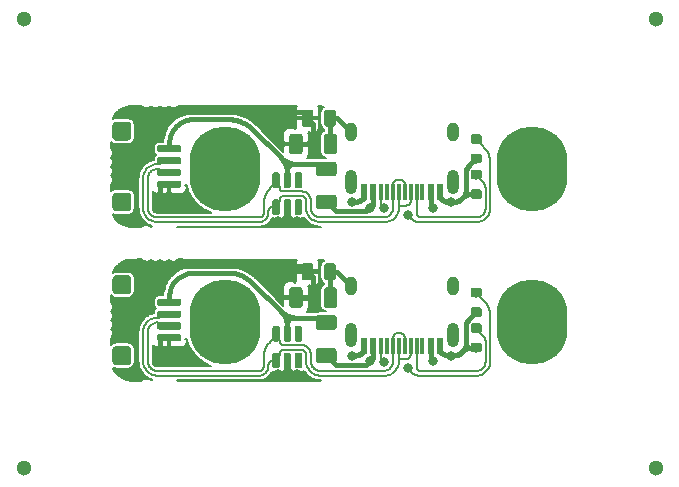
<source format=gbr>
G04 #@! TF.GenerationSoftware,KiCad,Pcbnew,(5.1.4)-1*
G04 #@! TF.CreationDate,2021-03-22T03:04:18-07:00*
G04 #@! TF.ProjectId,dboard,64626f61-7264-42e6-9b69-6361645f7063,rev?*
G04 #@! TF.SameCoordinates,Original*
G04 #@! TF.FileFunction,Copper,L1,Top*
G04 #@! TF.FilePolarity,Positive*
%FSLAX46Y46*%
G04 Gerber Fmt 4.6, Leading zero omitted, Abs format (unit mm)*
G04 Created by KiCad (PCBNEW (5.1.4)-1) date 2021-03-22 03:04:18*
%MOMM*%
%LPD*%
G04 APERTURE LIST*
%ADD10C,1.300000*%
%ADD11C,0.100000*%
%ADD12C,0.800000*%
%ADD13R,0.600000X1.450000*%
%ADD14R,0.300000X1.450000*%
%ADD15O,1.000000X2.100000*%
%ADD16O,1.000000X1.600000*%
%ADD17C,0.600000*%
%ADD18C,1.125000*%
%ADD19C,1.600000*%
%ADD20O,6.000000X7.200000*%
%ADD21C,1.250000*%
%ADD22C,1.000000*%
%ADD23C,0.400000*%
%ADD24C,0.200000*%
G04 APERTURE END LIST*
D10*
X21500000Y-31000000D03*
X-32000000Y-31000000D03*
X21500000Y7000000D03*
X-32000000Y7000000D03*
D11*
G36*
X6594603Y-18775963D02*
G01*
X6614018Y-18778843D01*
X6633057Y-18783612D01*
X6651537Y-18790224D01*
X6669279Y-18798616D01*
X6686114Y-18808706D01*
X6701879Y-18820398D01*
X6716421Y-18833579D01*
X6729602Y-18848121D01*
X6741294Y-18863886D01*
X6751384Y-18880721D01*
X6759776Y-18898463D01*
X6766388Y-18916943D01*
X6771157Y-18935982D01*
X6774037Y-18955397D01*
X6775000Y-18975000D01*
X6775000Y-19375000D01*
X6774037Y-19394603D01*
X6771157Y-19414018D01*
X6766388Y-19433057D01*
X6759776Y-19451537D01*
X6751384Y-19469279D01*
X6741294Y-19486114D01*
X6729602Y-19501879D01*
X6716421Y-19516421D01*
X6701879Y-19529602D01*
X6686114Y-19541294D01*
X6669279Y-19551384D01*
X6651537Y-19559776D01*
X6633057Y-19566388D01*
X6614018Y-19571157D01*
X6594603Y-19574037D01*
X6575000Y-19575000D01*
X6025000Y-19575000D01*
X6005397Y-19574037D01*
X5985982Y-19571157D01*
X5966943Y-19566388D01*
X5948463Y-19559776D01*
X5930721Y-19551384D01*
X5913886Y-19541294D01*
X5898121Y-19529602D01*
X5883579Y-19516421D01*
X5870398Y-19501879D01*
X5858706Y-19486114D01*
X5848616Y-19469279D01*
X5840224Y-19451537D01*
X5833612Y-19433057D01*
X5828843Y-19414018D01*
X5825963Y-19394603D01*
X5825000Y-19375000D01*
X5825000Y-18975000D01*
X5825963Y-18955397D01*
X5828843Y-18935982D01*
X5833612Y-18916943D01*
X5840224Y-18898463D01*
X5848616Y-18880721D01*
X5858706Y-18863886D01*
X5870398Y-18848121D01*
X5883579Y-18833579D01*
X5898121Y-18820398D01*
X5913886Y-18808706D01*
X5930721Y-18798616D01*
X5948463Y-18790224D01*
X5966943Y-18783612D01*
X5985982Y-18778843D01*
X6005397Y-18775963D01*
X6025000Y-18775000D01*
X6575000Y-18775000D01*
X6594603Y-18775963D01*
X6594603Y-18775963D01*
G37*
D12*
X6300000Y-19175000D03*
D11*
G36*
X6594603Y-20425963D02*
G01*
X6614018Y-20428843D01*
X6633057Y-20433612D01*
X6651537Y-20440224D01*
X6669279Y-20448616D01*
X6686114Y-20458706D01*
X6701879Y-20470398D01*
X6716421Y-20483579D01*
X6729602Y-20498121D01*
X6741294Y-20513886D01*
X6751384Y-20530721D01*
X6759776Y-20548463D01*
X6766388Y-20566943D01*
X6771157Y-20585982D01*
X6774037Y-20605397D01*
X6775000Y-20625000D01*
X6775000Y-21025000D01*
X6774037Y-21044603D01*
X6771157Y-21064018D01*
X6766388Y-21083057D01*
X6759776Y-21101537D01*
X6751384Y-21119279D01*
X6741294Y-21136114D01*
X6729602Y-21151879D01*
X6716421Y-21166421D01*
X6701879Y-21179602D01*
X6686114Y-21191294D01*
X6669279Y-21201384D01*
X6651537Y-21209776D01*
X6633057Y-21216388D01*
X6614018Y-21221157D01*
X6594603Y-21224037D01*
X6575000Y-21225000D01*
X6025000Y-21225000D01*
X6005397Y-21224037D01*
X5985982Y-21221157D01*
X5966943Y-21216388D01*
X5948463Y-21209776D01*
X5930721Y-21201384D01*
X5913886Y-21191294D01*
X5898121Y-21179602D01*
X5883579Y-21166421D01*
X5870398Y-21151879D01*
X5858706Y-21136114D01*
X5848616Y-21119279D01*
X5840224Y-21101537D01*
X5833612Y-21083057D01*
X5828843Y-21064018D01*
X5825963Y-21044603D01*
X5825000Y-21025000D01*
X5825000Y-20625000D01*
X5825963Y-20605397D01*
X5828843Y-20585982D01*
X5833612Y-20566943D01*
X5840224Y-20548463D01*
X5848616Y-20530721D01*
X5858706Y-20513886D01*
X5870398Y-20498121D01*
X5883579Y-20483579D01*
X5898121Y-20470398D01*
X5913886Y-20458706D01*
X5930721Y-20448616D01*
X5948463Y-20440224D01*
X5966943Y-20433612D01*
X5985982Y-20428843D01*
X6005397Y-20425963D01*
X6025000Y-20425000D01*
X6575000Y-20425000D01*
X6594603Y-20425963D01*
X6594603Y-20425963D01*
G37*
D12*
X6300000Y-20825000D03*
D11*
G36*
X6594603Y-15775963D02*
G01*
X6614018Y-15778843D01*
X6633057Y-15783612D01*
X6651537Y-15790224D01*
X6669279Y-15798616D01*
X6686114Y-15808706D01*
X6701879Y-15820398D01*
X6716421Y-15833579D01*
X6729602Y-15848121D01*
X6741294Y-15863886D01*
X6751384Y-15880721D01*
X6759776Y-15898463D01*
X6766388Y-15916943D01*
X6771157Y-15935982D01*
X6774037Y-15955397D01*
X6775000Y-15975000D01*
X6775000Y-16375000D01*
X6774037Y-16394603D01*
X6771157Y-16414018D01*
X6766388Y-16433057D01*
X6759776Y-16451537D01*
X6751384Y-16469279D01*
X6741294Y-16486114D01*
X6729602Y-16501879D01*
X6716421Y-16516421D01*
X6701879Y-16529602D01*
X6686114Y-16541294D01*
X6669279Y-16551384D01*
X6651537Y-16559776D01*
X6633057Y-16566388D01*
X6614018Y-16571157D01*
X6594603Y-16574037D01*
X6575000Y-16575000D01*
X6025000Y-16575000D01*
X6005397Y-16574037D01*
X5985982Y-16571157D01*
X5966943Y-16566388D01*
X5948463Y-16559776D01*
X5930721Y-16551384D01*
X5913886Y-16541294D01*
X5898121Y-16529602D01*
X5883579Y-16516421D01*
X5870398Y-16501879D01*
X5858706Y-16486114D01*
X5848616Y-16469279D01*
X5840224Y-16451537D01*
X5833612Y-16433057D01*
X5828843Y-16414018D01*
X5825963Y-16394603D01*
X5825000Y-16375000D01*
X5825000Y-15975000D01*
X5825963Y-15955397D01*
X5828843Y-15935982D01*
X5833612Y-15916943D01*
X5840224Y-15898463D01*
X5848616Y-15880721D01*
X5858706Y-15863886D01*
X5870398Y-15848121D01*
X5883579Y-15833579D01*
X5898121Y-15820398D01*
X5913886Y-15808706D01*
X5930721Y-15798616D01*
X5948463Y-15790224D01*
X5966943Y-15783612D01*
X5985982Y-15778843D01*
X6005397Y-15775963D01*
X6025000Y-15775000D01*
X6575000Y-15775000D01*
X6594603Y-15775963D01*
X6594603Y-15775963D01*
G37*
D12*
X6300000Y-16175000D03*
D11*
G36*
X6594603Y-17425963D02*
G01*
X6614018Y-17428843D01*
X6633057Y-17433612D01*
X6651537Y-17440224D01*
X6669279Y-17448616D01*
X6686114Y-17458706D01*
X6701879Y-17470398D01*
X6716421Y-17483579D01*
X6729602Y-17498121D01*
X6741294Y-17513886D01*
X6751384Y-17530721D01*
X6759776Y-17548463D01*
X6766388Y-17566943D01*
X6771157Y-17585982D01*
X6774037Y-17605397D01*
X6775000Y-17625000D01*
X6775000Y-18025000D01*
X6774037Y-18044603D01*
X6771157Y-18064018D01*
X6766388Y-18083057D01*
X6759776Y-18101537D01*
X6751384Y-18119279D01*
X6741294Y-18136114D01*
X6729602Y-18151879D01*
X6716421Y-18166421D01*
X6701879Y-18179602D01*
X6686114Y-18191294D01*
X6669279Y-18201384D01*
X6651537Y-18209776D01*
X6633057Y-18216388D01*
X6614018Y-18221157D01*
X6594603Y-18224037D01*
X6575000Y-18225000D01*
X6025000Y-18225000D01*
X6005397Y-18224037D01*
X5985982Y-18221157D01*
X5966943Y-18216388D01*
X5948463Y-18209776D01*
X5930721Y-18201384D01*
X5913886Y-18191294D01*
X5898121Y-18179602D01*
X5883579Y-18166421D01*
X5870398Y-18151879D01*
X5858706Y-18136114D01*
X5848616Y-18119279D01*
X5840224Y-18101537D01*
X5833612Y-18083057D01*
X5828843Y-18064018D01*
X5825963Y-18044603D01*
X5825000Y-18025000D01*
X5825000Y-17625000D01*
X5825963Y-17605397D01*
X5828843Y-17585982D01*
X5833612Y-17566943D01*
X5840224Y-17548463D01*
X5848616Y-17530721D01*
X5858706Y-17513886D01*
X5870398Y-17498121D01*
X5883579Y-17483579D01*
X5898121Y-17470398D01*
X5913886Y-17458706D01*
X5930721Y-17448616D01*
X5948463Y-17440224D01*
X5966943Y-17433612D01*
X5985982Y-17428843D01*
X6005397Y-17425963D01*
X6025000Y-17425000D01*
X6575000Y-17425000D01*
X6594603Y-17425963D01*
X6594603Y-17425963D01*
G37*
D12*
X6300000Y-17825000D03*
D13*
X-3225000Y-20695000D03*
X3225000Y-20695000D03*
X-2450000Y-20695000D03*
X2450000Y-20695000D03*
D14*
X1750000Y-20695000D03*
X-1750000Y-20695000D03*
X1250000Y-20695000D03*
X-1250000Y-20695000D03*
X750000Y-20695000D03*
X-750000Y-20695000D03*
X-250000Y-20695000D03*
X250000Y-20695000D03*
D15*
X4320000Y-19780000D03*
X-4320000Y-19780000D03*
D16*
X4320000Y-15600000D03*
X-4320000Y-15600000D03*
D11*
G36*
X-10485297Y-19000722D02*
G01*
X-10470736Y-19002882D01*
X-10456457Y-19006459D01*
X-10442597Y-19011418D01*
X-10429290Y-19017712D01*
X-10416664Y-19025280D01*
X-10404841Y-19034048D01*
X-10393934Y-19043934D01*
X-10384048Y-19054841D01*
X-10375280Y-19066664D01*
X-10367712Y-19079290D01*
X-10361418Y-19092597D01*
X-10356459Y-19106457D01*
X-10352882Y-19120736D01*
X-10350722Y-19135297D01*
X-10350000Y-19150000D01*
X-10350000Y-20175000D01*
X-10350722Y-20189703D01*
X-10352882Y-20204264D01*
X-10356459Y-20218543D01*
X-10361418Y-20232403D01*
X-10367712Y-20245710D01*
X-10375280Y-20258336D01*
X-10384048Y-20270159D01*
X-10393934Y-20281066D01*
X-10404841Y-20290952D01*
X-10416664Y-20299720D01*
X-10429290Y-20307288D01*
X-10442597Y-20313582D01*
X-10456457Y-20318541D01*
X-10470736Y-20322118D01*
X-10485297Y-20324278D01*
X-10500000Y-20325000D01*
X-10800000Y-20325000D01*
X-10814703Y-20324278D01*
X-10829264Y-20322118D01*
X-10843543Y-20318541D01*
X-10857403Y-20313582D01*
X-10870710Y-20307288D01*
X-10883336Y-20299720D01*
X-10895159Y-20290952D01*
X-10906066Y-20281066D01*
X-10915952Y-20270159D01*
X-10924720Y-20258336D01*
X-10932288Y-20245710D01*
X-10938582Y-20232403D01*
X-10943541Y-20218543D01*
X-10947118Y-20204264D01*
X-10949278Y-20189703D01*
X-10950000Y-20175000D01*
X-10950000Y-19150000D01*
X-10949278Y-19135297D01*
X-10947118Y-19120736D01*
X-10943541Y-19106457D01*
X-10938582Y-19092597D01*
X-10932288Y-19079290D01*
X-10924720Y-19066664D01*
X-10915952Y-19054841D01*
X-10906066Y-19043934D01*
X-10895159Y-19034048D01*
X-10883336Y-19025280D01*
X-10870710Y-19017712D01*
X-10857403Y-19011418D01*
X-10843543Y-19006459D01*
X-10829264Y-19002882D01*
X-10814703Y-19000722D01*
X-10800000Y-19000000D01*
X-10500000Y-19000000D01*
X-10485297Y-19000722D01*
X-10485297Y-19000722D01*
G37*
D17*
X-10650000Y-19662500D03*
D11*
G36*
X-9535297Y-19000722D02*
G01*
X-9520736Y-19002882D01*
X-9506457Y-19006459D01*
X-9492597Y-19011418D01*
X-9479290Y-19017712D01*
X-9466664Y-19025280D01*
X-9454841Y-19034048D01*
X-9443934Y-19043934D01*
X-9434048Y-19054841D01*
X-9425280Y-19066664D01*
X-9417712Y-19079290D01*
X-9411418Y-19092597D01*
X-9406459Y-19106457D01*
X-9402882Y-19120736D01*
X-9400722Y-19135297D01*
X-9400000Y-19150000D01*
X-9400000Y-20175000D01*
X-9400722Y-20189703D01*
X-9402882Y-20204264D01*
X-9406459Y-20218543D01*
X-9411418Y-20232403D01*
X-9417712Y-20245710D01*
X-9425280Y-20258336D01*
X-9434048Y-20270159D01*
X-9443934Y-20281066D01*
X-9454841Y-20290952D01*
X-9466664Y-20299720D01*
X-9479290Y-20307288D01*
X-9492597Y-20313582D01*
X-9506457Y-20318541D01*
X-9520736Y-20322118D01*
X-9535297Y-20324278D01*
X-9550000Y-20325000D01*
X-9850000Y-20325000D01*
X-9864703Y-20324278D01*
X-9879264Y-20322118D01*
X-9893543Y-20318541D01*
X-9907403Y-20313582D01*
X-9920710Y-20307288D01*
X-9933336Y-20299720D01*
X-9945159Y-20290952D01*
X-9956066Y-20281066D01*
X-9965952Y-20270159D01*
X-9974720Y-20258336D01*
X-9982288Y-20245710D01*
X-9988582Y-20232403D01*
X-9993541Y-20218543D01*
X-9997118Y-20204264D01*
X-9999278Y-20189703D01*
X-10000000Y-20175000D01*
X-10000000Y-19150000D01*
X-9999278Y-19135297D01*
X-9997118Y-19120736D01*
X-9993541Y-19106457D01*
X-9988582Y-19092597D01*
X-9982288Y-19079290D01*
X-9974720Y-19066664D01*
X-9965952Y-19054841D01*
X-9956066Y-19043934D01*
X-9945159Y-19034048D01*
X-9933336Y-19025280D01*
X-9920710Y-19017712D01*
X-9907403Y-19011418D01*
X-9893543Y-19006459D01*
X-9879264Y-19002882D01*
X-9864703Y-19000722D01*
X-9850000Y-19000000D01*
X-9550000Y-19000000D01*
X-9535297Y-19000722D01*
X-9535297Y-19000722D01*
G37*
D17*
X-9700000Y-19662500D03*
D11*
G36*
X-8585297Y-19000722D02*
G01*
X-8570736Y-19002882D01*
X-8556457Y-19006459D01*
X-8542597Y-19011418D01*
X-8529290Y-19017712D01*
X-8516664Y-19025280D01*
X-8504841Y-19034048D01*
X-8493934Y-19043934D01*
X-8484048Y-19054841D01*
X-8475280Y-19066664D01*
X-8467712Y-19079290D01*
X-8461418Y-19092597D01*
X-8456459Y-19106457D01*
X-8452882Y-19120736D01*
X-8450722Y-19135297D01*
X-8450000Y-19150000D01*
X-8450000Y-20175000D01*
X-8450722Y-20189703D01*
X-8452882Y-20204264D01*
X-8456459Y-20218543D01*
X-8461418Y-20232403D01*
X-8467712Y-20245710D01*
X-8475280Y-20258336D01*
X-8484048Y-20270159D01*
X-8493934Y-20281066D01*
X-8504841Y-20290952D01*
X-8516664Y-20299720D01*
X-8529290Y-20307288D01*
X-8542597Y-20313582D01*
X-8556457Y-20318541D01*
X-8570736Y-20322118D01*
X-8585297Y-20324278D01*
X-8600000Y-20325000D01*
X-8900000Y-20325000D01*
X-8914703Y-20324278D01*
X-8929264Y-20322118D01*
X-8943543Y-20318541D01*
X-8957403Y-20313582D01*
X-8970710Y-20307288D01*
X-8983336Y-20299720D01*
X-8995159Y-20290952D01*
X-9006066Y-20281066D01*
X-9015952Y-20270159D01*
X-9024720Y-20258336D01*
X-9032288Y-20245710D01*
X-9038582Y-20232403D01*
X-9043541Y-20218543D01*
X-9047118Y-20204264D01*
X-9049278Y-20189703D01*
X-9050000Y-20175000D01*
X-9050000Y-19150000D01*
X-9049278Y-19135297D01*
X-9047118Y-19120736D01*
X-9043541Y-19106457D01*
X-9038582Y-19092597D01*
X-9032288Y-19079290D01*
X-9024720Y-19066664D01*
X-9015952Y-19054841D01*
X-9006066Y-19043934D01*
X-8995159Y-19034048D01*
X-8983336Y-19025280D01*
X-8970710Y-19017712D01*
X-8957403Y-19011418D01*
X-8943543Y-19006459D01*
X-8929264Y-19002882D01*
X-8914703Y-19000722D01*
X-8900000Y-19000000D01*
X-8600000Y-19000000D01*
X-8585297Y-19000722D01*
X-8585297Y-19000722D01*
G37*
D17*
X-8750000Y-19662500D03*
D11*
G36*
X-8585297Y-21275722D02*
G01*
X-8570736Y-21277882D01*
X-8556457Y-21281459D01*
X-8542597Y-21286418D01*
X-8529290Y-21292712D01*
X-8516664Y-21300280D01*
X-8504841Y-21309048D01*
X-8493934Y-21318934D01*
X-8484048Y-21329841D01*
X-8475280Y-21341664D01*
X-8467712Y-21354290D01*
X-8461418Y-21367597D01*
X-8456459Y-21381457D01*
X-8452882Y-21395736D01*
X-8450722Y-21410297D01*
X-8450000Y-21425000D01*
X-8450000Y-22450000D01*
X-8450722Y-22464703D01*
X-8452882Y-22479264D01*
X-8456459Y-22493543D01*
X-8461418Y-22507403D01*
X-8467712Y-22520710D01*
X-8475280Y-22533336D01*
X-8484048Y-22545159D01*
X-8493934Y-22556066D01*
X-8504841Y-22565952D01*
X-8516664Y-22574720D01*
X-8529290Y-22582288D01*
X-8542597Y-22588582D01*
X-8556457Y-22593541D01*
X-8570736Y-22597118D01*
X-8585297Y-22599278D01*
X-8600000Y-22600000D01*
X-8900000Y-22600000D01*
X-8914703Y-22599278D01*
X-8929264Y-22597118D01*
X-8943543Y-22593541D01*
X-8957403Y-22588582D01*
X-8970710Y-22582288D01*
X-8983336Y-22574720D01*
X-8995159Y-22565952D01*
X-9006066Y-22556066D01*
X-9015952Y-22545159D01*
X-9024720Y-22533336D01*
X-9032288Y-22520710D01*
X-9038582Y-22507403D01*
X-9043541Y-22493543D01*
X-9047118Y-22479264D01*
X-9049278Y-22464703D01*
X-9050000Y-22450000D01*
X-9050000Y-21425000D01*
X-9049278Y-21410297D01*
X-9047118Y-21395736D01*
X-9043541Y-21381457D01*
X-9038582Y-21367597D01*
X-9032288Y-21354290D01*
X-9024720Y-21341664D01*
X-9015952Y-21329841D01*
X-9006066Y-21318934D01*
X-8995159Y-21309048D01*
X-8983336Y-21300280D01*
X-8970710Y-21292712D01*
X-8957403Y-21286418D01*
X-8943543Y-21281459D01*
X-8929264Y-21277882D01*
X-8914703Y-21275722D01*
X-8900000Y-21275000D01*
X-8600000Y-21275000D01*
X-8585297Y-21275722D01*
X-8585297Y-21275722D01*
G37*
D17*
X-8750000Y-21937500D03*
D11*
G36*
X-9535297Y-21275722D02*
G01*
X-9520736Y-21277882D01*
X-9506457Y-21281459D01*
X-9492597Y-21286418D01*
X-9479290Y-21292712D01*
X-9466664Y-21300280D01*
X-9454841Y-21309048D01*
X-9443934Y-21318934D01*
X-9434048Y-21329841D01*
X-9425280Y-21341664D01*
X-9417712Y-21354290D01*
X-9411418Y-21367597D01*
X-9406459Y-21381457D01*
X-9402882Y-21395736D01*
X-9400722Y-21410297D01*
X-9400000Y-21425000D01*
X-9400000Y-22450000D01*
X-9400722Y-22464703D01*
X-9402882Y-22479264D01*
X-9406459Y-22493543D01*
X-9411418Y-22507403D01*
X-9417712Y-22520710D01*
X-9425280Y-22533336D01*
X-9434048Y-22545159D01*
X-9443934Y-22556066D01*
X-9454841Y-22565952D01*
X-9466664Y-22574720D01*
X-9479290Y-22582288D01*
X-9492597Y-22588582D01*
X-9506457Y-22593541D01*
X-9520736Y-22597118D01*
X-9535297Y-22599278D01*
X-9550000Y-22600000D01*
X-9850000Y-22600000D01*
X-9864703Y-22599278D01*
X-9879264Y-22597118D01*
X-9893543Y-22593541D01*
X-9907403Y-22588582D01*
X-9920710Y-22582288D01*
X-9933336Y-22574720D01*
X-9945159Y-22565952D01*
X-9956066Y-22556066D01*
X-9965952Y-22545159D01*
X-9974720Y-22533336D01*
X-9982288Y-22520710D01*
X-9988582Y-22507403D01*
X-9993541Y-22493543D01*
X-9997118Y-22479264D01*
X-9999278Y-22464703D01*
X-10000000Y-22450000D01*
X-10000000Y-21425000D01*
X-9999278Y-21410297D01*
X-9997118Y-21395736D01*
X-9993541Y-21381457D01*
X-9988582Y-21367597D01*
X-9982288Y-21354290D01*
X-9974720Y-21341664D01*
X-9965952Y-21329841D01*
X-9956066Y-21318934D01*
X-9945159Y-21309048D01*
X-9933336Y-21300280D01*
X-9920710Y-21292712D01*
X-9907403Y-21286418D01*
X-9893543Y-21281459D01*
X-9879264Y-21277882D01*
X-9864703Y-21275722D01*
X-9850000Y-21275000D01*
X-9550000Y-21275000D01*
X-9535297Y-21275722D01*
X-9535297Y-21275722D01*
G37*
D17*
X-9700000Y-21937500D03*
D11*
G36*
X-10485297Y-21275722D02*
G01*
X-10470736Y-21277882D01*
X-10456457Y-21281459D01*
X-10442597Y-21286418D01*
X-10429290Y-21292712D01*
X-10416664Y-21300280D01*
X-10404841Y-21309048D01*
X-10393934Y-21318934D01*
X-10384048Y-21329841D01*
X-10375280Y-21341664D01*
X-10367712Y-21354290D01*
X-10361418Y-21367597D01*
X-10356459Y-21381457D01*
X-10352882Y-21395736D01*
X-10350722Y-21410297D01*
X-10350000Y-21425000D01*
X-10350000Y-22450000D01*
X-10350722Y-22464703D01*
X-10352882Y-22479264D01*
X-10356459Y-22493543D01*
X-10361418Y-22507403D01*
X-10367712Y-22520710D01*
X-10375280Y-22533336D01*
X-10384048Y-22545159D01*
X-10393934Y-22556066D01*
X-10404841Y-22565952D01*
X-10416664Y-22574720D01*
X-10429290Y-22582288D01*
X-10442597Y-22588582D01*
X-10456457Y-22593541D01*
X-10470736Y-22597118D01*
X-10485297Y-22599278D01*
X-10500000Y-22600000D01*
X-10800000Y-22600000D01*
X-10814703Y-22599278D01*
X-10829264Y-22597118D01*
X-10843543Y-22593541D01*
X-10857403Y-22588582D01*
X-10870710Y-22582288D01*
X-10883336Y-22574720D01*
X-10895159Y-22565952D01*
X-10906066Y-22556066D01*
X-10915952Y-22545159D01*
X-10924720Y-22533336D01*
X-10932288Y-22520710D01*
X-10938582Y-22507403D01*
X-10943541Y-22493543D01*
X-10947118Y-22479264D01*
X-10949278Y-22464703D01*
X-10950000Y-22450000D01*
X-10950000Y-21425000D01*
X-10949278Y-21410297D01*
X-10947118Y-21395736D01*
X-10943541Y-21381457D01*
X-10938582Y-21367597D01*
X-10932288Y-21354290D01*
X-10924720Y-21341664D01*
X-10915952Y-21329841D01*
X-10906066Y-21318934D01*
X-10895159Y-21309048D01*
X-10883336Y-21300280D01*
X-10870710Y-21292712D01*
X-10857403Y-21286418D01*
X-10843543Y-21281459D01*
X-10829264Y-21277882D01*
X-10814703Y-21275722D01*
X-10800000Y-21275000D01*
X-10500000Y-21275000D01*
X-10485297Y-21275722D01*
X-10485297Y-21275722D01*
G37*
D17*
X-10650000Y-21937500D03*
D11*
G36*
X-8625495Y-15726204D02*
G01*
X-8601227Y-15729804D01*
X-8577428Y-15735765D01*
X-8554329Y-15744030D01*
X-8532150Y-15754520D01*
X-8511107Y-15767132D01*
X-8491401Y-15781747D01*
X-8473223Y-15798223D01*
X-8456747Y-15816401D01*
X-8442132Y-15836107D01*
X-8429520Y-15857150D01*
X-8419030Y-15879329D01*
X-8410765Y-15902428D01*
X-8404804Y-15926227D01*
X-8401204Y-15950495D01*
X-8400000Y-15974999D01*
X-8400000Y-17225001D01*
X-8401204Y-17249505D01*
X-8404804Y-17273773D01*
X-8410765Y-17297572D01*
X-8419030Y-17320671D01*
X-8429520Y-17342850D01*
X-8442132Y-17363893D01*
X-8456747Y-17383599D01*
X-8473223Y-17401777D01*
X-8491401Y-17418253D01*
X-8511107Y-17432868D01*
X-8532150Y-17445480D01*
X-8554329Y-17455970D01*
X-8577428Y-17464235D01*
X-8601227Y-17470196D01*
X-8625495Y-17473796D01*
X-8649999Y-17475000D01*
X-9275001Y-17475000D01*
X-9299505Y-17473796D01*
X-9323773Y-17470196D01*
X-9347572Y-17464235D01*
X-9370671Y-17455970D01*
X-9392850Y-17445480D01*
X-9413893Y-17432868D01*
X-9433599Y-17418253D01*
X-9451777Y-17401777D01*
X-9468253Y-17383599D01*
X-9482868Y-17363893D01*
X-9495480Y-17342850D01*
X-9505970Y-17320671D01*
X-9514235Y-17297572D01*
X-9520196Y-17273773D01*
X-9523796Y-17249505D01*
X-9525000Y-17225001D01*
X-9525000Y-15974999D01*
X-9523796Y-15950495D01*
X-9520196Y-15926227D01*
X-9514235Y-15902428D01*
X-9505970Y-15879329D01*
X-9495480Y-15857150D01*
X-9482868Y-15836107D01*
X-9468253Y-15816401D01*
X-9451777Y-15798223D01*
X-9433599Y-15781747D01*
X-9413893Y-15767132D01*
X-9392850Y-15754520D01*
X-9370671Y-15744030D01*
X-9347572Y-15735765D01*
X-9323773Y-15729804D01*
X-9299505Y-15726204D01*
X-9275001Y-15725000D01*
X-8649999Y-15725000D01*
X-8625495Y-15726204D01*
X-8625495Y-15726204D01*
G37*
D18*
X-8962500Y-16600000D03*
D11*
G36*
X-5700495Y-15726204D02*
G01*
X-5676227Y-15729804D01*
X-5652428Y-15735765D01*
X-5629329Y-15744030D01*
X-5607150Y-15754520D01*
X-5586107Y-15767132D01*
X-5566401Y-15781747D01*
X-5548223Y-15798223D01*
X-5531747Y-15816401D01*
X-5517132Y-15836107D01*
X-5504520Y-15857150D01*
X-5494030Y-15879329D01*
X-5485765Y-15902428D01*
X-5479804Y-15926227D01*
X-5476204Y-15950495D01*
X-5475000Y-15974999D01*
X-5475000Y-17225001D01*
X-5476204Y-17249505D01*
X-5479804Y-17273773D01*
X-5485765Y-17297572D01*
X-5494030Y-17320671D01*
X-5504520Y-17342850D01*
X-5517132Y-17363893D01*
X-5531747Y-17383599D01*
X-5548223Y-17401777D01*
X-5566401Y-17418253D01*
X-5586107Y-17432868D01*
X-5607150Y-17445480D01*
X-5629329Y-17455970D01*
X-5652428Y-17464235D01*
X-5676227Y-17470196D01*
X-5700495Y-17473796D01*
X-5724999Y-17475000D01*
X-6350001Y-17475000D01*
X-6374505Y-17473796D01*
X-6398773Y-17470196D01*
X-6422572Y-17464235D01*
X-6445671Y-17455970D01*
X-6467850Y-17445480D01*
X-6488893Y-17432868D01*
X-6508599Y-17418253D01*
X-6526777Y-17401777D01*
X-6543253Y-17383599D01*
X-6557868Y-17363893D01*
X-6570480Y-17342850D01*
X-6580970Y-17320671D01*
X-6589235Y-17297572D01*
X-6595196Y-17273773D01*
X-6598796Y-17249505D01*
X-6600000Y-17225001D01*
X-6600000Y-15974999D01*
X-6598796Y-15950495D01*
X-6595196Y-15926227D01*
X-6589235Y-15902428D01*
X-6580970Y-15879329D01*
X-6570480Y-15857150D01*
X-6557868Y-15836107D01*
X-6543253Y-15816401D01*
X-6526777Y-15798223D01*
X-6508599Y-15781747D01*
X-6488893Y-15767132D01*
X-6467850Y-15754520D01*
X-6445671Y-15744030D01*
X-6422572Y-15735765D01*
X-6398773Y-15729804D01*
X-6374505Y-15726204D01*
X-6350001Y-15725000D01*
X-5724999Y-15725000D01*
X-5700495Y-15726204D01*
X-5700495Y-15726204D01*
G37*
D18*
X-6037500Y-16600000D03*
D11*
G36*
X-23188635Y-20701541D02*
G01*
X-23157571Y-20706149D01*
X-23127109Y-20713779D01*
X-23097541Y-20724359D01*
X-23069153Y-20737785D01*
X-23042218Y-20753930D01*
X-23016994Y-20772637D01*
X-22993726Y-20793726D01*
X-22972637Y-20816994D01*
X-22953930Y-20842218D01*
X-22937785Y-20869153D01*
X-22924359Y-20897541D01*
X-22913779Y-20927109D01*
X-22906149Y-20957571D01*
X-22901541Y-20988635D01*
X-22900000Y-21020000D01*
X-22900000Y-21980000D01*
X-22901541Y-22011365D01*
X-22906149Y-22042429D01*
X-22913779Y-22072891D01*
X-22924359Y-22102459D01*
X-22937785Y-22130847D01*
X-22953930Y-22157782D01*
X-22972637Y-22183006D01*
X-22993726Y-22206274D01*
X-23016994Y-22227363D01*
X-23042218Y-22246070D01*
X-23069153Y-22262215D01*
X-23097541Y-22275641D01*
X-23127109Y-22286221D01*
X-23157571Y-22293851D01*
X-23188635Y-22298459D01*
X-23220000Y-22300000D01*
X-24180000Y-22300000D01*
X-24211365Y-22298459D01*
X-24242429Y-22293851D01*
X-24272891Y-22286221D01*
X-24302459Y-22275641D01*
X-24330847Y-22262215D01*
X-24357782Y-22246070D01*
X-24383006Y-22227363D01*
X-24406274Y-22206274D01*
X-24427363Y-22183006D01*
X-24446070Y-22157782D01*
X-24462215Y-22130847D01*
X-24475641Y-22102459D01*
X-24486221Y-22072891D01*
X-24493851Y-22042429D01*
X-24498459Y-22011365D01*
X-24500000Y-21980000D01*
X-24500000Y-21020000D01*
X-24498459Y-20988635D01*
X-24493851Y-20957571D01*
X-24486221Y-20927109D01*
X-24475641Y-20897541D01*
X-24462215Y-20869153D01*
X-24446070Y-20842218D01*
X-24427363Y-20816994D01*
X-24406274Y-20793726D01*
X-24383006Y-20772637D01*
X-24357782Y-20753930D01*
X-24330847Y-20737785D01*
X-24302459Y-20724359D01*
X-24272891Y-20713779D01*
X-24242429Y-20706149D01*
X-24211365Y-20701541D01*
X-24180000Y-20700000D01*
X-23220000Y-20700000D01*
X-23188635Y-20701541D01*
X-23188635Y-20701541D01*
G37*
D19*
X-23700000Y-21500000D03*
D11*
G36*
X-23188635Y-14701541D02*
G01*
X-23157571Y-14706149D01*
X-23127109Y-14713779D01*
X-23097541Y-14724359D01*
X-23069153Y-14737785D01*
X-23042218Y-14753930D01*
X-23016994Y-14772637D01*
X-22993726Y-14793726D01*
X-22972637Y-14816994D01*
X-22953930Y-14842218D01*
X-22937785Y-14869153D01*
X-22924359Y-14897541D01*
X-22913779Y-14927109D01*
X-22906149Y-14957571D01*
X-22901541Y-14988635D01*
X-22900000Y-15020000D01*
X-22900000Y-15980000D01*
X-22901541Y-16011365D01*
X-22906149Y-16042429D01*
X-22913779Y-16072891D01*
X-22924359Y-16102459D01*
X-22937785Y-16130847D01*
X-22953930Y-16157782D01*
X-22972637Y-16183006D01*
X-22993726Y-16206274D01*
X-23016994Y-16227363D01*
X-23042218Y-16246070D01*
X-23069153Y-16262215D01*
X-23097541Y-16275641D01*
X-23127109Y-16286221D01*
X-23157571Y-16293851D01*
X-23188635Y-16298459D01*
X-23220000Y-16300000D01*
X-24180000Y-16300000D01*
X-24211365Y-16298459D01*
X-24242429Y-16293851D01*
X-24272891Y-16286221D01*
X-24302459Y-16275641D01*
X-24330847Y-16262215D01*
X-24357782Y-16246070D01*
X-24383006Y-16227363D01*
X-24406274Y-16206274D01*
X-24427363Y-16183006D01*
X-24446070Y-16157782D01*
X-24462215Y-16130847D01*
X-24475641Y-16102459D01*
X-24486221Y-16072891D01*
X-24493851Y-16042429D01*
X-24498459Y-16011365D01*
X-24500000Y-15980000D01*
X-24500000Y-15020000D01*
X-24498459Y-14988635D01*
X-24493851Y-14957571D01*
X-24486221Y-14927109D01*
X-24475641Y-14897541D01*
X-24462215Y-14869153D01*
X-24446070Y-14842218D01*
X-24427363Y-14816994D01*
X-24406274Y-14793726D01*
X-24383006Y-14772637D01*
X-24357782Y-14753930D01*
X-24330847Y-14737785D01*
X-24302459Y-14724359D01*
X-24272891Y-14713779D01*
X-24242429Y-14706149D01*
X-24211365Y-14701541D01*
X-24180000Y-14700000D01*
X-23220000Y-14700000D01*
X-23188635Y-14701541D01*
X-23188635Y-14701541D01*
G37*
D19*
X-23700000Y-15500000D03*
D11*
G36*
X-18835297Y-19700722D02*
G01*
X-18820736Y-19702882D01*
X-18806457Y-19706459D01*
X-18792597Y-19711418D01*
X-18779290Y-19717712D01*
X-18766664Y-19725280D01*
X-18754841Y-19734048D01*
X-18743934Y-19743934D01*
X-18734048Y-19754841D01*
X-18725280Y-19766664D01*
X-18717712Y-19779290D01*
X-18711418Y-19792597D01*
X-18706459Y-19806457D01*
X-18702882Y-19820736D01*
X-18700722Y-19835297D01*
X-18700000Y-19850000D01*
X-18700000Y-20150000D01*
X-18700722Y-20164703D01*
X-18702882Y-20179264D01*
X-18706459Y-20193543D01*
X-18711418Y-20207403D01*
X-18717712Y-20220710D01*
X-18725280Y-20233336D01*
X-18734048Y-20245159D01*
X-18743934Y-20256066D01*
X-18754841Y-20265952D01*
X-18766664Y-20274720D01*
X-18779290Y-20282288D01*
X-18792597Y-20288582D01*
X-18806457Y-20293541D01*
X-18820736Y-20297118D01*
X-18835297Y-20299278D01*
X-18850000Y-20300000D01*
X-20550000Y-20300000D01*
X-20564703Y-20299278D01*
X-20579264Y-20297118D01*
X-20593543Y-20293541D01*
X-20607403Y-20288582D01*
X-20620710Y-20282288D01*
X-20633336Y-20274720D01*
X-20645159Y-20265952D01*
X-20656066Y-20256066D01*
X-20665952Y-20245159D01*
X-20674720Y-20233336D01*
X-20682288Y-20220710D01*
X-20688582Y-20207403D01*
X-20693541Y-20193543D01*
X-20697118Y-20179264D01*
X-20699278Y-20164703D01*
X-20700000Y-20150000D01*
X-20700000Y-19850000D01*
X-20699278Y-19835297D01*
X-20697118Y-19820736D01*
X-20693541Y-19806457D01*
X-20688582Y-19792597D01*
X-20682288Y-19779290D01*
X-20674720Y-19766664D01*
X-20665952Y-19754841D01*
X-20656066Y-19743934D01*
X-20645159Y-19734048D01*
X-20633336Y-19725280D01*
X-20620710Y-19717712D01*
X-20607403Y-19711418D01*
X-20593543Y-19706459D01*
X-20579264Y-19702882D01*
X-20564703Y-19700722D01*
X-20550000Y-19700000D01*
X-18850000Y-19700000D01*
X-18835297Y-19700722D01*
X-18835297Y-19700722D01*
G37*
D17*
X-19700000Y-20000000D03*
D11*
G36*
X-18835297Y-18700722D02*
G01*
X-18820736Y-18702882D01*
X-18806457Y-18706459D01*
X-18792597Y-18711418D01*
X-18779290Y-18717712D01*
X-18766664Y-18725280D01*
X-18754841Y-18734048D01*
X-18743934Y-18743934D01*
X-18734048Y-18754841D01*
X-18725280Y-18766664D01*
X-18717712Y-18779290D01*
X-18711418Y-18792597D01*
X-18706459Y-18806457D01*
X-18702882Y-18820736D01*
X-18700722Y-18835297D01*
X-18700000Y-18850000D01*
X-18700000Y-19150000D01*
X-18700722Y-19164703D01*
X-18702882Y-19179264D01*
X-18706459Y-19193543D01*
X-18711418Y-19207403D01*
X-18717712Y-19220710D01*
X-18725280Y-19233336D01*
X-18734048Y-19245159D01*
X-18743934Y-19256066D01*
X-18754841Y-19265952D01*
X-18766664Y-19274720D01*
X-18779290Y-19282288D01*
X-18792597Y-19288582D01*
X-18806457Y-19293541D01*
X-18820736Y-19297118D01*
X-18835297Y-19299278D01*
X-18850000Y-19300000D01*
X-20550000Y-19300000D01*
X-20564703Y-19299278D01*
X-20579264Y-19297118D01*
X-20593543Y-19293541D01*
X-20607403Y-19288582D01*
X-20620710Y-19282288D01*
X-20633336Y-19274720D01*
X-20645159Y-19265952D01*
X-20656066Y-19256066D01*
X-20665952Y-19245159D01*
X-20674720Y-19233336D01*
X-20682288Y-19220710D01*
X-20688582Y-19207403D01*
X-20693541Y-19193543D01*
X-20697118Y-19179264D01*
X-20699278Y-19164703D01*
X-20700000Y-19150000D01*
X-20700000Y-18850000D01*
X-20699278Y-18835297D01*
X-20697118Y-18820736D01*
X-20693541Y-18806457D01*
X-20688582Y-18792597D01*
X-20682288Y-18779290D01*
X-20674720Y-18766664D01*
X-20665952Y-18754841D01*
X-20656066Y-18743934D01*
X-20645159Y-18734048D01*
X-20633336Y-18725280D01*
X-20620710Y-18717712D01*
X-20607403Y-18711418D01*
X-20593543Y-18706459D01*
X-20579264Y-18702882D01*
X-20564703Y-18700722D01*
X-20550000Y-18700000D01*
X-18850000Y-18700000D01*
X-18835297Y-18700722D01*
X-18835297Y-18700722D01*
G37*
D17*
X-19700000Y-19000000D03*
D11*
G36*
X-18835297Y-17700722D02*
G01*
X-18820736Y-17702882D01*
X-18806457Y-17706459D01*
X-18792597Y-17711418D01*
X-18779290Y-17717712D01*
X-18766664Y-17725280D01*
X-18754841Y-17734048D01*
X-18743934Y-17743934D01*
X-18734048Y-17754841D01*
X-18725280Y-17766664D01*
X-18717712Y-17779290D01*
X-18711418Y-17792597D01*
X-18706459Y-17806457D01*
X-18702882Y-17820736D01*
X-18700722Y-17835297D01*
X-18700000Y-17850000D01*
X-18700000Y-18150000D01*
X-18700722Y-18164703D01*
X-18702882Y-18179264D01*
X-18706459Y-18193543D01*
X-18711418Y-18207403D01*
X-18717712Y-18220710D01*
X-18725280Y-18233336D01*
X-18734048Y-18245159D01*
X-18743934Y-18256066D01*
X-18754841Y-18265952D01*
X-18766664Y-18274720D01*
X-18779290Y-18282288D01*
X-18792597Y-18288582D01*
X-18806457Y-18293541D01*
X-18820736Y-18297118D01*
X-18835297Y-18299278D01*
X-18850000Y-18300000D01*
X-20550000Y-18300000D01*
X-20564703Y-18299278D01*
X-20579264Y-18297118D01*
X-20593543Y-18293541D01*
X-20607403Y-18288582D01*
X-20620710Y-18282288D01*
X-20633336Y-18274720D01*
X-20645159Y-18265952D01*
X-20656066Y-18256066D01*
X-20665952Y-18245159D01*
X-20674720Y-18233336D01*
X-20682288Y-18220710D01*
X-20688582Y-18207403D01*
X-20693541Y-18193543D01*
X-20697118Y-18179264D01*
X-20699278Y-18164703D01*
X-20700000Y-18150000D01*
X-20700000Y-17850000D01*
X-20699278Y-17835297D01*
X-20697118Y-17820736D01*
X-20693541Y-17806457D01*
X-20688582Y-17792597D01*
X-20682288Y-17779290D01*
X-20674720Y-17766664D01*
X-20665952Y-17754841D01*
X-20656066Y-17743934D01*
X-20645159Y-17734048D01*
X-20633336Y-17725280D01*
X-20620710Y-17717712D01*
X-20607403Y-17711418D01*
X-20593543Y-17706459D01*
X-20579264Y-17702882D01*
X-20564703Y-17700722D01*
X-20550000Y-17700000D01*
X-18850000Y-17700000D01*
X-18835297Y-17700722D01*
X-18835297Y-17700722D01*
G37*
D17*
X-19700000Y-18000000D03*
D11*
G36*
X-18835297Y-16700722D02*
G01*
X-18820736Y-16702882D01*
X-18806457Y-16706459D01*
X-18792597Y-16711418D01*
X-18779290Y-16717712D01*
X-18766664Y-16725280D01*
X-18754841Y-16734048D01*
X-18743934Y-16743934D01*
X-18734048Y-16754841D01*
X-18725280Y-16766664D01*
X-18717712Y-16779290D01*
X-18711418Y-16792597D01*
X-18706459Y-16806457D01*
X-18702882Y-16820736D01*
X-18700722Y-16835297D01*
X-18700000Y-16850000D01*
X-18700000Y-17150000D01*
X-18700722Y-17164703D01*
X-18702882Y-17179264D01*
X-18706459Y-17193543D01*
X-18711418Y-17207403D01*
X-18717712Y-17220710D01*
X-18725280Y-17233336D01*
X-18734048Y-17245159D01*
X-18743934Y-17256066D01*
X-18754841Y-17265952D01*
X-18766664Y-17274720D01*
X-18779290Y-17282288D01*
X-18792597Y-17288582D01*
X-18806457Y-17293541D01*
X-18820736Y-17297118D01*
X-18835297Y-17299278D01*
X-18850000Y-17300000D01*
X-20550000Y-17300000D01*
X-20564703Y-17299278D01*
X-20579264Y-17297118D01*
X-20593543Y-17293541D01*
X-20607403Y-17288582D01*
X-20620710Y-17282288D01*
X-20633336Y-17274720D01*
X-20645159Y-17265952D01*
X-20656066Y-17256066D01*
X-20665952Y-17245159D01*
X-20674720Y-17233336D01*
X-20682288Y-17220710D01*
X-20688582Y-17207403D01*
X-20693541Y-17193543D01*
X-20697118Y-17179264D01*
X-20699278Y-17164703D01*
X-20700000Y-17150000D01*
X-20700000Y-16850000D01*
X-20699278Y-16835297D01*
X-20697118Y-16820736D01*
X-20693541Y-16806457D01*
X-20688582Y-16792597D01*
X-20682288Y-16779290D01*
X-20674720Y-16766664D01*
X-20665952Y-16754841D01*
X-20656066Y-16743934D01*
X-20645159Y-16734048D01*
X-20633336Y-16725280D01*
X-20620710Y-16717712D01*
X-20607403Y-16711418D01*
X-20593543Y-16706459D01*
X-20579264Y-16702882D01*
X-20564703Y-16700722D01*
X-20550000Y-16700000D01*
X-18850000Y-16700000D01*
X-18835297Y-16700722D01*
X-18835297Y-16700722D01*
G37*
D17*
X-19700000Y-17000000D03*
D12*
X12626346Y-16623654D03*
X11000000Y-15800000D03*
X9373654Y-16623654D03*
X8700000Y-18700000D03*
X9373654Y-20776346D03*
X11000000Y-21600000D03*
X12626346Y-20776346D03*
X13300000Y-18700000D03*
D20*
X11000000Y-18700000D03*
D12*
X-13373654Y-16623654D03*
X-15000000Y-15800000D03*
X-16626346Y-16623654D03*
X-17300000Y-18700000D03*
X-16626346Y-20776346D03*
X-15000000Y-21600000D03*
X-13373654Y-20776346D03*
X-12700000Y-18700000D03*
D20*
X-15000000Y-18700000D03*
D11*
G36*
X-5750496Y-20876204D02*
G01*
X-5726227Y-20879804D01*
X-5702429Y-20885765D01*
X-5679329Y-20894030D01*
X-5657151Y-20904520D01*
X-5636107Y-20917133D01*
X-5616402Y-20931747D01*
X-5598223Y-20948223D01*
X-5581747Y-20966402D01*
X-5567133Y-20986107D01*
X-5554520Y-21007151D01*
X-5544030Y-21029329D01*
X-5535765Y-21052429D01*
X-5529804Y-21076227D01*
X-5526204Y-21100496D01*
X-5525000Y-21125000D01*
X-5525000Y-21875000D01*
X-5526204Y-21899504D01*
X-5529804Y-21923773D01*
X-5535765Y-21947571D01*
X-5544030Y-21970671D01*
X-5554520Y-21992849D01*
X-5567133Y-22013893D01*
X-5581747Y-22033598D01*
X-5598223Y-22051777D01*
X-5616402Y-22068253D01*
X-5636107Y-22082867D01*
X-5657151Y-22095480D01*
X-5679329Y-22105970D01*
X-5702429Y-22114235D01*
X-5726227Y-22120196D01*
X-5750496Y-22123796D01*
X-5775000Y-22125000D01*
X-7025000Y-22125000D01*
X-7049504Y-22123796D01*
X-7073773Y-22120196D01*
X-7097571Y-22114235D01*
X-7120671Y-22105970D01*
X-7142849Y-22095480D01*
X-7163893Y-22082867D01*
X-7183598Y-22068253D01*
X-7201777Y-22051777D01*
X-7218253Y-22033598D01*
X-7232867Y-22013893D01*
X-7245480Y-21992849D01*
X-7255970Y-21970671D01*
X-7264235Y-21947571D01*
X-7270196Y-21923773D01*
X-7273796Y-21899504D01*
X-7275000Y-21875000D01*
X-7275000Y-21125000D01*
X-7273796Y-21100496D01*
X-7270196Y-21076227D01*
X-7264235Y-21052429D01*
X-7255970Y-21029329D01*
X-7245480Y-21007151D01*
X-7232867Y-20986107D01*
X-7218253Y-20966402D01*
X-7201777Y-20948223D01*
X-7183598Y-20931747D01*
X-7163893Y-20917133D01*
X-7142849Y-20904520D01*
X-7120671Y-20894030D01*
X-7097571Y-20885765D01*
X-7073773Y-20879804D01*
X-7049504Y-20876204D01*
X-7025000Y-20875000D01*
X-5775000Y-20875000D01*
X-5750496Y-20876204D01*
X-5750496Y-20876204D01*
G37*
D21*
X-6400000Y-21500000D03*
D11*
G36*
X-5750496Y-18076204D02*
G01*
X-5726227Y-18079804D01*
X-5702429Y-18085765D01*
X-5679329Y-18094030D01*
X-5657151Y-18104520D01*
X-5636107Y-18117133D01*
X-5616402Y-18131747D01*
X-5598223Y-18148223D01*
X-5581747Y-18166402D01*
X-5567133Y-18186107D01*
X-5554520Y-18207151D01*
X-5544030Y-18229329D01*
X-5535765Y-18252429D01*
X-5529804Y-18276227D01*
X-5526204Y-18300496D01*
X-5525000Y-18325000D01*
X-5525000Y-19075000D01*
X-5526204Y-19099504D01*
X-5529804Y-19123773D01*
X-5535765Y-19147571D01*
X-5544030Y-19170671D01*
X-5554520Y-19192849D01*
X-5567133Y-19213893D01*
X-5581747Y-19233598D01*
X-5598223Y-19251777D01*
X-5616402Y-19268253D01*
X-5636107Y-19282867D01*
X-5657151Y-19295480D01*
X-5679329Y-19305970D01*
X-5702429Y-19314235D01*
X-5726227Y-19320196D01*
X-5750496Y-19323796D01*
X-5775000Y-19325000D01*
X-7025000Y-19325000D01*
X-7049504Y-19323796D01*
X-7073773Y-19320196D01*
X-7097571Y-19314235D01*
X-7120671Y-19305970D01*
X-7142849Y-19295480D01*
X-7163893Y-19282867D01*
X-7183598Y-19268253D01*
X-7201777Y-19251777D01*
X-7218253Y-19233598D01*
X-7232867Y-19213893D01*
X-7245480Y-19192849D01*
X-7255970Y-19170671D01*
X-7264235Y-19147571D01*
X-7270196Y-19123773D01*
X-7273796Y-19099504D01*
X-7275000Y-19075000D01*
X-7275000Y-18325000D01*
X-7273796Y-18300496D01*
X-7270196Y-18276227D01*
X-7264235Y-18252429D01*
X-7255970Y-18229329D01*
X-7245480Y-18207151D01*
X-7232867Y-18186107D01*
X-7218253Y-18166402D01*
X-7201777Y-18148223D01*
X-7183598Y-18131747D01*
X-7163893Y-18117133D01*
X-7142849Y-18104520D01*
X-7120671Y-18094030D01*
X-7097571Y-18085765D01*
X-7073773Y-18079804D01*
X-7049504Y-18076204D01*
X-7025000Y-18075000D01*
X-5775000Y-18075000D01*
X-5750496Y-18076204D01*
X-5750496Y-18076204D01*
G37*
D21*
X-6400000Y-18700000D03*
D11*
G36*
X-7712996Y-13676204D02*
G01*
X-7688727Y-13679804D01*
X-7664929Y-13685765D01*
X-7641829Y-13694030D01*
X-7619651Y-13704520D01*
X-7598607Y-13717133D01*
X-7578902Y-13731747D01*
X-7560723Y-13748223D01*
X-7544247Y-13766402D01*
X-7529633Y-13786107D01*
X-7517020Y-13807151D01*
X-7506530Y-13829329D01*
X-7498265Y-13852429D01*
X-7492304Y-13876227D01*
X-7488704Y-13900496D01*
X-7487500Y-13925000D01*
X-7487500Y-14875000D01*
X-7488704Y-14899504D01*
X-7492304Y-14923773D01*
X-7498265Y-14947571D01*
X-7506530Y-14970671D01*
X-7517020Y-14992849D01*
X-7529633Y-15013893D01*
X-7544247Y-15033598D01*
X-7560723Y-15051777D01*
X-7578902Y-15068253D01*
X-7598607Y-15082867D01*
X-7619651Y-15095480D01*
X-7641829Y-15105970D01*
X-7664929Y-15114235D01*
X-7688727Y-15120196D01*
X-7712996Y-15123796D01*
X-7737500Y-15125000D01*
X-8237500Y-15125000D01*
X-8262004Y-15123796D01*
X-8286273Y-15120196D01*
X-8310071Y-15114235D01*
X-8333171Y-15105970D01*
X-8355349Y-15095480D01*
X-8376393Y-15082867D01*
X-8396098Y-15068253D01*
X-8414277Y-15051777D01*
X-8430753Y-15033598D01*
X-8445367Y-15013893D01*
X-8457980Y-14992849D01*
X-8468470Y-14970671D01*
X-8476735Y-14947571D01*
X-8482696Y-14923773D01*
X-8486296Y-14899504D01*
X-8487500Y-14875000D01*
X-8487500Y-13925000D01*
X-8486296Y-13900496D01*
X-8482696Y-13876227D01*
X-8476735Y-13852429D01*
X-8468470Y-13829329D01*
X-8457980Y-13807151D01*
X-8445367Y-13786107D01*
X-8430753Y-13766402D01*
X-8414277Y-13748223D01*
X-8396098Y-13731747D01*
X-8376393Y-13717133D01*
X-8355349Y-13704520D01*
X-8333171Y-13694030D01*
X-8310071Y-13685765D01*
X-8286273Y-13679804D01*
X-8262004Y-13676204D01*
X-8237500Y-13675000D01*
X-7737500Y-13675000D01*
X-7712996Y-13676204D01*
X-7712996Y-13676204D01*
G37*
D22*
X-7987500Y-14400000D03*
D11*
G36*
X-5812996Y-13676204D02*
G01*
X-5788727Y-13679804D01*
X-5764929Y-13685765D01*
X-5741829Y-13694030D01*
X-5719651Y-13704520D01*
X-5698607Y-13717133D01*
X-5678902Y-13731747D01*
X-5660723Y-13748223D01*
X-5644247Y-13766402D01*
X-5629633Y-13786107D01*
X-5617020Y-13807151D01*
X-5606530Y-13829329D01*
X-5598265Y-13852429D01*
X-5592304Y-13876227D01*
X-5588704Y-13900496D01*
X-5587500Y-13925000D01*
X-5587500Y-14875000D01*
X-5588704Y-14899504D01*
X-5592304Y-14923773D01*
X-5598265Y-14947571D01*
X-5606530Y-14970671D01*
X-5617020Y-14992849D01*
X-5629633Y-15013893D01*
X-5644247Y-15033598D01*
X-5660723Y-15051777D01*
X-5678902Y-15068253D01*
X-5698607Y-15082867D01*
X-5719651Y-15095480D01*
X-5741829Y-15105970D01*
X-5764929Y-15114235D01*
X-5788727Y-15120196D01*
X-5812996Y-15123796D01*
X-5837500Y-15125000D01*
X-6337500Y-15125000D01*
X-6362004Y-15123796D01*
X-6386273Y-15120196D01*
X-6410071Y-15114235D01*
X-6433171Y-15105970D01*
X-6455349Y-15095480D01*
X-6476393Y-15082867D01*
X-6496098Y-15068253D01*
X-6514277Y-15051777D01*
X-6530753Y-15033598D01*
X-6545367Y-15013893D01*
X-6557980Y-14992849D01*
X-6568470Y-14970671D01*
X-6576735Y-14947571D01*
X-6582696Y-14923773D01*
X-6586296Y-14899504D01*
X-6587500Y-14875000D01*
X-6587500Y-13925000D01*
X-6586296Y-13900496D01*
X-6582696Y-13876227D01*
X-6576735Y-13852429D01*
X-6568470Y-13829329D01*
X-6557980Y-13807151D01*
X-6545367Y-13786107D01*
X-6530753Y-13766402D01*
X-6514277Y-13748223D01*
X-6496098Y-13731747D01*
X-6476393Y-13717133D01*
X-6455349Y-13704520D01*
X-6433171Y-13694030D01*
X-6410071Y-13685765D01*
X-6386273Y-13679804D01*
X-6362004Y-13676204D01*
X-6337500Y-13675000D01*
X-5837500Y-13675000D01*
X-5812996Y-13676204D01*
X-5812996Y-13676204D01*
G37*
D22*
X-6087500Y-14400000D03*
D11*
G36*
X6594603Y-5775963D02*
G01*
X6614018Y-5778843D01*
X6633057Y-5783612D01*
X6651537Y-5790224D01*
X6669279Y-5798616D01*
X6686114Y-5808706D01*
X6701879Y-5820398D01*
X6716421Y-5833579D01*
X6729602Y-5848121D01*
X6741294Y-5863886D01*
X6751384Y-5880721D01*
X6759776Y-5898463D01*
X6766388Y-5916943D01*
X6771157Y-5935982D01*
X6774037Y-5955397D01*
X6775000Y-5975000D01*
X6775000Y-6375000D01*
X6774037Y-6394603D01*
X6771157Y-6414018D01*
X6766388Y-6433057D01*
X6759776Y-6451537D01*
X6751384Y-6469279D01*
X6741294Y-6486114D01*
X6729602Y-6501879D01*
X6716421Y-6516421D01*
X6701879Y-6529602D01*
X6686114Y-6541294D01*
X6669279Y-6551384D01*
X6651537Y-6559776D01*
X6633057Y-6566388D01*
X6614018Y-6571157D01*
X6594603Y-6574037D01*
X6575000Y-6575000D01*
X6025000Y-6575000D01*
X6005397Y-6574037D01*
X5985982Y-6571157D01*
X5966943Y-6566388D01*
X5948463Y-6559776D01*
X5930721Y-6551384D01*
X5913886Y-6541294D01*
X5898121Y-6529602D01*
X5883579Y-6516421D01*
X5870398Y-6501879D01*
X5858706Y-6486114D01*
X5848616Y-6469279D01*
X5840224Y-6451537D01*
X5833612Y-6433057D01*
X5828843Y-6414018D01*
X5825963Y-6394603D01*
X5825000Y-6375000D01*
X5825000Y-5975000D01*
X5825963Y-5955397D01*
X5828843Y-5935982D01*
X5833612Y-5916943D01*
X5840224Y-5898463D01*
X5848616Y-5880721D01*
X5858706Y-5863886D01*
X5870398Y-5848121D01*
X5883579Y-5833579D01*
X5898121Y-5820398D01*
X5913886Y-5808706D01*
X5930721Y-5798616D01*
X5948463Y-5790224D01*
X5966943Y-5783612D01*
X5985982Y-5778843D01*
X6005397Y-5775963D01*
X6025000Y-5775000D01*
X6575000Y-5775000D01*
X6594603Y-5775963D01*
X6594603Y-5775963D01*
G37*
D12*
X6300000Y-6175000D03*
D11*
G36*
X6594603Y-7425963D02*
G01*
X6614018Y-7428843D01*
X6633057Y-7433612D01*
X6651537Y-7440224D01*
X6669279Y-7448616D01*
X6686114Y-7458706D01*
X6701879Y-7470398D01*
X6716421Y-7483579D01*
X6729602Y-7498121D01*
X6741294Y-7513886D01*
X6751384Y-7530721D01*
X6759776Y-7548463D01*
X6766388Y-7566943D01*
X6771157Y-7585982D01*
X6774037Y-7605397D01*
X6775000Y-7625000D01*
X6775000Y-8025000D01*
X6774037Y-8044603D01*
X6771157Y-8064018D01*
X6766388Y-8083057D01*
X6759776Y-8101537D01*
X6751384Y-8119279D01*
X6741294Y-8136114D01*
X6729602Y-8151879D01*
X6716421Y-8166421D01*
X6701879Y-8179602D01*
X6686114Y-8191294D01*
X6669279Y-8201384D01*
X6651537Y-8209776D01*
X6633057Y-8216388D01*
X6614018Y-8221157D01*
X6594603Y-8224037D01*
X6575000Y-8225000D01*
X6025000Y-8225000D01*
X6005397Y-8224037D01*
X5985982Y-8221157D01*
X5966943Y-8216388D01*
X5948463Y-8209776D01*
X5930721Y-8201384D01*
X5913886Y-8191294D01*
X5898121Y-8179602D01*
X5883579Y-8166421D01*
X5870398Y-8151879D01*
X5858706Y-8136114D01*
X5848616Y-8119279D01*
X5840224Y-8101537D01*
X5833612Y-8083057D01*
X5828843Y-8064018D01*
X5825963Y-8044603D01*
X5825000Y-8025000D01*
X5825000Y-7625000D01*
X5825963Y-7605397D01*
X5828843Y-7585982D01*
X5833612Y-7566943D01*
X5840224Y-7548463D01*
X5848616Y-7530721D01*
X5858706Y-7513886D01*
X5870398Y-7498121D01*
X5883579Y-7483579D01*
X5898121Y-7470398D01*
X5913886Y-7458706D01*
X5930721Y-7448616D01*
X5948463Y-7440224D01*
X5966943Y-7433612D01*
X5985982Y-7428843D01*
X6005397Y-7425963D01*
X6025000Y-7425000D01*
X6575000Y-7425000D01*
X6594603Y-7425963D01*
X6594603Y-7425963D01*
G37*
D12*
X6300000Y-7825000D03*
D11*
G36*
X6594603Y-2775963D02*
G01*
X6614018Y-2778843D01*
X6633057Y-2783612D01*
X6651537Y-2790224D01*
X6669279Y-2798616D01*
X6686114Y-2808706D01*
X6701879Y-2820398D01*
X6716421Y-2833579D01*
X6729602Y-2848121D01*
X6741294Y-2863886D01*
X6751384Y-2880721D01*
X6759776Y-2898463D01*
X6766388Y-2916943D01*
X6771157Y-2935982D01*
X6774037Y-2955397D01*
X6775000Y-2975000D01*
X6775000Y-3375000D01*
X6774037Y-3394603D01*
X6771157Y-3414018D01*
X6766388Y-3433057D01*
X6759776Y-3451537D01*
X6751384Y-3469279D01*
X6741294Y-3486114D01*
X6729602Y-3501879D01*
X6716421Y-3516421D01*
X6701879Y-3529602D01*
X6686114Y-3541294D01*
X6669279Y-3551384D01*
X6651537Y-3559776D01*
X6633057Y-3566388D01*
X6614018Y-3571157D01*
X6594603Y-3574037D01*
X6575000Y-3575000D01*
X6025000Y-3575000D01*
X6005397Y-3574037D01*
X5985982Y-3571157D01*
X5966943Y-3566388D01*
X5948463Y-3559776D01*
X5930721Y-3551384D01*
X5913886Y-3541294D01*
X5898121Y-3529602D01*
X5883579Y-3516421D01*
X5870398Y-3501879D01*
X5858706Y-3486114D01*
X5848616Y-3469279D01*
X5840224Y-3451537D01*
X5833612Y-3433057D01*
X5828843Y-3414018D01*
X5825963Y-3394603D01*
X5825000Y-3375000D01*
X5825000Y-2975000D01*
X5825963Y-2955397D01*
X5828843Y-2935982D01*
X5833612Y-2916943D01*
X5840224Y-2898463D01*
X5848616Y-2880721D01*
X5858706Y-2863886D01*
X5870398Y-2848121D01*
X5883579Y-2833579D01*
X5898121Y-2820398D01*
X5913886Y-2808706D01*
X5930721Y-2798616D01*
X5948463Y-2790224D01*
X5966943Y-2783612D01*
X5985982Y-2778843D01*
X6005397Y-2775963D01*
X6025000Y-2775000D01*
X6575000Y-2775000D01*
X6594603Y-2775963D01*
X6594603Y-2775963D01*
G37*
D12*
X6300000Y-3175000D03*
D11*
G36*
X6594603Y-4425963D02*
G01*
X6614018Y-4428843D01*
X6633057Y-4433612D01*
X6651537Y-4440224D01*
X6669279Y-4448616D01*
X6686114Y-4458706D01*
X6701879Y-4470398D01*
X6716421Y-4483579D01*
X6729602Y-4498121D01*
X6741294Y-4513886D01*
X6751384Y-4530721D01*
X6759776Y-4548463D01*
X6766388Y-4566943D01*
X6771157Y-4585982D01*
X6774037Y-4605397D01*
X6775000Y-4625000D01*
X6775000Y-5025000D01*
X6774037Y-5044603D01*
X6771157Y-5064018D01*
X6766388Y-5083057D01*
X6759776Y-5101537D01*
X6751384Y-5119279D01*
X6741294Y-5136114D01*
X6729602Y-5151879D01*
X6716421Y-5166421D01*
X6701879Y-5179602D01*
X6686114Y-5191294D01*
X6669279Y-5201384D01*
X6651537Y-5209776D01*
X6633057Y-5216388D01*
X6614018Y-5221157D01*
X6594603Y-5224037D01*
X6575000Y-5225000D01*
X6025000Y-5225000D01*
X6005397Y-5224037D01*
X5985982Y-5221157D01*
X5966943Y-5216388D01*
X5948463Y-5209776D01*
X5930721Y-5201384D01*
X5913886Y-5191294D01*
X5898121Y-5179602D01*
X5883579Y-5166421D01*
X5870398Y-5151879D01*
X5858706Y-5136114D01*
X5848616Y-5119279D01*
X5840224Y-5101537D01*
X5833612Y-5083057D01*
X5828843Y-5064018D01*
X5825963Y-5044603D01*
X5825000Y-5025000D01*
X5825000Y-4625000D01*
X5825963Y-4605397D01*
X5828843Y-4585982D01*
X5833612Y-4566943D01*
X5840224Y-4548463D01*
X5848616Y-4530721D01*
X5858706Y-4513886D01*
X5870398Y-4498121D01*
X5883579Y-4483579D01*
X5898121Y-4470398D01*
X5913886Y-4458706D01*
X5930721Y-4448616D01*
X5948463Y-4440224D01*
X5966943Y-4433612D01*
X5985982Y-4428843D01*
X6005397Y-4425963D01*
X6025000Y-4425000D01*
X6575000Y-4425000D01*
X6594603Y-4425963D01*
X6594603Y-4425963D01*
G37*
D12*
X6300000Y-4825000D03*
X9373654Y-7776346D03*
X11000000Y-8600000D03*
X12626346Y-7776346D03*
X13300000Y-5700000D03*
X12626346Y-3623654D03*
X11000000Y-2800000D03*
X9373654Y-3623654D03*
X8700000Y-5700000D03*
D20*
X11000000Y-5700000D03*
D12*
X-16626346Y-7776346D03*
X-15000000Y-8600000D03*
X-13373654Y-7776346D03*
X-12700000Y-5700000D03*
X-13373654Y-3623654D03*
X-15000000Y-2800000D03*
X-16626346Y-3623654D03*
X-17300000Y-5700000D03*
D20*
X-15000000Y-5700000D03*
D13*
X-3225000Y-7695000D03*
X3225000Y-7695000D03*
X-2450000Y-7695000D03*
X2450000Y-7695000D03*
D14*
X1750000Y-7695000D03*
X-1750000Y-7695000D03*
X1250000Y-7695000D03*
X-1250000Y-7695000D03*
X750000Y-7695000D03*
X-750000Y-7695000D03*
X-250000Y-7695000D03*
X250000Y-7695000D03*
D15*
X4320000Y-6780000D03*
X-4320000Y-6780000D03*
D16*
X4320000Y-2600000D03*
X-4320000Y-2600000D03*
D11*
G36*
X-23188635Y-7701541D02*
G01*
X-23157571Y-7706149D01*
X-23127109Y-7713779D01*
X-23097541Y-7724359D01*
X-23069153Y-7737785D01*
X-23042218Y-7753930D01*
X-23016994Y-7772637D01*
X-22993726Y-7793726D01*
X-22972637Y-7816994D01*
X-22953930Y-7842218D01*
X-22937785Y-7869153D01*
X-22924359Y-7897541D01*
X-22913779Y-7927109D01*
X-22906149Y-7957571D01*
X-22901541Y-7988635D01*
X-22900000Y-8020000D01*
X-22900000Y-8980000D01*
X-22901541Y-9011365D01*
X-22906149Y-9042429D01*
X-22913779Y-9072891D01*
X-22924359Y-9102459D01*
X-22937785Y-9130847D01*
X-22953930Y-9157782D01*
X-22972637Y-9183006D01*
X-22993726Y-9206274D01*
X-23016994Y-9227363D01*
X-23042218Y-9246070D01*
X-23069153Y-9262215D01*
X-23097541Y-9275641D01*
X-23127109Y-9286221D01*
X-23157571Y-9293851D01*
X-23188635Y-9298459D01*
X-23220000Y-9300000D01*
X-24180000Y-9300000D01*
X-24211365Y-9298459D01*
X-24242429Y-9293851D01*
X-24272891Y-9286221D01*
X-24302459Y-9275641D01*
X-24330847Y-9262215D01*
X-24357782Y-9246070D01*
X-24383006Y-9227363D01*
X-24406274Y-9206274D01*
X-24427363Y-9183006D01*
X-24446070Y-9157782D01*
X-24462215Y-9130847D01*
X-24475641Y-9102459D01*
X-24486221Y-9072891D01*
X-24493851Y-9042429D01*
X-24498459Y-9011365D01*
X-24500000Y-8980000D01*
X-24500000Y-8020000D01*
X-24498459Y-7988635D01*
X-24493851Y-7957571D01*
X-24486221Y-7927109D01*
X-24475641Y-7897541D01*
X-24462215Y-7869153D01*
X-24446070Y-7842218D01*
X-24427363Y-7816994D01*
X-24406274Y-7793726D01*
X-24383006Y-7772637D01*
X-24357782Y-7753930D01*
X-24330847Y-7737785D01*
X-24302459Y-7724359D01*
X-24272891Y-7713779D01*
X-24242429Y-7706149D01*
X-24211365Y-7701541D01*
X-24180000Y-7700000D01*
X-23220000Y-7700000D01*
X-23188635Y-7701541D01*
X-23188635Y-7701541D01*
G37*
D19*
X-23700000Y-8500000D03*
D11*
G36*
X-23188635Y-1701541D02*
G01*
X-23157571Y-1706149D01*
X-23127109Y-1713779D01*
X-23097541Y-1724359D01*
X-23069153Y-1737785D01*
X-23042218Y-1753930D01*
X-23016994Y-1772637D01*
X-22993726Y-1793726D01*
X-22972637Y-1816994D01*
X-22953930Y-1842218D01*
X-22937785Y-1869153D01*
X-22924359Y-1897541D01*
X-22913779Y-1927109D01*
X-22906149Y-1957571D01*
X-22901541Y-1988635D01*
X-22900000Y-2020000D01*
X-22900000Y-2980000D01*
X-22901541Y-3011365D01*
X-22906149Y-3042429D01*
X-22913779Y-3072891D01*
X-22924359Y-3102459D01*
X-22937785Y-3130847D01*
X-22953930Y-3157782D01*
X-22972637Y-3183006D01*
X-22993726Y-3206274D01*
X-23016994Y-3227363D01*
X-23042218Y-3246070D01*
X-23069153Y-3262215D01*
X-23097541Y-3275641D01*
X-23127109Y-3286221D01*
X-23157571Y-3293851D01*
X-23188635Y-3298459D01*
X-23220000Y-3300000D01*
X-24180000Y-3300000D01*
X-24211365Y-3298459D01*
X-24242429Y-3293851D01*
X-24272891Y-3286221D01*
X-24302459Y-3275641D01*
X-24330847Y-3262215D01*
X-24357782Y-3246070D01*
X-24383006Y-3227363D01*
X-24406274Y-3206274D01*
X-24427363Y-3183006D01*
X-24446070Y-3157782D01*
X-24462215Y-3130847D01*
X-24475641Y-3102459D01*
X-24486221Y-3072891D01*
X-24493851Y-3042429D01*
X-24498459Y-3011365D01*
X-24500000Y-2980000D01*
X-24500000Y-2020000D01*
X-24498459Y-1988635D01*
X-24493851Y-1957571D01*
X-24486221Y-1927109D01*
X-24475641Y-1897541D01*
X-24462215Y-1869153D01*
X-24446070Y-1842218D01*
X-24427363Y-1816994D01*
X-24406274Y-1793726D01*
X-24383006Y-1772637D01*
X-24357782Y-1753930D01*
X-24330847Y-1737785D01*
X-24302459Y-1724359D01*
X-24272891Y-1713779D01*
X-24242429Y-1706149D01*
X-24211365Y-1701541D01*
X-24180000Y-1700000D01*
X-23220000Y-1700000D01*
X-23188635Y-1701541D01*
X-23188635Y-1701541D01*
G37*
D19*
X-23700000Y-2500000D03*
D11*
G36*
X-18835297Y-6700722D02*
G01*
X-18820736Y-6702882D01*
X-18806457Y-6706459D01*
X-18792597Y-6711418D01*
X-18779290Y-6717712D01*
X-18766664Y-6725280D01*
X-18754841Y-6734048D01*
X-18743934Y-6743934D01*
X-18734048Y-6754841D01*
X-18725280Y-6766664D01*
X-18717712Y-6779290D01*
X-18711418Y-6792597D01*
X-18706459Y-6806457D01*
X-18702882Y-6820736D01*
X-18700722Y-6835297D01*
X-18700000Y-6850000D01*
X-18700000Y-7150000D01*
X-18700722Y-7164703D01*
X-18702882Y-7179264D01*
X-18706459Y-7193543D01*
X-18711418Y-7207403D01*
X-18717712Y-7220710D01*
X-18725280Y-7233336D01*
X-18734048Y-7245159D01*
X-18743934Y-7256066D01*
X-18754841Y-7265952D01*
X-18766664Y-7274720D01*
X-18779290Y-7282288D01*
X-18792597Y-7288582D01*
X-18806457Y-7293541D01*
X-18820736Y-7297118D01*
X-18835297Y-7299278D01*
X-18850000Y-7300000D01*
X-20550000Y-7300000D01*
X-20564703Y-7299278D01*
X-20579264Y-7297118D01*
X-20593543Y-7293541D01*
X-20607403Y-7288582D01*
X-20620710Y-7282288D01*
X-20633336Y-7274720D01*
X-20645159Y-7265952D01*
X-20656066Y-7256066D01*
X-20665952Y-7245159D01*
X-20674720Y-7233336D01*
X-20682288Y-7220710D01*
X-20688582Y-7207403D01*
X-20693541Y-7193543D01*
X-20697118Y-7179264D01*
X-20699278Y-7164703D01*
X-20700000Y-7150000D01*
X-20700000Y-6850000D01*
X-20699278Y-6835297D01*
X-20697118Y-6820736D01*
X-20693541Y-6806457D01*
X-20688582Y-6792597D01*
X-20682288Y-6779290D01*
X-20674720Y-6766664D01*
X-20665952Y-6754841D01*
X-20656066Y-6743934D01*
X-20645159Y-6734048D01*
X-20633336Y-6725280D01*
X-20620710Y-6717712D01*
X-20607403Y-6711418D01*
X-20593543Y-6706459D01*
X-20579264Y-6702882D01*
X-20564703Y-6700722D01*
X-20550000Y-6700000D01*
X-18850000Y-6700000D01*
X-18835297Y-6700722D01*
X-18835297Y-6700722D01*
G37*
D17*
X-19700000Y-7000000D03*
D11*
G36*
X-18835297Y-5700722D02*
G01*
X-18820736Y-5702882D01*
X-18806457Y-5706459D01*
X-18792597Y-5711418D01*
X-18779290Y-5717712D01*
X-18766664Y-5725280D01*
X-18754841Y-5734048D01*
X-18743934Y-5743934D01*
X-18734048Y-5754841D01*
X-18725280Y-5766664D01*
X-18717712Y-5779290D01*
X-18711418Y-5792597D01*
X-18706459Y-5806457D01*
X-18702882Y-5820736D01*
X-18700722Y-5835297D01*
X-18700000Y-5850000D01*
X-18700000Y-6150000D01*
X-18700722Y-6164703D01*
X-18702882Y-6179264D01*
X-18706459Y-6193543D01*
X-18711418Y-6207403D01*
X-18717712Y-6220710D01*
X-18725280Y-6233336D01*
X-18734048Y-6245159D01*
X-18743934Y-6256066D01*
X-18754841Y-6265952D01*
X-18766664Y-6274720D01*
X-18779290Y-6282288D01*
X-18792597Y-6288582D01*
X-18806457Y-6293541D01*
X-18820736Y-6297118D01*
X-18835297Y-6299278D01*
X-18850000Y-6300000D01*
X-20550000Y-6300000D01*
X-20564703Y-6299278D01*
X-20579264Y-6297118D01*
X-20593543Y-6293541D01*
X-20607403Y-6288582D01*
X-20620710Y-6282288D01*
X-20633336Y-6274720D01*
X-20645159Y-6265952D01*
X-20656066Y-6256066D01*
X-20665952Y-6245159D01*
X-20674720Y-6233336D01*
X-20682288Y-6220710D01*
X-20688582Y-6207403D01*
X-20693541Y-6193543D01*
X-20697118Y-6179264D01*
X-20699278Y-6164703D01*
X-20700000Y-6150000D01*
X-20700000Y-5850000D01*
X-20699278Y-5835297D01*
X-20697118Y-5820736D01*
X-20693541Y-5806457D01*
X-20688582Y-5792597D01*
X-20682288Y-5779290D01*
X-20674720Y-5766664D01*
X-20665952Y-5754841D01*
X-20656066Y-5743934D01*
X-20645159Y-5734048D01*
X-20633336Y-5725280D01*
X-20620710Y-5717712D01*
X-20607403Y-5711418D01*
X-20593543Y-5706459D01*
X-20579264Y-5702882D01*
X-20564703Y-5700722D01*
X-20550000Y-5700000D01*
X-18850000Y-5700000D01*
X-18835297Y-5700722D01*
X-18835297Y-5700722D01*
G37*
D17*
X-19700000Y-6000000D03*
D11*
G36*
X-18835297Y-4700722D02*
G01*
X-18820736Y-4702882D01*
X-18806457Y-4706459D01*
X-18792597Y-4711418D01*
X-18779290Y-4717712D01*
X-18766664Y-4725280D01*
X-18754841Y-4734048D01*
X-18743934Y-4743934D01*
X-18734048Y-4754841D01*
X-18725280Y-4766664D01*
X-18717712Y-4779290D01*
X-18711418Y-4792597D01*
X-18706459Y-4806457D01*
X-18702882Y-4820736D01*
X-18700722Y-4835297D01*
X-18700000Y-4850000D01*
X-18700000Y-5150000D01*
X-18700722Y-5164703D01*
X-18702882Y-5179264D01*
X-18706459Y-5193543D01*
X-18711418Y-5207403D01*
X-18717712Y-5220710D01*
X-18725280Y-5233336D01*
X-18734048Y-5245159D01*
X-18743934Y-5256066D01*
X-18754841Y-5265952D01*
X-18766664Y-5274720D01*
X-18779290Y-5282288D01*
X-18792597Y-5288582D01*
X-18806457Y-5293541D01*
X-18820736Y-5297118D01*
X-18835297Y-5299278D01*
X-18850000Y-5300000D01*
X-20550000Y-5300000D01*
X-20564703Y-5299278D01*
X-20579264Y-5297118D01*
X-20593543Y-5293541D01*
X-20607403Y-5288582D01*
X-20620710Y-5282288D01*
X-20633336Y-5274720D01*
X-20645159Y-5265952D01*
X-20656066Y-5256066D01*
X-20665952Y-5245159D01*
X-20674720Y-5233336D01*
X-20682288Y-5220710D01*
X-20688582Y-5207403D01*
X-20693541Y-5193543D01*
X-20697118Y-5179264D01*
X-20699278Y-5164703D01*
X-20700000Y-5150000D01*
X-20700000Y-4850000D01*
X-20699278Y-4835297D01*
X-20697118Y-4820736D01*
X-20693541Y-4806457D01*
X-20688582Y-4792597D01*
X-20682288Y-4779290D01*
X-20674720Y-4766664D01*
X-20665952Y-4754841D01*
X-20656066Y-4743934D01*
X-20645159Y-4734048D01*
X-20633336Y-4725280D01*
X-20620710Y-4717712D01*
X-20607403Y-4711418D01*
X-20593543Y-4706459D01*
X-20579264Y-4702882D01*
X-20564703Y-4700722D01*
X-20550000Y-4700000D01*
X-18850000Y-4700000D01*
X-18835297Y-4700722D01*
X-18835297Y-4700722D01*
G37*
D17*
X-19700000Y-5000000D03*
D11*
G36*
X-18835297Y-3700722D02*
G01*
X-18820736Y-3702882D01*
X-18806457Y-3706459D01*
X-18792597Y-3711418D01*
X-18779290Y-3717712D01*
X-18766664Y-3725280D01*
X-18754841Y-3734048D01*
X-18743934Y-3743934D01*
X-18734048Y-3754841D01*
X-18725280Y-3766664D01*
X-18717712Y-3779290D01*
X-18711418Y-3792597D01*
X-18706459Y-3806457D01*
X-18702882Y-3820736D01*
X-18700722Y-3835297D01*
X-18700000Y-3850000D01*
X-18700000Y-4150000D01*
X-18700722Y-4164703D01*
X-18702882Y-4179264D01*
X-18706459Y-4193543D01*
X-18711418Y-4207403D01*
X-18717712Y-4220710D01*
X-18725280Y-4233336D01*
X-18734048Y-4245159D01*
X-18743934Y-4256066D01*
X-18754841Y-4265952D01*
X-18766664Y-4274720D01*
X-18779290Y-4282288D01*
X-18792597Y-4288582D01*
X-18806457Y-4293541D01*
X-18820736Y-4297118D01*
X-18835297Y-4299278D01*
X-18850000Y-4300000D01*
X-20550000Y-4300000D01*
X-20564703Y-4299278D01*
X-20579264Y-4297118D01*
X-20593543Y-4293541D01*
X-20607403Y-4288582D01*
X-20620710Y-4282288D01*
X-20633336Y-4274720D01*
X-20645159Y-4265952D01*
X-20656066Y-4256066D01*
X-20665952Y-4245159D01*
X-20674720Y-4233336D01*
X-20682288Y-4220710D01*
X-20688582Y-4207403D01*
X-20693541Y-4193543D01*
X-20697118Y-4179264D01*
X-20699278Y-4164703D01*
X-20700000Y-4150000D01*
X-20700000Y-3850000D01*
X-20699278Y-3835297D01*
X-20697118Y-3820736D01*
X-20693541Y-3806457D01*
X-20688582Y-3792597D01*
X-20682288Y-3779290D01*
X-20674720Y-3766664D01*
X-20665952Y-3754841D01*
X-20656066Y-3743934D01*
X-20645159Y-3734048D01*
X-20633336Y-3725280D01*
X-20620710Y-3717712D01*
X-20607403Y-3711418D01*
X-20593543Y-3706459D01*
X-20579264Y-3702882D01*
X-20564703Y-3700722D01*
X-20550000Y-3700000D01*
X-18850000Y-3700000D01*
X-18835297Y-3700722D01*
X-18835297Y-3700722D01*
G37*
D17*
X-19700000Y-4000000D03*
D11*
G36*
X-10485297Y-6000722D02*
G01*
X-10470736Y-6002882D01*
X-10456457Y-6006459D01*
X-10442597Y-6011418D01*
X-10429290Y-6017712D01*
X-10416664Y-6025280D01*
X-10404841Y-6034048D01*
X-10393934Y-6043934D01*
X-10384048Y-6054841D01*
X-10375280Y-6066664D01*
X-10367712Y-6079290D01*
X-10361418Y-6092597D01*
X-10356459Y-6106457D01*
X-10352882Y-6120736D01*
X-10350722Y-6135297D01*
X-10350000Y-6150000D01*
X-10350000Y-7175000D01*
X-10350722Y-7189703D01*
X-10352882Y-7204264D01*
X-10356459Y-7218543D01*
X-10361418Y-7232403D01*
X-10367712Y-7245710D01*
X-10375280Y-7258336D01*
X-10384048Y-7270159D01*
X-10393934Y-7281066D01*
X-10404841Y-7290952D01*
X-10416664Y-7299720D01*
X-10429290Y-7307288D01*
X-10442597Y-7313582D01*
X-10456457Y-7318541D01*
X-10470736Y-7322118D01*
X-10485297Y-7324278D01*
X-10500000Y-7325000D01*
X-10800000Y-7325000D01*
X-10814703Y-7324278D01*
X-10829264Y-7322118D01*
X-10843543Y-7318541D01*
X-10857403Y-7313582D01*
X-10870710Y-7307288D01*
X-10883336Y-7299720D01*
X-10895159Y-7290952D01*
X-10906066Y-7281066D01*
X-10915952Y-7270159D01*
X-10924720Y-7258336D01*
X-10932288Y-7245710D01*
X-10938582Y-7232403D01*
X-10943541Y-7218543D01*
X-10947118Y-7204264D01*
X-10949278Y-7189703D01*
X-10950000Y-7175000D01*
X-10950000Y-6150000D01*
X-10949278Y-6135297D01*
X-10947118Y-6120736D01*
X-10943541Y-6106457D01*
X-10938582Y-6092597D01*
X-10932288Y-6079290D01*
X-10924720Y-6066664D01*
X-10915952Y-6054841D01*
X-10906066Y-6043934D01*
X-10895159Y-6034048D01*
X-10883336Y-6025280D01*
X-10870710Y-6017712D01*
X-10857403Y-6011418D01*
X-10843543Y-6006459D01*
X-10829264Y-6002882D01*
X-10814703Y-6000722D01*
X-10800000Y-6000000D01*
X-10500000Y-6000000D01*
X-10485297Y-6000722D01*
X-10485297Y-6000722D01*
G37*
D17*
X-10650000Y-6662500D03*
D11*
G36*
X-9535297Y-6000722D02*
G01*
X-9520736Y-6002882D01*
X-9506457Y-6006459D01*
X-9492597Y-6011418D01*
X-9479290Y-6017712D01*
X-9466664Y-6025280D01*
X-9454841Y-6034048D01*
X-9443934Y-6043934D01*
X-9434048Y-6054841D01*
X-9425280Y-6066664D01*
X-9417712Y-6079290D01*
X-9411418Y-6092597D01*
X-9406459Y-6106457D01*
X-9402882Y-6120736D01*
X-9400722Y-6135297D01*
X-9400000Y-6150000D01*
X-9400000Y-7175000D01*
X-9400722Y-7189703D01*
X-9402882Y-7204264D01*
X-9406459Y-7218543D01*
X-9411418Y-7232403D01*
X-9417712Y-7245710D01*
X-9425280Y-7258336D01*
X-9434048Y-7270159D01*
X-9443934Y-7281066D01*
X-9454841Y-7290952D01*
X-9466664Y-7299720D01*
X-9479290Y-7307288D01*
X-9492597Y-7313582D01*
X-9506457Y-7318541D01*
X-9520736Y-7322118D01*
X-9535297Y-7324278D01*
X-9550000Y-7325000D01*
X-9850000Y-7325000D01*
X-9864703Y-7324278D01*
X-9879264Y-7322118D01*
X-9893543Y-7318541D01*
X-9907403Y-7313582D01*
X-9920710Y-7307288D01*
X-9933336Y-7299720D01*
X-9945159Y-7290952D01*
X-9956066Y-7281066D01*
X-9965952Y-7270159D01*
X-9974720Y-7258336D01*
X-9982288Y-7245710D01*
X-9988582Y-7232403D01*
X-9993541Y-7218543D01*
X-9997118Y-7204264D01*
X-9999278Y-7189703D01*
X-10000000Y-7175000D01*
X-10000000Y-6150000D01*
X-9999278Y-6135297D01*
X-9997118Y-6120736D01*
X-9993541Y-6106457D01*
X-9988582Y-6092597D01*
X-9982288Y-6079290D01*
X-9974720Y-6066664D01*
X-9965952Y-6054841D01*
X-9956066Y-6043934D01*
X-9945159Y-6034048D01*
X-9933336Y-6025280D01*
X-9920710Y-6017712D01*
X-9907403Y-6011418D01*
X-9893543Y-6006459D01*
X-9879264Y-6002882D01*
X-9864703Y-6000722D01*
X-9850000Y-6000000D01*
X-9550000Y-6000000D01*
X-9535297Y-6000722D01*
X-9535297Y-6000722D01*
G37*
D17*
X-9700000Y-6662500D03*
D11*
G36*
X-8585297Y-6000722D02*
G01*
X-8570736Y-6002882D01*
X-8556457Y-6006459D01*
X-8542597Y-6011418D01*
X-8529290Y-6017712D01*
X-8516664Y-6025280D01*
X-8504841Y-6034048D01*
X-8493934Y-6043934D01*
X-8484048Y-6054841D01*
X-8475280Y-6066664D01*
X-8467712Y-6079290D01*
X-8461418Y-6092597D01*
X-8456459Y-6106457D01*
X-8452882Y-6120736D01*
X-8450722Y-6135297D01*
X-8450000Y-6150000D01*
X-8450000Y-7175000D01*
X-8450722Y-7189703D01*
X-8452882Y-7204264D01*
X-8456459Y-7218543D01*
X-8461418Y-7232403D01*
X-8467712Y-7245710D01*
X-8475280Y-7258336D01*
X-8484048Y-7270159D01*
X-8493934Y-7281066D01*
X-8504841Y-7290952D01*
X-8516664Y-7299720D01*
X-8529290Y-7307288D01*
X-8542597Y-7313582D01*
X-8556457Y-7318541D01*
X-8570736Y-7322118D01*
X-8585297Y-7324278D01*
X-8600000Y-7325000D01*
X-8900000Y-7325000D01*
X-8914703Y-7324278D01*
X-8929264Y-7322118D01*
X-8943543Y-7318541D01*
X-8957403Y-7313582D01*
X-8970710Y-7307288D01*
X-8983336Y-7299720D01*
X-8995159Y-7290952D01*
X-9006066Y-7281066D01*
X-9015952Y-7270159D01*
X-9024720Y-7258336D01*
X-9032288Y-7245710D01*
X-9038582Y-7232403D01*
X-9043541Y-7218543D01*
X-9047118Y-7204264D01*
X-9049278Y-7189703D01*
X-9050000Y-7175000D01*
X-9050000Y-6150000D01*
X-9049278Y-6135297D01*
X-9047118Y-6120736D01*
X-9043541Y-6106457D01*
X-9038582Y-6092597D01*
X-9032288Y-6079290D01*
X-9024720Y-6066664D01*
X-9015952Y-6054841D01*
X-9006066Y-6043934D01*
X-8995159Y-6034048D01*
X-8983336Y-6025280D01*
X-8970710Y-6017712D01*
X-8957403Y-6011418D01*
X-8943543Y-6006459D01*
X-8929264Y-6002882D01*
X-8914703Y-6000722D01*
X-8900000Y-6000000D01*
X-8600000Y-6000000D01*
X-8585297Y-6000722D01*
X-8585297Y-6000722D01*
G37*
D17*
X-8750000Y-6662500D03*
D11*
G36*
X-8585297Y-8275722D02*
G01*
X-8570736Y-8277882D01*
X-8556457Y-8281459D01*
X-8542597Y-8286418D01*
X-8529290Y-8292712D01*
X-8516664Y-8300280D01*
X-8504841Y-8309048D01*
X-8493934Y-8318934D01*
X-8484048Y-8329841D01*
X-8475280Y-8341664D01*
X-8467712Y-8354290D01*
X-8461418Y-8367597D01*
X-8456459Y-8381457D01*
X-8452882Y-8395736D01*
X-8450722Y-8410297D01*
X-8450000Y-8425000D01*
X-8450000Y-9450000D01*
X-8450722Y-9464703D01*
X-8452882Y-9479264D01*
X-8456459Y-9493543D01*
X-8461418Y-9507403D01*
X-8467712Y-9520710D01*
X-8475280Y-9533336D01*
X-8484048Y-9545159D01*
X-8493934Y-9556066D01*
X-8504841Y-9565952D01*
X-8516664Y-9574720D01*
X-8529290Y-9582288D01*
X-8542597Y-9588582D01*
X-8556457Y-9593541D01*
X-8570736Y-9597118D01*
X-8585297Y-9599278D01*
X-8600000Y-9600000D01*
X-8900000Y-9600000D01*
X-8914703Y-9599278D01*
X-8929264Y-9597118D01*
X-8943543Y-9593541D01*
X-8957403Y-9588582D01*
X-8970710Y-9582288D01*
X-8983336Y-9574720D01*
X-8995159Y-9565952D01*
X-9006066Y-9556066D01*
X-9015952Y-9545159D01*
X-9024720Y-9533336D01*
X-9032288Y-9520710D01*
X-9038582Y-9507403D01*
X-9043541Y-9493543D01*
X-9047118Y-9479264D01*
X-9049278Y-9464703D01*
X-9050000Y-9450000D01*
X-9050000Y-8425000D01*
X-9049278Y-8410297D01*
X-9047118Y-8395736D01*
X-9043541Y-8381457D01*
X-9038582Y-8367597D01*
X-9032288Y-8354290D01*
X-9024720Y-8341664D01*
X-9015952Y-8329841D01*
X-9006066Y-8318934D01*
X-8995159Y-8309048D01*
X-8983336Y-8300280D01*
X-8970710Y-8292712D01*
X-8957403Y-8286418D01*
X-8943543Y-8281459D01*
X-8929264Y-8277882D01*
X-8914703Y-8275722D01*
X-8900000Y-8275000D01*
X-8600000Y-8275000D01*
X-8585297Y-8275722D01*
X-8585297Y-8275722D01*
G37*
D17*
X-8750000Y-8937500D03*
D11*
G36*
X-9535297Y-8275722D02*
G01*
X-9520736Y-8277882D01*
X-9506457Y-8281459D01*
X-9492597Y-8286418D01*
X-9479290Y-8292712D01*
X-9466664Y-8300280D01*
X-9454841Y-8309048D01*
X-9443934Y-8318934D01*
X-9434048Y-8329841D01*
X-9425280Y-8341664D01*
X-9417712Y-8354290D01*
X-9411418Y-8367597D01*
X-9406459Y-8381457D01*
X-9402882Y-8395736D01*
X-9400722Y-8410297D01*
X-9400000Y-8425000D01*
X-9400000Y-9450000D01*
X-9400722Y-9464703D01*
X-9402882Y-9479264D01*
X-9406459Y-9493543D01*
X-9411418Y-9507403D01*
X-9417712Y-9520710D01*
X-9425280Y-9533336D01*
X-9434048Y-9545159D01*
X-9443934Y-9556066D01*
X-9454841Y-9565952D01*
X-9466664Y-9574720D01*
X-9479290Y-9582288D01*
X-9492597Y-9588582D01*
X-9506457Y-9593541D01*
X-9520736Y-9597118D01*
X-9535297Y-9599278D01*
X-9550000Y-9600000D01*
X-9850000Y-9600000D01*
X-9864703Y-9599278D01*
X-9879264Y-9597118D01*
X-9893543Y-9593541D01*
X-9907403Y-9588582D01*
X-9920710Y-9582288D01*
X-9933336Y-9574720D01*
X-9945159Y-9565952D01*
X-9956066Y-9556066D01*
X-9965952Y-9545159D01*
X-9974720Y-9533336D01*
X-9982288Y-9520710D01*
X-9988582Y-9507403D01*
X-9993541Y-9493543D01*
X-9997118Y-9479264D01*
X-9999278Y-9464703D01*
X-10000000Y-9450000D01*
X-10000000Y-8425000D01*
X-9999278Y-8410297D01*
X-9997118Y-8395736D01*
X-9993541Y-8381457D01*
X-9988582Y-8367597D01*
X-9982288Y-8354290D01*
X-9974720Y-8341664D01*
X-9965952Y-8329841D01*
X-9956066Y-8318934D01*
X-9945159Y-8309048D01*
X-9933336Y-8300280D01*
X-9920710Y-8292712D01*
X-9907403Y-8286418D01*
X-9893543Y-8281459D01*
X-9879264Y-8277882D01*
X-9864703Y-8275722D01*
X-9850000Y-8275000D01*
X-9550000Y-8275000D01*
X-9535297Y-8275722D01*
X-9535297Y-8275722D01*
G37*
D17*
X-9700000Y-8937500D03*
D11*
G36*
X-10485297Y-8275722D02*
G01*
X-10470736Y-8277882D01*
X-10456457Y-8281459D01*
X-10442597Y-8286418D01*
X-10429290Y-8292712D01*
X-10416664Y-8300280D01*
X-10404841Y-8309048D01*
X-10393934Y-8318934D01*
X-10384048Y-8329841D01*
X-10375280Y-8341664D01*
X-10367712Y-8354290D01*
X-10361418Y-8367597D01*
X-10356459Y-8381457D01*
X-10352882Y-8395736D01*
X-10350722Y-8410297D01*
X-10350000Y-8425000D01*
X-10350000Y-9450000D01*
X-10350722Y-9464703D01*
X-10352882Y-9479264D01*
X-10356459Y-9493543D01*
X-10361418Y-9507403D01*
X-10367712Y-9520710D01*
X-10375280Y-9533336D01*
X-10384048Y-9545159D01*
X-10393934Y-9556066D01*
X-10404841Y-9565952D01*
X-10416664Y-9574720D01*
X-10429290Y-9582288D01*
X-10442597Y-9588582D01*
X-10456457Y-9593541D01*
X-10470736Y-9597118D01*
X-10485297Y-9599278D01*
X-10500000Y-9600000D01*
X-10800000Y-9600000D01*
X-10814703Y-9599278D01*
X-10829264Y-9597118D01*
X-10843543Y-9593541D01*
X-10857403Y-9588582D01*
X-10870710Y-9582288D01*
X-10883336Y-9574720D01*
X-10895159Y-9565952D01*
X-10906066Y-9556066D01*
X-10915952Y-9545159D01*
X-10924720Y-9533336D01*
X-10932288Y-9520710D01*
X-10938582Y-9507403D01*
X-10943541Y-9493543D01*
X-10947118Y-9479264D01*
X-10949278Y-9464703D01*
X-10950000Y-9450000D01*
X-10950000Y-8425000D01*
X-10949278Y-8410297D01*
X-10947118Y-8395736D01*
X-10943541Y-8381457D01*
X-10938582Y-8367597D01*
X-10932288Y-8354290D01*
X-10924720Y-8341664D01*
X-10915952Y-8329841D01*
X-10906066Y-8318934D01*
X-10895159Y-8309048D01*
X-10883336Y-8300280D01*
X-10870710Y-8292712D01*
X-10857403Y-8286418D01*
X-10843543Y-8281459D01*
X-10829264Y-8277882D01*
X-10814703Y-8275722D01*
X-10800000Y-8275000D01*
X-10500000Y-8275000D01*
X-10485297Y-8275722D01*
X-10485297Y-8275722D01*
G37*
D17*
X-10650000Y-8937500D03*
D11*
G36*
X-8625495Y-2726204D02*
G01*
X-8601227Y-2729804D01*
X-8577428Y-2735765D01*
X-8554329Y-2744030D01*
X-8532150Y-2754520D01*
X-8511107Y-2767132D01*
X-8491401Y-2781747D01*
X-8473223Y-2798223D01*
X-8456747Y-2816401D01*
X-8442132Y-2836107D01*
X-8429520Y-2857150D01*
X-8419030Y-2879329D01*
X-8410765Y-2902428D01*
X-8404804Y-2926227D01*
X-8401204Y-2950495D01*
X-8400000Y-2974999D01*
X-8400000Y-4225001D01*
X-8401204Y-4249505D01*
X-8404804Y-4273773D01*
X-8410765Y-4297572D01*
X-8419030Y-4320671D01*
X-8429520Y-4342850D01*
X-8442132Y-4363893D01*
X-8456747Y-4383599D01*
X-8473223Y-4401777D01*
X-8491401Y-4418253D01*
X-8511107Y-4432868D01*
X-8532150Y-4445480D01*
X-8554329Y-4455970D01*
X-8577428Y-4464235D01*
X-8601227Y-4470196D01*
X-8625495Y-4473796D01*
X-8649999Y-4475000D01*
X-9275001Y-4475000D01*
X-9299505Y-4473796D01*
X-9323773Y-4470196D01*
X-9347572Y-4464235D01*
X-9370671Y-4455970D01*
X-9392850Y-4445480D01*
X-9413893Y-4432868D01*
X-9433599Y-4418253D01*
X-9451777Y-4401777D01*
X-9468253Y-4383599D01*
X-9482868Y-4363893D01*
X-9495480Y-4342850D01*
X-9505970Y-4320671D01*
X-9514235Y-4297572D01*
X-9520196Y-4273773D01*
X-9523796Y-4249505D01*
X-9525000Y-4225001D01*
X-9525000Y-2974999D01*
X-9523796Y-2950495D01*
X-9520196Y-2926227D01*
X-9514235Y-2902428D01*
X-9505970Y-2879329D01*
X-9495480Y-2857150D01*
X-9482868Y-2836107D01*
X-9468253Y-2816401D01*
X-9451777Y-2798223D01*
X-9433599Y-2781747D01*
X-9413893Y-2767132D01*
X-9392850Y-2754520D01*
X-9370671Y-2744030D01*
X-9347572Y-2735765D01*
X-9323773Y-2729804D01*
X-9299505Y-2726204D01*
X-9275001Y-2725000D01*
X-8649999Y-2725000D01*
X-8625495Y-2726204D01*
X-8625495Y-2726204D01*
G37*
D18*
X-8962500Y-3600000D03*
D11*
G36*
X-5700495Y-2726204D02*
G01*
X-5676227Y-2729804D01*
X-5652428Y-2735765D01*
X-5629329Y-2744030D01*
X-5607150Y-2754520D01*
X-5586107Y-2767132D01*
X-5566401Y-2781747D01*
X-5548223Y-2798223D01*
X-5531747Y-2816401D01*
X-5517132Y-2836107D01*
X-5504520Y-2857150D01*
X-5494030Y-2879329D01*
X-5485765Y-2902428D01*
X-5479804Y-2926227D01*
X-5476204Y-2950495D01*
X-5475000Y-2974999D01*
X-5475000Y-4225001D01*
X-5476204Y-4249505D01*
X-5479804Y-4273773D01*
X-5485765Y-4297572D01*
X-5494030Y-4320671D01*
X-5504520Y-4342850D01*
X-5517132Y-4363893D01*
X-5531747Y-4383599D01*
X-5548223Y-4401777D01*
X-5566401Y-4418253D01*
X-5586107Y-4432868D01*
X-5607150Y-4445480D01*
X-5629329Y-4455970D01*
X-5652428Y-4464235D01*
X-5676227Y-4470196D01*
X-5700495Y-4473796D01*
X-5724999Y-4475000D01*
X-6350001Y-4475000D01*
X-6374505Y-4473796D01*
X-6398773Y-4470196D01*
X-6422572Y-4464235D01*
X-6445671Y-4455970D01*
X-6467850Y-4445480D01*
X-6488893Y-4432868D01*
X-6508599Y-4418253D01*
X-6526777Y-4401777D01*
X-6543253Y-4383599D01*
X-6557868Y-4363893D01*
X-6570480Y-4342850D01*
X-6580970Y-4320671D01*
X-6589235Y-4297572D01*
X-6595196Y-4273773D01*
X-6598796Y-4249505D01*
X-6600000Y-4225001D01*
X-6600000Y-2974999D01*
X-6598796Y-2950495D01*
X-6595196Y-2926227D01*
X-6589235Y-2902428D01*
X-6580970Y-2879329D01*
X-6570480Y-2857150D01*
X-6557868Y-2836107D01*
X-6543253Y-2816401D01*
X-6526777Y-2798223D01*
X-6508599Y-2781747D01*
X-6488893Y-2767132D01*
X-6467850Y-2754520D01*
X-6445671Y-2744030D01*
X-6422572Y-2735765D01*
X-6398773Y-2729804D01*
X-6374505Y-2726204D01*
X-6350001Y-2725000D01*
X-5724999Y-2725000D01*
X-5700495Y-2726204D01*
X-5700495Y-2726204D01*
G37*
D18*
X-6037500Y-3600000D03*
D11*
G36*
X-5750496Y-7876204D02*
G01*
X-5726227Y-7879804D01*
X-5702429Y-7885765D01*
X-5679329Y-7894030D01*
X-5657151Y-7904520D01*
X-5636107Y-7917133D01*
X-5616402Y-7931747D01*
X-5598223Y-7948223D01*
X-5581747Y-7966402D01*
X-5567133Y-7986107D01*
X-5554520Y-8007151D01*
X-5544030Y-8029329D01*
X-5535765Y-8052429D01*
X-5529804Y-8076227D01*
X-5526204Y-8100496D01*
X-5525000Y-8125000D01*
X-5525000Y-8875000D01*
X-5526204Y-8899504D01*
X-5529804Y-8923773D01*
X-5535765Y-8947571D01*
X-5544030Y-8970671D01*
X-5554520Y-8992849D01*
X-5567133Y-9013893D01*
X-5581747Y-9033598D01*
X-5598223Y-9051777D01*
X-5616402Y-9068253D01*
X-5636107Y-9082867D01*
X-5657151Y-9095480D01*
X-5679329Y-9105970D01*
X-5702429Y-9114235D01*
X-5726227Y-9120196D01*
X-5750496Y-9123796D01*
X-5775000Y-9125000D01*
X-7025000Y-9125000D01*
X-7049504Y-9123796D01*
X-7073773Y-9120196D01*
X-7097571Y-9114235D01*
X-7120671Y-9105970D01*
X-7142849Y-9095480D01*
X-7163893Y-9082867D01*
X-7183598Y-9068253D01*
X-7201777Y-9051777D01*
X-7218253Y-9033598D01*
X-7232867Y-9013893D01*
X-7245480Y-8992849D01*
X-7255970Y-8970671D01*
X-7264235Y-8947571D01*
X-7270196Y-8923773D01*
X-7273796Y-8899504D01*
X-7275000Y-8875000D01*
X-7275000Y-8125000D01*
X-7273796Y-8100496D01*
X-7270196Y-8076227D01*
X-7264235Y-8052429D01*
X-7255970Y-8029329D01*
X-7245480Y-8007151D01*
X-7232867Y-7986107D01*
X-7218253Y-7966402D01*
X-7201777Y-7948223D01*
X-7183598Y-7931747D01*
X-7163893Y-7917133D01*
X-7142849Y-7904520D01*
X-7120671Y-7894030D01*
X-7097571Y-7885765D01*
X-7073773Y-7879804D01*
X-7049504Y-7876204D01*
X-7025000Y-7875000D01*
X-5775000Y-7875000D01*
X-5750496Y-7876204D01*
X-5750496Y-7876204D01*
G37*
D21*
X-6400000Y-8500000D03*
D11*
G36*
X-5750496Y-5076204D02*
G01*
X-5726227Y-5079804D01*
X-5702429Y-5085765D01*
X-5679329Y-5094030D01*
X-5657151Y-5104520D01*
X-5636107Y-5117133D01*
X-5616402Y-5131747D01*
X-5598223Y-5148223D01*
X-5581747Y-5166402D01*
X-5567133Y-5186107D01*
X-5554520Y-5207151D01*
X-5544030Y-5229329D01*
X-5535765Y-5252429D01*
X-5529804Y-5276227D01*
X-5526204Y-5300496D01*
X-5525000Y-5325000D01*
X-5525000Y-6075000D01*
X-5526204Y-6099504D01*
X-5529804Y-6123773D01*
X-5535765Y-6147571D01*
X-5544030Y-6170671D01*
X-5554520Y-6192849D01*
X-5567133Y-6213893D01*
X-5581747Y-6233598D01*
X-5598223Y-6251777D01*
X-5616402Y-6268253D01*
X-5636107Y-6282867D01*
X-5657151Y-6295480D01*
X-5679329Y-6305970D01*
X-5702429Y-6314235D01*
X-5726227Y-6320196D01*
X-5750496Y-6323796D01*
X-5775000Y-6325000D01*
X-7025000Y-6325000D01*
X-7049504Y-6323796D01*
X-7073773Y-6320196D01*
X-7097571Y-6314235D01*
X-7120671Y-6305970D01*
X-7142849Y-6295480D01*
X-7163893Y-6282867D01*
X-7183598Y-6268253D01*
X-7201777Y-6251777D01*
X-7218253Y-6233598D01*
X-7232867Y-6213893D01*
X-7245480Y-6192849D01*
X-7255970Y-6170671D01*
X-7264235Y-6147571D01*
X-7270196Y-6123773D01*
X-7273796Y-6099504D01*
X-7275000Y-6075000D01*
X-7275000Y-5325000D01*
X-7273796Y-5300496D01*
X-7270196Y-5276227D01*
X-7264235Y-5252429D01*
X-7255970Y-5229329D01*
X-7245480Y-5207151D01*
X-7232867Y-5186107D01*
X-7218253Y-5166402D01*
X-7201777Y-5148223D01*
X-7183598Y-5131747D01*
X-7163893Y-5117133D01*
X-7142849Y-5104520D01*
X-7120671Y-5094030D01*
X-7097571Y-5085765D01*
X-7073773Y-5079804D01*
X-7049504Y-5076204D01*
X-7025000Y-5075000D01*
X-5775000Y-5075000D01*
X-5750496Y-5076204D01*
X-5750496Y-5076204D01*
G37*
D21*
X-6400000Y-5700000D03*
D11*
G36*
X-7712996Y-676204D02*
G01*
X-7688727Y-679804D01*
X-7664929Y-685765D01*
X-7641829Y-694030D01*
X-7619651Y-704520D01*
X-7598607Y-717133D01*
X-7578902Y-731747D01*
X-7560723Y-748223D01*
X-7544247Y-766402D01*
X-7529633Y-786107D01*
X-7517020Y-807151D01*
X-7506530Y-829329D01*
X-7498265Y-852429D01*
X-7492304Y-876227D01*
X-7488704Y-900496D01*
X-7487500Y-925000D01*
X-7487500Y-1875000D01*
X-7488704Y-1899504D01*
X-7492304Y-1923773D01*
X-7498265Y-1947571D01*
X-7506530Y-1970671D01*
X-7517020Y-1992849D01*
X-7529633Y-2013893D01*
X-7544247Y-2033598D01*
X-7560723Y-2051777D01*
X-7578902Y-2068253D01*
X-7598607Y-2082867D01*
X-7619651Y-2095480D01*
X-7641829Y-2105970D01*
X-7664929Y-2114235D01*
X-7688727Y-2120196D01*
X-7712996Y-2123796D01*
X-7737500Y-2125000D01*
X-8237500Y-2125000D01*
X-8262004Y-2123796D01*
X-8286273Y-2120196D01*
X-8310071Y-2114235D01*
X-8333171Y-2105970D01*
X-8355349Y-2095480D01*
X-8376393Y-2082867D01*
X-8396098Y-2068253D01*
X-8414277Y-2051777D01*
X-8430753Y-2033598D01*
X-8445367Y-2013893D01*
X-8457980Y-1992849D01*
X-8468470Y-1970671D01*
X-8476735Y-1947571D01*
X-8482696Y-1923773D01*
X-8486296Y-1899504D01*
X-8487500Y-1875000D01*
X-8487500Y-925000D01*
X-8486296Y-900496D01*
X-8482696Y-876227D01*
X-8476735Y-852429D01*
X-8468470Y-829329D01*
X-8457980Y-807151D01*
X-8445367Y-786107D01*
X-8430753Y-766402D01*
X-8414277Y-748223D01*
X-8396098Y-731747D01*
X-8376393Y-717133D01*
X-8355349Y-704520D01*
X-8333171Y-694030D01*
X-8310071Y-685765D01*
X-8286273Y-679804D01*
X-8262004Y-676204D01*
X-8237500Y-675000D01*
X-7737500Y-675000D01*
X-7712996Y-676204D01*
X-7712996Y-676204D01*
G37*
D22*
X-7987500Y-1400000D03*
D11*
G36*
X-5812996Y-676204D02*
G01*
X-5788727Y-679804D01*
X-5764929Y-685765D01*
X-5741829Y-694030D01*
X-5719651Y-704520D01*
X-5698607Y-717133D01*
X-5678902Y-731747D01*
X-5660723Y-748223D01*
X-5644247Y-766402D01*
X-5629633Y-786107D01*
X-5617020Y-807151D01*
X-5606530Y-829329D01*
X-5598265Y-852429D01*
X-5592304Y-876227D01*
X-5588704Y-900496D01*
X-5587500Y-925000D01*
X-5587500Y-1875000D01*
X-5588704Y-1899504D01*
X-5592304Y-1923773D01*
X-5598265Y-1947571D01*
X-5606530Y-1970671D01*
X-5617020Y-1992849D01*
X-5629633Y-2013893D01*
X-5644247Y-2033598D01*
X-5660723Y-2051777D01*
X-5678902Y-2068253D01*
X-5698607Y-2082867D01*
X-5719651Y-2095480D01*
X-5741829Y-2105970D01*
X-5764929Y-2114235D01*
X-5788727Y-2120196D01*
X-5812996Y-2123796D01*
X-5837500Y-2125000D01*
X-6337500Y-2125000D01*
X-6362004Y-2123796D01*
X-6386273Y-2120196D01*
X-6410071Y-2114235D01*
X-6433171Y-2105970D01*
X-6455349Y-2095480D01*
X-6476393Y-2082867D01*
X-6496098Y-2068253D01*
X-6514277Y-2051777D01*
X-6530753Y-2033598D01*
X-6545367Y-2013893D01*
X-6557980Y-1992849D01*
X-6568470Y-1970671D01*
X-6576735Y-1947571D01*
X-6582696Y-1923773D01*
X-6586296Y-1899504D01*
X-6587500Y-1875000D01*
X-6587500Y-925000D01*
X-6586296Y-900496D01*
X-6582696Y-876227D01*
X-6576735Y-852429D01*
X-6568470Y-829329D01*
X-6557980Y-807151D01*
X-6545367Y-786107D01*
X-6530753Y-766402D01*
X-6514277Y-748223D01*
X-6496098Y-731747D01*
X-6476393Y-717133D01*
X-6455349Y-704520D01*
X-6433171Y-694030D01*
X-6410071Y-685765D01*
X-6386273Y-679804D01*
X-6362004Y-676204D01*
X-6337500Y-675000D01*
X-5837500Y-675000D01*
X-5812996Y-676204D01*
X-5812996Y-676204D01*
G37*
D22*
X-6087500Y-1400000D03*
D12*
X-7500000Y-3600000D03*
X-8900000Y-10100000D03*
X-10500000Y-10100000D03*
X-4200000Y-8500000D03*
X4200000Y-8500000D03*
X-20500000Y-8000000D03*
X-20500000Y-900000D03*
X-7500000Y-16600000D03*
X-20500000Y-13900000D03*
X4200000Y-21500000D03*
X-4200000Y-21500000D03*
X-8900000Y-23100000D03*
X-10500000Y-23100000D03*
X-20500000Y-21000000D03*
X2600000Y-9000000D03*
X-2700000Y-9000000D03*
X2600000Y-22000000D03*
X-2700000Y-22000000D03*
X-1501944Y-9011278D03*
X500000Y-9600000D03*
X500000Y-22600000D03*
X-1501944Y-22011278D03*
D23*
X-8900000Y-3600000D02*
X-7500000Y-3600000D01*
X-7500000Y-1875000D02*
X-7975000Y-1400000D01*
X-7500000Y-3600000D02*
X-7500000Y-1875000D01*
X-8900000Y-10100000D02*
X-8900000Y-10100000D01*
X-8900000Y-10100000D02*
X-8978413Y-10096147D01*
X-8978413Y-10096147D02*
X-9056072Y-10084628D01*
X-9056072Y-10084628D02*
X-9132227Y-10065552D01*
X-9132227Y-10065552D02*
X-9206146Y-10039103D01*
X-9206146Y-10039103D02*
X-9277117Y-10005537D01*
X-9277117Y-10005537D02*
X-9344456Y-9965175D01*
X-9344456Y-9965175D02*
X-9407514Y-9918408D01*
X-9407514Y-9918408D02*
X-9465685Y-9865685D01*
X-9465685Y-9865685D02*
X-9518408Y-9807514D01*
X-9518408Y-9807514D02*
X-9565175Y-9744456D01*
X-9565175Y-9744456D02*
X-9605537Y-9677117D01*
X-9605537Y-9677117D02*
X-9639103Y-9606146D01*
X-9639103Y-9606146D02*
X-9665552Y-9532227D01*
X-9665552Y-9532227D02*
X-9684628Y-9456072D01*
X-9684628Y-9456072D02*
X-9696147Y-9378413D01*
X-9696147Y-9378413D02*
X-9700000Y-9300000D01*
X-10500000Y-10100000D02*
X-10500000Y-10100000D01*
X-10500000Y-10100000D02*
X-10421586Y-10096147D01*
X-10421586Y-10096147D02*
X-10343927Y-10084628D01*
X-10343927Y-10084628D02*
X-10267772Y-10065552D01*
X-10267772Y-10065552D02*
X-10193853Y-10039103D01*
X-10193853Y-10039103D02*
X-10122882Y-10005537D01*
X-10122882Y-10005537D02*
X-10055543Y-9965175D01*
X-10055543Y-9965175D02*
X-9992485Y-9918408D01*
X-9992485Y-9918408D02*
X-9934314Y-9865685D01*
X-9934314Y-9865685D02*
X-9881591Y-9807514D01*
X-9881591Y-9807514D02*
X-9834824Y-9744456D01*
X-9834824Y-9744456D02*
X-9794462Y-9677117D01*
X-9794462Y-9677117D02*
X-9760896Y-9606146D01*
X-9760896Y-9606146D02*
X-9734447Y-9532227D01*
X-9734447Y-9532227D02*
X-9715371Y-9456072D01*
X-9715371Y-9456072D02*
X-9703852Y-9378413D01*
X-9703852Y-9378413D02*
X-9700000Y-9300000D01*
X-9700000Y-9300000D02*
X-9700000Y-8900000D01*
X-3225000Y-8125000D02*
X-3225000Y-7695000D01*
X-7975000Y-900000D02*
X-20500000Y-900000D01*
X3225000Y-8125000D02*
X3225000Y-7695000D01*
X6221815Y-7865685D02*
X6300000Y-7787500D01*
X5400000Y-7465685D02*
X5401926Y-7504891D01*
X5401926Y-7504891D02*
X5407685Y-7543721D01*
X5407685Y-7543721D02*
X5417223Y-7581798D01*
X5417223Y-7581798D02*
X5430448Y-7618758D01*
X5430448Y-7618758D02*
X5447231Y-7654243D01*
X5447231Y-7654243D02*
X5467412Y-7687913D01*
X5467412Y-7687913D02*
X5490795Y-7719442D01*
X5490795Y-7719442D02*
X5517157Y-7748527D01*
X5517157Y-7748527D02*
X5546242Y-7774889D01*
X5546242Y-7774889D02*
X5577771Y-7798272D01*
X5577771Y-7798272D02*
X5611441Y-7818453D01*
X5611441Y-7818453D02*
X5646926Y-7835236D01*
X5646926Y-7835236D02*
X5683886Y-7848461D01*
X5683886Y-7848461D02*
X5721963Y-7857999D01*
X5721963Y-7857999D02*
X5760793Y-7863758D01*
X5760793Y-7863758D02*
X5800000Y-7865685D01*
X5258578Y-8007106D02*
X5275741Y-7990764D01*
X5275741Y-7990764D02*
X5293687Y-7975284D01*
X5293687Y-7975284D02*
X5312370Y-7960704D01*
X5312370Y-7960704D02*
X5331746Y-7947058D01*
X5331746Y-7947058D02*
X5351768Y-7934379D01*
X5351768Y-7934379D02*
X5372389Y-7922698D01*
X5372389Y-7922698D02*
X5393557Y-7912042D01*
X5393557Y-7912042D02*
X5415223Y-7902438D01*
X5415223Y-7902438D02*
X5437334Y-7893909D01*
X5437334Y-7893909D02*
X5459837Y-7886475D01*
X5459837Y-7886475D02*
X5482678Y-7880154D01*
X5482678Y-7880154D02*
X5505801Y-7874962D01*
X5505801Y-7874962D02*
X5529152Y-7870910D01*
X5529152Y-7870910D02*
X5552673Y-7868009D01*
X5552673Y-7868009D02*
X5576307Y-7866266D01*
X5576307Y-7866266D02*
X5600000Y-7865685D01*
X5600000Y-7865685D02*
X6221815Y-7865685D01*
X5400000Y-7665683D02*
X5399417Y-7689374D01*
X5399417Y-7689374D02*
X5397674Y-7713009D01*
X5397674Y-7713009D02*
X5394773Y-7736530D01*
X5394773Y-7736530D02*
X5390721Y-7759880D01*
X5390721Y-7759880D02*
X5385529Y-7783004D01*
X5385529Y-7783004D02*
X5379208Y-7805844D01*
X5379208Y-7805844D02*
X5371774Y-7828347D01*
X5371774Y-7828347D02*
X5363245Y-7850458D01*
X5363245Y-7850458D02*
X5353641Y-7872124D01*
X5353641Y-7872124D02*
X5342985Y-7893293D01*
X5342985Y-7893293D02*
X5331304Y-7913913D01*
X5331304Y-7913913D02*
X5318625Y-7933935D01*
X5318625Y-7933935D02*
X5304979Y-7953311D01*
X5304979Y-7953311D02*
X5290399Y-7971994D01*
X5290399Y-7971994D02*
X5274919Y-7989939D01*
X5274919Y-7989939D02*
X5258578Y-8007104D01*
X5682842Y-5404657D02*
X6300000Y-4787500D01*
X5682842Y-5404657D02*
X5650158Y-5438984D01*
X5650158Y-5438984D02*
X5619199Y-5474875D01*
X5619199Y-5474875D02*
X5590038Y-5512241D01*
X5590038Y-5512241D02*
X5562746Y-5550993D01*
X5562746Y-5550993D02*
X5537388Y-5591038D01*
X5537388Y-5591038D02*
X5514026Y-5632278D01*
X5514026Y-5632278D02*
X5492715Y-5674616D01*
X5492715Y-5674616D02*
X5473507Y-5717948D01*
X5473507Y-5717948D02*
X5456449Y-5762170D01*
X5456449Y-5762170D02*
X5441581Y-5807176D01*
X5441581Y-5807176D02*
X5428939Y-5852857D01*
X5428939Y-5852857D02*
X5418554Y-5899104D01*
X5418554Y-5899104D02*
X5410451Y-5945804D01*
X5410451Y-5945804D02*
X5404649Y-5992846D01*
X5404649Y-5992846D02*
X5401162Y-6040116D01*
X5401162Y-6040116D02*
X5400000Y-6087500D01*
X5400000Y-6087500D02*
X5400000Y-7665683D01*
X4365685Y-8500000D02*
X4200000Y-8500000D01*
X4365685Y-8500000D02*
X4413068Y-8498836D01*
X4413068Y-8498836D02*
X4460338Y-8495349D01*
X4460338Y-8495349D02*
X4507380Y-8489547D01*
X4507380Y-8489547D02*
X4554080Y-8481444D01*
X4554080Y-8481444D02*
X4600327Y-8471059D01*
X4600327Y-8471059D02*
X4646008Y-8458417D01*
X4646008Y-8458417D02*
X4691014Y-8443549D01*
X4691014Y-8443549D02*
X4735236Y-8426490D01*
X4735236Y-8426490D02*
X4778567Y-8407283D01*
X4778567Y-8407283D02*
X4820905Y-8385972D01*
X4820905Y-8385972D02*
X4862145Y-8362609D01*
X4862145Y-8362609D02*
X4902189Y-8337251D01*
X4902189Y-8337251D02*
X4940941Y-8309959D01*
X4940941Y-8309959D02*
X4978307Y-8280798D01*
X4978307Y-8280798D02*
X5014197Y-8249838D01*
X5014197Y-8249838D02*
X5048526Y-8217156D01*
X5048526Y-8217156D02*
X5258578Y-8007104D01*
X4000000Y-8500000D02*
X4200000Y-8500000D01*
X4000000Y-8500000D02*
X3952616Y-8498836D01*
X3952616Y-8498836D02*
X3905346Y-8495349D01*
X3905346Y-8495349D02*
X3858304Y-8489547D01*
X3858304Y-8489547D02*
X3811604Y-8481444D01*
X3811604Y-8481444D02*
X3765357Y-8471059D01*
X3765357Y-8471059D02*
X3719676Y-8458417D01*
X3719676Y-8458417D02*
X3674670Y-8443549D01*
X3674670Y-8443549D02*
X3630447Y-8426491D01*
X3630447Y-8426491D02*
X3587116Y-8407283D01*
X3587116Y-8407283D02*
X3544778Y-8385973D01*
X3544778Y-8385973D02*
X3503538Y-8362610D01*
X3503538Y-8362610D02*
X3463493Y-8337252D01*
X3463493Y-8337252D02*
X3424741Y-8309960D01*
X3424741Y-8309960D02*
X3387375Y-8280799D01*
X3387375Y-8280799D02*
X3351484Y-8249840D01*
X3351484Y-8249840D02*
X3317157Y-8217157D01*
X3317157Y-8217157D02*
X3225000Y-8125000D01*
X-4000000Y-8500000D02*
X-4200000Y-8500000D01*
X-4000000Y-8500000D02*
X-3952616Y-8498836D01*
X-3952616Y-8498836D02*
X-3905346Y-8495349D01*
X-3905346Y-8495349D02*
X-3858304Y-8489547D01*
X-3858304Y-8489547D02*
X-3811604Y-8481444D01*
X-3811604Y-8481444D02*
X-3765357Y-8471059D01*
X-3765357Y-8471059D02*
X-3719676Y-8458417D01*
X-3719676Y-8458417D02*
X-3674670Y-8443549D01*
X-3674670Y-8443549D02*
X-3630447Y-8426491D01*
X-3630447Y-8426491D02*
X-3587116Y-8407283D01*
X-3587116Y-8407283D02*
X-3544778Y-8385973D01*
X-3544778Y-8385973D02*
X-3503538Y-8362610D01*
X-3503538Y-8362610D02*
X-3463493Y-8337252D01*
X-3463493Y-8337252D02*
X-3424741Y-8309960D01*
X-3424741Y-8309960D02*
X-3387375Y-8280799D01*
X-3387375Y-8280799D02*
X-3351484Y-8249840D01*
X-3351484Y-8249840D02*
X-3317157Y-8217157D01*
X-3317157Y-8217157D02*
X-3225000Y-8125000D01*
X-20500000Y-8000000D02*
X-20500000Y-7000000D01*
X-9684628Y-22456072D02*
X-9696147Y-22378413D01*
X-3952616Y-21498836D02*
X-3905346Y-21495349D01*
X3952616Y-21498836D02*
X3905346Y-21495349D01*
X3387375Y-21280799D02*
X3351484Y-21249840D01*
X-3719676Y-21458417D02*
X-3674670Y-21443549D01*
X-3587116Y-21407283D02*
X-3544778Y-21385973D01*
X3424741Y-21309960D02*
X3387375Y-21280799D01*
X5401162Y-19040116D02*
X5400000Y-19087500D01*
X5410451Y-18945804D02*
X5404649Y-18992846D01*
X-3544778Y-21385973D02*
X-3503538Y-21362610D01*
X5537388Y-18591038D02*
X5514026Y-18632278D01*
X-4000000Y-21500000D02*
X-3952616Y-21498836D01*
X-3630447Y-21426491D02*
X-3587116Y-21407283D01*
X5441581Y-18807176D02*
X5428939Y-18852857D01*
X-3503538Y-21362610D02*
X-3463493Y-21337252D01*
X3811604Y-21481444D02*
X3765357Y-21471059D01*
X4820905Y-21385972D02*
X4862145Y-21362609D01*
X5428939Y-18852857D02*
X5418554Y-18899104D01*
X5492715Y-18674616D02*
X5473507Y-18717948D01*
X-3463493Y-21337252D02*
X-3424741Y-21309960D01*
X-3424741Y-21309960D02*
X-3387375Y-21280799D01*
X5473507Y-18717948D02*
X5456449Y-18762170D01*
X4507380Y-21489547D02*
X4554080Y-21481444D01*
X4600327Y-21471059D02*
X4646008Y-21458417D01*
X3351484Y-21249840D02*
X3317157Y-21217157D01*
X-3674670Y-21443549D02*
X-3630447Y-21426491D01*
X-3387375Y-21280799D02*
X-3351484Y-21249840D01*
X5418554Y-18899104D02*
X5410451Y-18945804D01*
X4554080Y-21481444D02*
X4600327Y-21471059D01*
X4940941Y-21309959D02*
X4978307Y-21280798D01*
X5404649Y-18992846D02*
X5401162Y-19040116D01*
X5514026Y-18632278D02*
X5492715Y-18674616D01*
X4978307Y-21280798D02*
X5014197Y-21249838D01*
X3858304Y-21489547D02*
X3811604Y-21481444D01*
X3719676Y-21458417D02*
X3674670Y-21443549D01*
X3765357Y-21471059D02*
X3719676Y-21458417D01*
X4902189Y-21337251D02*
X4940941Y-21309959D01*
X3587116Y-21407283D02*
X3544778Y-21385973D01*
X3503538Y-21362610D02*
X3463493Y-21337252D01*
X4000000Y-21500000D02*
X3952616Y-21498836D01*
X3463493Y-21337252D02*
X3424741Y-21309960D01*
X3317157Y-21217157D02*
X3225000Y-21125000D01*
X4365685Y-21500000D02*
X4413068Y-21498836D01*
X5048526Y-21217156D02*
X5258578Y-21007104D01*
X4862145Y-21362609D02*
X4902189Y-21337251D01*
X-3905346Y-21495349D02*
X-3858304Y-21489547D01*
X-3858304Y-21489547D02*
X-3811604Y-21481444D01*
X5014197Y-21249838D02*
X5048526Y-21217156D01*
X4691014Y-21443549D02*
X4735236Y-21426490D01*
X5400000Y-19087500D02*
X5400000Y-20665683D01*
X4000000Y-21500000D02*
X4200000Y-21500000D01*
X4365685Y-21500000D02*
X4200000Y-21500000D01*
X-3811604Y-21481444D02*
X-3765357Y-21471059D01*
X4778567Y-21407283D02*
X4820905Y-21385972D01*
X3905346Y-21495349D02*
X3858304Y-21489547D01*
X-3765357Y-21471059D02*
X-3719676Y-21458417D01*
X3544778Y-21385973D02*
X3503538Y-21362610D01*
X4646008Y-21458417D02*
X4691014Y-21443549D01*
X3674670Y-21443549D02*
X3630447Y-21426491D01*
X5456449Y-18762170D02*
X5441581Y-18807176D01*
X4413068Y-21498836D02*
X4460338Y-21495349D01*
X4735236Y-21426490D02*
X4778567Y-21407283D01*
X4460338Y-21495349D02*
X4507380Y-21489547D01*
X3630447Y-21426491D02*
X3587116Y-21407283D01*
X-4000000Y-21500000D02*
X-4200000Y-21500000D01*
X-3351484Y-21249840D02*
X-3317157Y-21217157D01*
X-20500000Y-21000000D02*
X-20500000Y-20000000D01*
X-3317157Y-21217157D02*
X-3225000Y-21125000D01*
X-9277117Y-23005537D02*
X-9344456Y-22965175D01*
X-9344456Y-22965175D02*
X-9407514Y-22918408D01*
X-9407514Y-22918408D02*
X-9465685Y-22865685D01*
X-9465685Y-22865685D02*
X-9518408Y-22807514D01*
X-9518408Y-22807514D02*
X-9565175Y-22744456D01*
X-9565175Y-22744456D02*
X-9605537Y-22677117D01*
X-9605537Y-22677117D02*
X-9639103Y-22606146D01*
X-9639103Y-22606146D02*
X-9665552Y-22532227D01*
X-9665552Y-22532227D02*
X-9684628Y-22456072D01*
X-9881591Y-22807514D02*
X-9834824Y-22744456D01*
X6221815Y-20865685D02*
X6300000Y-20787500D01*
X5400000Y-20465685D02*
X5401926Y-20504891D01*
X5401926Y-20504891D02*
X5407685Y-20543721D01*
X5407685Y-20543721D02*
X5417223Y-20581798D01*
X-9715371Y-22456072D02*
X-9703852Y-22378413D01*
X5417223Y-20581798D02*
X5430448Y-20618758D01*
X5430448Y-20618758D02*
X5447231Y-20654243D01*
X-10500000Y-23100000D02*
X-10500000Y-23100000D01*
X3225000Y-21125000D02*
X3225000Y-20695000D01*
X5447231Y-20654243D02*
X5467412Y-20687913D01*
X-9696147Y-22378413D02*
X-9700000Y-22300000D01*
X-9794462Y-22677117D02*
X-9760896Y-22606146D01*
X-9834824Y-22744456D02*
X-9794462Y-22677117D01*
X-9703852Y-22378413D02*
X-9700000Y-22300000D01*
X-9934314Y-22865685D02*
X-9881591Y-22807514D01*
X-9760896Y-22606146D02*
X-9734447Y-22532227D01*
X-7975000Y-13900000D02*
X-20500000Y-13900000D01*
X-10122882Y-23005537D02*
X-10055543Y-22965175D01*
X-9700000Y-22300000D02*
X-9700000Y-21900000D01*
X-9992485Y-22918408D02*
X-9934314Y-22865685D01*
X-10055543Y-22965175D02*
X-9992485Y-22918408D01*
X-3225000Y-21125000D02*
X-3225000Y-20695000D01*
X-10343927Y-23084628D02*
X-10267772Y-23065552D01*
X-10193853Y-23039103D02*
X-10122882Y-23005537D01*
X-10500000Y-23100000D02*
X-10421586Y-23096147D01*
X-10267772Y-23065552D02*
X-10193853Y-23039103D01*
X-9734447Y-22532227D02*
X-9715371Y-22456072D01*
X-10421586Y-23096147D02*
X-10343927Y-23084628D01*
X5363245Y-20850458D02*
X5353641Y-20872124D01*
X5415223Y-20902438D02*
X5437334Y-20893909D01*
X5331304Y-20913913D02*
X5318625Y-20933935D01*
X5397674Y-20713009D02*
X5394773Y-20736530D01*
X5318625Y-20933935D02*
X5304979Y-20953311D01*
X5290399Y-20971994D02*
X5274919Y-20989939D01*
X5682842Y-18404657D02*
X6300000Y-17787500D01*
X5304979Y-20953311D02*
X5290399Y-20971994D01*
X5650158Y-18438984D02*
X5619199Y-18474875D01*
X5275741Y-20990764D02*
X5293687Y-20975284D01*
X5600000Y-20865685D02*
X6221815Y-20865685D01*
X5274919Y-20989939D02*
X5258578Y-21007104D01*
X5682842Y-18404657D02*
X5650158Y-18438984D01*
X5619199Y-18474875D02*
X5590038Y-18512241D01*
X5590038Y-18512241D02*
X5562746Y-18550993D01*
X5562746Y-18550993D02*
X5537388Y-18591038D01*
X5546242Y-20774889D02*
X5577771Y-20798272D01*
X5683886Y-20848461D02*
X5721963Y-20857999D01*
X5379208Y-20805844D02*
X5371774Y-20828347D01*
X5467412Y-20687913D02*
X5490795Y-20719442D01*
X5459837Y-20886475D02*
X5482678Y-20880154D01*
X5482678Y-20880154D02*
X5505801Y-20874962D01*
X5394773Y-20736530D02*
X5390721Y-20759880D01*
X5312370Y-20960704D02*
X5331746Y-20947058D01*
X5399417Y-20689374D02*
X5397674Y-20713009D01*
X5258578Y-21007106D02*
X5275741Y-20990764D01*
X5721963Y-20857999D02*
X5760793Y-20863758D01*
X5390721Y-20759880D02*
X5385529Y-20783004D01*
X5577771Y-20798272D02*
X5611441Y-20818453D01*
X5611441Y-20818453D02*
X5646926Y-20835236D01*
X5490795Y-20719442D02*
X5517157Y-20748527D01*
X5576307Y-20866266D02*
X5600000Y-20865685D01*
X5385529Y-20783004D02*
X5379208Y-20805844D01*
X5400000Y-20665683D02*
X5399417Y-20689374D01*
X5353641Y-20872124D02*
X5342985Y-20893293D01*
X5646926Y-20835236D02*
X5683886Y-20848461D01*
X5342985Y-20893293D02*
X5331304Y-20913913D01*
X5331746Y-20947058D02*
X5351768Y-20934379D01*
X5372389Y-20922698D02*
X5393557Y-20912042D01*
X5517157Y-20748527D02*
X5546242Y-20774889D01*
X5437334Y-20893909D02*
X5459837Y-20886475D01*
X5529152Y-20870910D02*
X5552673Y-20868009D01*
X5505801Y-20874962D02*
X5529152Y-20870910D01*
X5552673Y-20868009D02*
X5576307Y-20866266D01*
X5371774Y-20828347D02*
X5363245Y-20850458D01*
X5760793Y-20863758D02*
X5800000Y-20865685D01*
X5351768Y-20934379D02*
X5372389Y-20922698D01*
X5293687Y-20975284D02*
X5312370Y-20960704D01*
X5393557Y-20912042D02*
X5415223Y-20902438D01*
X-7500000Y-14875000D02*
X-7975000Y-14400000D01*
X-8900000Y-16600000D02*
X-7500000Y-16600000D01*
X-7500000Y-16600000D02*
X-7500000Y-14875000D01*
X-8978413Y-23096147D02*
X-9056072Y-23084628D01*
X-8900000Y-23100000D02*
X-8900000Y-23100000D01*
X-8900000Y-23100000D02*
X-8978413Y-23096147D01*
X-9056072Y-23084628D02*
X-9132227Y-23065552D01*
X-9132227Y-23065552D02*
X-9206146Y-23039103D01*
X-9206146Y-23039103D02*
X-9277117Y-23005537D01*
X-6100000Y-3600000D02*
X-6100000Y-1400000D01*
X-5520000Y-1400000D02*
X-4320000Y-2600000D01*
X-6100000Y-1400000D02*
X-5520000Y-1400000D01*
X-5520000Y-14400000D02*
X-4320000Y-15600000D01*
X-6100000Y-14400000D02*
X-5520000Y-14400000D01*
X-6100000Y-16600000D02*
X-6100000Y-14400000D01*
X2450000Y-7695000D02*
X2450000Y-8850000D01*
X2450000Y-8850000D02*
X2600000Y-9000000D01*
X-3000000Y-9300000D02*
X-2700000Y-9000000D01*
X-6400000Y-8500000D02*
X-5600000Y-9300000D01*
X-5600000Y-9300000D02*
X-3000000Y-9300000D01*
X-2450000Y-8750000D02*
X-2700000Y-9000000D01*
X-2450000Y-7695000D02*
X-2450000Y-8750000D01*
X2450000Y-20695000D02*
X2450000Y-21850000D01*
X2450000Y-21850000D02*
X2600000Y-22000000D01*
X-3000000Y-22300000D02*
X-2700000Y-22000000D01*
X-5600000Y-22300000D02*
X-3000000Y-22300000D01*
X-2450000Y-20695000D02*
X-2450000Y-21750000D01*
X-6400000Y-21500000D02*
X-5600000Y-22300000D01*
X-2450000Y-21750000D02*
X-2700000Y-22000000D01*
X-6400000Y-5300000D02*
X-6400000Y-5700000D01*
X-8900000Y-5300000D02*
X-8994767Y-5297673D01*
X-8994767Y-5297673D02*
X-9089307Y-5290699D01*
X-9089307Y-5290699D02*
X-9183390Y-5279095D01*
X-9183390Y-5279095D02*
X-9276791Y-5262888D01*
X-9276791Y-5262888D02*
X-9369284Y-5242118D01*
X-9369284Y-5242118D02*
X-9460647Y-5216835D01*
X-9460647Y-5216835D02*
X-9550659Y-5187099D01*
X-9550659Y-5187099D02*
X-9639103Y-5152982D01*
X-9639103Y-5152982D02*
X-9725767Y-5114567D01*
X-9725767Y-5114567D02*
X-9810441Y-5071945D01*
X-9810441Y-5071945D02*
X-9892922Y-5025220D01*
X-9892922Y-5025220D02*
X-9973011Y-4974504D01*
X-9973011Y-4974504D02*
X-10050515Y-4919920D01*
X-10050515Y-4919920D02*
X-10125248Y-4861598D01*
X-10125248Y-4861598D02*
X-10197028Y-4799679D01*
X-10197028Y-4799679D02*
X-10265685Y-4734314D01*
X-9300000Y-5300000D02*
X-6400000Y-5300000D01*
X-9300000Y-5300000D02*
X-9339206Y-5301926D01*
X-9339206Y-5301926D02*
X-9378036Y-5307685D01*
X-9378036Y-5307685D02*
X-9416113Y-5317223D01*
X-9416113Y-5317223D02*
X-9453073Y-5330448D01*
X-9453073Y-5330448D02*
X-9488558Y-5347231D01*
X-9488558Y-5347231D02*
X-9522228Y-5367412D01*
X-9522228Y-5367412D02*
X-9553757Y-5390795D01*
X-9553757Y-5390795D02*
X-9582842Y-5417157D01*
X-9582842Y-5417157D02*
X-9609204Y-5446242D01*
X-9609204Y-5446242D02*
X-9632587Y-5477771D01*
X-9632587Y-5477771D02*
X-9652768Y-5511441D01*
X-9652768Y-5511441D02*
X-9669551Y-5546926D01*
X-9669551Y-5546926D02*
X-9682776Y-5583886D01*
X-9682776Y-5583886D02*
X-9692314Y-5621963D01*
X-9692314Y-5621963D02*
X-9698073Y-5660793D01*
X-9698073Y-5660793D02*
X-9700000Y-5700000D01*
X-9700000Y-5700000D02*
X-9700000Y-6700000D01*
X-9709299Y-5910691D02*
X-9702326Y-6005231D01*
X-9720903Y-5816607D02*
X-9709299Y-5910691D01*
X-10080078Y-4949482D02*
X-10025494Y-5026986D01*
X-9885431Y-5274231D02*
X-9847016Y-5360895D01*
X-10200318Y-4802968D02*
X-10138400Y-4874749D01*
X-10265685Y-4734313D02*
X-10200318Y-4802968D01*
X-9702326Y-6005231D02*
X-9700000Y-6099999D01*
X-10025494Y-5026986D02*
X-9974778Y-5107075D01*
X-9974778Y-5107075D02*
X-9928053Y-5189556D01*
X-9928053Y-5189556D02*
X-9885431Y-5274231D01*
X-10138400Y-4874749D02*
X-10080078Y-4949482D01*
X-9847016Y-5360895D02*
X-9812899Y-5449339D01*
X-9812899Y-5449339D02*
X-9783163Y-5539351D01*
X-9737110Y-5723207D02*
X-9720903Y-5816607D01*
X-9783163Y-5539351D02*
X-9757880Y-5630713D01*
X-9757880Y-5630713D02*
X-9737110Y-5723207D01*
X-14699998Y-1500000D02*
X-14557846Y-1503489D01*
X-14557846Y-1503489D02*
X-14416036Y-1513949D01*
X-14416036Y-1513949D02*
X-14274911Y-1531355D01*
X-14274911Y-1531355D02*
X-14134810Y-1555665D01*
X-14134810Y-1555665D02*
X-13996070Y-1586820D01*
X-13996070Y-1586820D02*
X-13859026Y-1624745D01*
X-13859026Y-1624745D02*
X-13724008Y-1669349D01*
X-13724008Y-1669349D02*
X-13591342Y-1720524D01*
X-13591342Y-1720524D02*
X-13461346Y-1778147D01*
X-13461346Y-1778147D02*
X-13334334Y-1842080D01*
X-13334334Y-1842080D02*
X-13210612Y-1912167D01*
X-13210612Y-1912167D02*
X-13090478Y-1988241D01*
X-13090478Y-1988241D02*
X-12974222Y-2070118D01*
X-12974222Y-2070118D02*
X-12862123Y-2157601D01*
X-12862123Y-2157601D02*
X-12754452Y-2250478D01*
X-12754452Y-2250478D02*
X-12651469Y-2348528D01*
X-12651469Y-2348528D02*
X-10265685Y-4734313D01*
X-19700000Y-3500000D02*
X-19700000Y-4000000D01*
X-19700000Y-3500000D02*
X-19690369Y-3303965D01*
X-19690369Y-3303965D02*
X-19661570Y-3109819D01*
X-19661570Y-3109819D02*
X-19613880Y-2919430D01*
X-19613880Y-2919430D02*
X-19547759Y-2734633D01*
X-19547759Y-2734633D02*
X-19463842Y-2557206D01*
X-19463842Y-2557206D02*
X-19362939Y-2388859D01*
X-19362939Y-2388859D02*
X-19246020Y-2231213D01*
X-19246020Y-2231213D02*
X-19114213Y-2085786D01*
X-19114213Y-2085786D02*
X-18968786Y-1953979D01*
X-18968786Y-1953979D02*
X-18811140Y-1837060D01*
X-18811140Y-1837060D02*
X-18642793Y-1736157D01*
X-18642793Y-1736157D02*
X-18465366Y-1652240D01*
X-18465366Y-1652240D02*
X-18280569Y-1586119D01*
X-18280569Y-1586119D02*
X-18090180Y-1538429D01*
X-18090180Y-1538429D02*
X-17896034Y-1509630D01*
X-17896034Y-1509630D02*
X-17700000Y-1500000D01*
X-17700000Y-1500000D02*
X-14699998Y-1500000D01*
X-8900000Y-18300000D02*
X-8994767Y-18297673D01*
X-8994767Y-18297673D02*
X-9089307Y-18290699D01*
X-9089307Y-18290699D02*
X-9183390Y-18279095D01*
X-6400000Y-18300000D02*
X-6400000Y-18700000D01*
X-9183390Y-18279095D02*
X-9276791Y-18262888D01*
X-9522228Y-18367412D02*
X-9553757Y-18390795D01*
X-9582842Y-18417157D02*
X-9609204Y-18446242D01*
X-9669551Y-18546926D02*
X-9682776Y-18583886D01*
X-9682776Y-18583886D02*
X-9692314Y-18621963D01*
X-9700000Y-18700000D02*
X-9700000Y-19700000D01*
X-9276791Y-18262888D02*
X-9369284Y-18242118D01*
X-9810441Y-18071945D02*
X-9892922Y-18025220D01*
X-9973011Y-17974504D02*
X-10050515Y-17919920D01*
X-10125248Y-17861598D02*
X-10197028Y-17799679D01*
X-9709299Y-18910691D02*
X-9702326Y-19005231D01*
X-9300000Y-18300000D02*
X-9339206Y-18301926D01*
X-9692314Y-18621963D02*
X-9698073Y-18660793D01*
X-9553757Y-18390795D02*
X-9582842Y-18417157D01*
X-9300000Y-18300000D02*
X-6400000Y-18300000D01*
X-9720903Y-18816607D02*
X-9709299Y-18910691D01*
X-9416113Y-18317223D02*
X-9453073Y-18330448D01*
X-9609204Y-18446242D02*
X-9632587Y-18477771D01*
X-9652768Y-18511441D02*
X-9669551Y-18546926D01*
X-10080078Y-17949482D02*
X-10025494Y-18026986D01*
X-9632587Y-18477771D02*
X-9652768Y-18511441D01*
X-9885431Y-18274231D02*
X-9847016Y-18360895D01*
X-9698073Y-18660793D02*
X-9700000Y-18700000D01*
X-9639103Y-18152982D02*
X-9725767Y-18114567D01*
X-9892922Y-18025220D02*
X-9973011Y-17974504D01*
X-10050515Y-17919920D02*
X-10125248Y-17861598D01*
X-9453073Y-18330448D02*
X-9488558Y-18347231D01*
X-9460647Y-18216835D02*
X-9550659Y-18187099D01*
X-9725767Y-18114567D02*
X-9810441Y-18071945D01*
X-10197028Y-17799679D02*
X-10265685Y-17734314D01*
X-9378036Y-18307685D02*
X-9416113Y-18317223D01*
X-9369284Y-18242118D02*
X-9460647Y-18216835D01*
X-9488558Y-18347231D02*
X-9522228Y-18367412D01*
X-9550659Y-18187099D02*
X-9639103Y-18152982D01*
X-9339206Y-18301926D02*
X-9378036Y-18307685D01*
X-19690369Y-16303965D02*
X-19661570Y-16109819D01*
X-19613880Y-15919430D02*
X-19547759Y-15734633D01*
X-19362939Y-15388859D02*
X-19246020Y-15231213D01*
X-18280569Y-14586119D02*
X-18090180Y-14538429D01*
X-18968786Y-14953979D02*
X-18811140Y-14837060D01*
X-18090180Y-14538429D02*
X-17896034Y-14509630D01*
X-14274911Y-14531355D02*
X-14134810Y-14555665D01*
X-17896034Y-14509630D02*
X-17700000Y-14500000D01*
X-18642793Y-14736157D02*
X-18465366Y-14652240D01*
X-13210612Y-14912167D02*
X-13090478Y-14988241D01*
X-19246020Y-15231213D02*
X-19114213Y-15085786D01*
X-13334334Y-14842080D02*
X-13210612Y-14912167D01*
X-13090478Y-14988241D02*
X-12974222Y-15070118D01*
X-12862123Y-15157601D02*
X-12754452Y-15250478D01*
X-14557846Y-14503489D02*
X-14416036Y-14513949D01*
X-14416036Y-14513949D02*
X-14274911Y-14531355D01*
X-13724008Y-14669349D02*
X-13591342Y-14720524D01*
X-19114213Y-15085786D02*
X-18968786Y-14953979D01*
X-9928053Y-18189556D02*
X-9885431Y-18274231D01*
X-19700000Y-16500000D02*
X-19690369Y-16303965D01*
X-17700000Y-14500000D02*
X-14699998Y-14500000D01*
X-9757880Y-18630713D02*
X-9737110Y-18723207D01*
X-9847016Y-18360895D02*
X-9812899Y-18449339D01*
X-14699998Y-14500000D02*
X-14557846Y-14503489D01*
X-14134810Y-14555665D02*
X-13996070Y-14586820D01*
X-12974222Y-15070118D02*
X-12862123Y-15157601D01*
X-19661570Y-16109819D02*
X-19613880Y-15919430D01*
X-9783163Y-18539351D02*
X-9757880Y-18630713D01*
X-19547759Y-15734633D02*
X-19463842Y-15557206D01*
X-18811140Y-14837060D02*
X-18642793Y-14736157D01*
X-10025494Y-18026986D02*
X-9974778Y-18107075D01*
X-13996070Y-14586820D02*
X-13859026Y-14624745D01*
X-13859026Y-14624745D02*
X-13724008Y-14669349D01*
X-10265685Y-17734313D02*
X-10200318Y-17802968D01*
X-13591342Y-14720524D02*
X-13461346Y-14778147D01*
X-12651469Y-15348528D02*
X-10265685Y-17734313D01*
X-19463842Y-15557206D02*
X-19362939Y-15388859D01*
X-18465366Y-14652240D02*
X-18280569Y-14586119D01*
X-9702326Y-19005231D02*
X-9700000Y-19099999D01*
X-9974778Y-18107075D02*
X-9928053Y-18189556D01*
X-10138400Y-17874749D02*
X-10080078Y-17949482D01*
X-13461346Y-14778147D02*
X-13334334Y-14842080D01*
X-9737110Y-18723207D02*
X-9720903Y-18816607D01*
X-12754452Y-15250478D02*
X-12651469Y-15348528D01*
X-9812899Y-18449339D02*
X-9783163Y-18539351D01*
X-19700000Y-16500000D02*
X-19700000Y-17000000D01*
X-10200318Y-17802968D02*
X-10138400Y-17874749D01*
D24*
X1250000Y-9400000D02*
X1250000Y-7695000D01*
X1250000Y-9400000D02*
X1251926Y-9439206D01*
X1251926Y-9439206D02*
X1257685Y-9478036D01*
X1257685Y-9478036D02*
X1267223Y-9516113D01*
X1267223Y-9516113D02*
X1280448Y-9553073D01*
X1280448Y-9553073D02*
X1297231Y-9588558D01*
X1297231Y-9588558D02*
X1317412Y-9622228D01*
X1317412Y-9622228D02*
X1340795Y-9653757D01*
X1340795Y-9653757D02*
X1367157Y-9682842D01*
X1367157Y-9682842D02*
X1396242Y-9709204D01*
X1396242Y-9709204D02*
X1427771Y-9732587D01*
X1427771Y-9732587D02*
X1461441Y-9752768D01*
X1461441Y-9752768D02*
X1496926Y-9769551D01*
X1496926Y-9769551D02*
X1533886Y-9782776D01*
X1533886Y-9782776D02*
X1571963Y-9792314D01*
X1571963Y-9792314D02*
X1610793Y-9798073D01*
X1610793Y-9798073D02*
X1650000Y-9800000D01*
X6817157Y-6729657D02*
X6300000Y-6212500D01*
X6817157Y-6729657D02*
X6849840Y-6763985D01*
X6849840Y-6763985D02*
X6880799Y-6799875D01*
X6880799Y-6799875D02*
X6909960Y-6837241D01*
X6909960Y-6837241D02*
X6937252Y-6875993D01*
X6937252Y-6875993D02*
X6962610Y-6916038D01*
X6962610Y-6916038D02*
X6985972Y-6957278D01*
X6985972Y-6957278D02*
X7007283Y-6999616D01*
X7007283Y-6999616D02*
X7026491Y-7042948D01*
X7026491Y-7042948D02*
X7043549Y-7087170D01*
X7043549Y-7087170D02*
X7058417Y-7132176D01*
X7058417Y-7132176D02*
X7071059Y-7177857D01*
X7071059Y-7177857D02*
X7081444Y-7224104D01*
X7081444Y-7224104D02*
X7089547Y-7270804D01*
X7089547Y-7270804D02*
X7095349Y-7317846D01*
X7095349Y-7317846D02*
X7098836Y-7365116D01*
X7098836Y-7365116D02*
X7100000Y-7412500D01*
X7100000Y-9000000D02*
X7100000Y-7412500D01*
X7100000Y-9000000D02*
X7096147Y-9078413D01*
X7096147Y-9078413D02*
X7084628Y-9156072D01*
X7084628Y-9156072D02*
X7065552Y-9232227D01*
X7065552Y-9232227D02*
X7039103Y-9306146D01*
X7039103Y-9306146D02*
X7005537Y-9377117D01*
X7005537Y-9377117D02*
X6965175Y-9444456D01*
X6965175Y-9444456D02*
X6918408Y-9507514D01*
X6918408Y-9507514D02*
X6865685Y-9565685D01*
X6865685Y-9565685D02*
X6807514Y-9618408D01*
X6807514Y-9618408D02*
X6744456Y-9665175D01*
X6744456Y-9665175D02*
X6677117Y-9705537D01*
X6677117Y-9705537D02*
X6606146Y-9739103D01*
X6606146Y-9739103D02*
X6532227Y-9765552D01*
X6532227Y-9765552D02*
X6456072Y-9784628D01*
X6456072Y-9784628D02*
X6378413Y-9796147D01*
X6378413Y-9796147D02*
X6300000Y-9800000D01*
X6300000Y-9800000D02*
X1650000Y-9800000D01*
X1297231Y-22588558D02*
X1317412Y-22622228D01*
X1317412Y-22622228D02*
X1340795Y-22653757D01*
X1280448Y-22553073D02*
X1297231Y-22588558D01*
X1340795Y-22653757D02*
X1367157Y-22682842D01*
X1367157Y-22682842D02*
X1396242Y-22709204D01*
X1396242Y-22709204D02*
X1427771Y-22732587D01*
X1533886Y-22782776D02*
X1571963Y-22792314D01*
X1250000Y-22400000D02*
X1250000Y-20695000D01*
X1496926Y-22769551D02*
X1533886Y-22782776D01*
X1250000Y-22400000D02*
X1251926Y-22439206D01*
X1427771Y-22732587D02*
X1461441Y-22752768D01*
X1571963Y-22792314D02*
X1610793Y-22798073D01*
X1251926Y-22439206D02*
X1257685Y-22478036D01*
X1267223Y-22516113D02*
X1280448Y-22553073D01*
X1461441Y-22752768D02*
X1496926Y-22769551D01*
X1610793Y-22798073D02*
X1650000Y-22800000D01*
X1257685Y-22478036D02*
X1267223Y-22516113D01*
X7065552Y-22232227D02*
X7039103Y-22306146D01*
X7095349Y-20317846D02*
X7098836Y-20365116D01*
X7096147Y-22078413D02*
X7084628Y-22156072D01*
X7098836Y-20365116D02*
X7100000Y-20412500D01*
X7071059Y-20177857D02*
X7081444Y-20224104D01*
X6807514Y-22618408D02*
X6744456Y-22665175D01*
X6817157Y-19729657D02*
X6849840Y-19763985D01*
X6606146Y-22739103D02*
X6532227Y-22765552D01*
X6937252Y-19875993D02*
X6962610Y-19916038D01*
X7100000Y-22000000D02*
X7096147Y-22078413D01*
X7100000Y-22000000D02*
X7100000Y-20412500D01*
X7005537Y-22377117D02*
X6965175Y-22444456D01*
X6300000Y-22800000D02*
X1650000Y-22800000D01*
X7026491Y-20042948D02*
X7043549Y-20087170D01*
X6817157Y-19729657D02*
X6300000Y-19212500D01*
X7084628Y-22156072D02*
X7065552Y-22232227D01*
X6849840Y-19763985D02*
X6880799Y-19799875D01*
X6880799Y-19799875D02*
X6909960Y-19837241D01*
X6865685Y-22565685D02*
X6807514Y-22618408D01*
X7043549Y-20087170D02*
X7058417Y-20132176D01*
X7089547Y-20270804D02*
X7095349Y-20317846D01*
X6456072Y-22784628D02*
X6378413Y-22796147D01*
X6744456Y-22665175D02*
X6677117Y-22705537D01*
X7007283Y-19999616D02*
X7026491Y-20042948D01*
X7081444Y-20224104D02*
X7089547Y-20270804D01*
X6965175Y-22444456D02*
X6918408Y-22507514D01*
X6918408Y-22507514D02*
X6865685Y-22565685D01*
X7058417Y-20132176D02*
X7071059Y-20177857D01*
X6677117Y-22705537D02*
X6606146Y-22739103D01*
X6378413Y-22796147D02*
X6300000Y-22800000D01*
X7039103Y-22306146D02*
X7005537Y-22377117D01*
X6532227Y-22765552D02*
X6456072Y-22784628D01*
X6909960Y-19837241D02*
X6937252Y-19875993D01*
X6962610Y-19916038D02*
X6985972Y-19957278D01*
X6985972Y-19957278D02*
X7007283Y-19999616D01*
X-1750000Y-7695000D02*
X-1750000Y-8763222D01*
X-1750000Y-8763222D02*
X-1501944Y-9011278D01*
X817157Y-9917157D02*
X500000Y-9600000D01*
X817157Y-9917157D02*
X851485Y-9949840D01*
X851485Y-9949840D02*
X887375Y-9980799D01*
X887375Y-9980799D02*
X924741Y-10009960D01*
X924741Y-10009960D02*
X963493Y-10037252D01*
X963493Y-10037252D02*
X1003538Y-10062610D01*
X1003538Y-10062610D02*
X1044778Y-10085972D01*
X1044778Y-10085972D02*
X1087116Y-10107283D01*
X1087116Y-10107283D02*
X1130448Y-10126491D01*
X1130448Y-10126491D02*
X1174670Y-10143549D01*
X1174670Y-10143549D02*
X1219676Y-10158417D01*
X1219676Y-10158417D02*
X1265357Y-10171059D01*
X1265357Y-10171059D02*
X1311604Y-10181444D01*
X1311604Y-10181444D02*
X1358304Y-10189547D01*
X1358304Y-10189547D02*
X1405346Y-10195349D01*
X1405346Y-10195349D02*
X1452616Y-10198836D01*
X1452616Y-10198836D02*
X1500000Y-10200000D01*
X6934314Y-3846814D02*
X6300000Y-3212500D01*
X6934314Y-3846814D02*
X6999680Y-3915470D01*
X6999680Y-3915470D02*
X7061598Y-3987250D01*
X7061598Y-3987250D02*
X7119920Y-4061983D01*
X7119920Y-4061983D02*
X7174504Y-4139487D01*
X7174504Y-4139487D02*
X7225220Y-4219576D01*
X7225220Y-4219576D02*
X7271945Y-4302057D01*
X7271945Y-4302057D02*
X7314567Y-4386732D01*
X7314567Y-4386732D02*
X7352982Y-4473396D01*
X7352982Y-4473396D02*
X7387099Y-4561840D01*
X7387099Y-4561840D02*
X7416835Y-4651852D01*
X7416835Y-4651852D02*
X7442118Y-4743214D01*
X7442118Y-4743214D02*
X7462888Y-4835708D01*
X7462888Y-4835708D02*
X7479095Y-4929108D01*
X7479095Y-4929108D02*
X7490699Y-5023192D01*
X7490699Y-5023192D02*
X7497673Y-5117732D01*
X7497673Y-5117732D02*
X7500000Y-5212500D01*
X6300000Y-10200000D02*
X1500000Y-10200000D01*
X6300000Y-10200000D02*
X6417620Y-10194221D01*
X6417620Y-10194221D02*
X6534108Y-10176942D01*
X6534108Y-10176942D02*
X6648341Y-10148328D01*
X6648341Y-10148328D02*
X6759220Y-10108655D01*
X6759220Y-10108655D02*
X6865676Y-10058305D01*
X6865676Y-10058305D02*
X6966684Y-9997763D01*
X6966684Y-9997763D02*
X7061271Y-9927612D01*
X7061271Y-9927612D02*
X7148528Y-9848528D01*
X7148528Y-9848528D02*
X7227612Y-9761271D01*
X7227612Y-9761271D02*
X7297763Y-9666684D01*
X7297763Y-9666684D02*
X7358305Y-9565676D01*
X7358305Y-9565676D02*
X7408655Y-9459220D01*
X7408655Y-9459220D02*
X7448328Y-9348341D01*
X7448328Y-9348341D02*
X7476942Y-9234108D01*
X7476942Y-9234108D02*
X7494221Y-9117620D01*
X7494221Y-9117620D02*
X7500000Y-9000000D01*
X7500000Y-9000000D02*
X7500000Y-5212500D01*
X1174670Y-23143549D02*
X1219676Y-23158417D01*
X1219676Y-23158417D02*
X1265357Y-23171059D01*
X6934314Y-16846814D02*
X6300000Y-16212500D01*
X7174504Y-17139487D02*
X7225220Y-17219576D01*
X7225220Y-17219576D02*
X7271945Y-17302057D01*
X1044778Y-23085972D02*
X1087116Y-23107283D01*
X7271945Y-17302057D02*
X7314567Y-17386732D01*
X6999680Y-16915470D02*
X7061598Y-16987250D01*
X7314567Y-17386732D02*
X7352982Y-17473396D01*
X1003538Y-23062610D02*
X1044778Y-23085972D01*
X7119920Y-17061983D02*
X7174504Y-17139487D01*
X7352982Y-17473396D02*
X7387099Y-17561840D01*
X1087116Y-23107283D02*
X1130448Y-23126491D01*
X-1750000Y-20695000D02*
X-1750000Y-21763222D01*
X851485Y-22949840D02*
X887375Y-22980799D01*
X887375Y-22980799D02*
X924741Y-23009960D01*
X1405346Y-23195349D02*
X1452616Y-23198836D01*
X-1750000Y-21763222D02*
X-1501944Y-22011278D01*
X963493Y-23037252D02*
X1003538Y-23062610D01*
X1265357Y-23171059D02*
X1311604Y-23181444D01*
X1311604Y-23181444D02*
X1358304Y-23189547D01*
X1452616Y-23198836D02*
X1500000Y-23200000D01*
X6934314Y-16846814D02*
X6999680Y-16915470D01*
X924741Y-23009960D02*
X963493Y-23037252D01*
X7061598Y-16987250D02*
X7119920Y-17061983D01*
X1358304Y-23189547D02*
X1405346Y-23195349D01*
X817157Y-22917157D02*
X500000Y-22600000D01*
X817157Y-22917157D02*
X851485Y-22949840D01*
X1130448Y-23126491D02*
X1174670Y-23143549D01*
X6300000Y-23200000D02*
X1500000Y-23200000D01*
X6648341Y-23148328D02*
X6759220Y-23108655D01*
X7448328Y-22348341D02*
X7476942Y-22234108D01*
X7476942Y-22234108D02*
X7494221Y-22117620D01*
X7408655Y-22459220D02*
X7448328Y-22348341D01*
X7358305Y-22565676D02*
X7408655Y-22459220D01*
X7061271Y-22927612D02*
X7148528Y-22848528D01*
X7490699Y-18023192D02*
X7497673Y-18117732D01*
X7227612Y-22761271D02*
X7297763Y-22666684D01*
X7297763Y-22666684D02*
X7358305Y-22565676D01*
X7500000Y-22000000D02*
X7500000Y-18212500D01*
X7462888Y-17835708D02*
X7479095Y-17929108D01*
X7494221Y-22117620D02*
X7500000Y-22000000D01*
X6759220Y-23108655D02*
X6865676Y-23058305D01*
X6417620Y-23194221D02*
X6534108Y-23176942D01*
X7148528Y-22848528D02*
X7227612Y-22761271D01*
X6300000Y-23200000D02*
X6417620Y-23194221D01*
X7416835Y-17651852D02*
X7442118Y-17743214D01*
X6966684Y-22997763D02*
X7061271Y-22927612D01*
X7479095Y-17929108D02*
X7490699Y-18023192D01*
X6865676Y-23058305D02*
X6966684Y-22997763D01*
X6534108Y-23176942D02*
X6648341Y-23148328D01*
X7442118Y-17743214D02*
X7462888Y-17835708D01*
X7387099Y-17561840D02*
X7416835Y-17651852D01*
X7497673Y-18117732D02*
X7500000Y-18212500D01*
X-750000Y-7000000D02*
X-750000Y-7695000D01*
X-750000Y-7000000D02*
X-748073Y-6960793D01*
X-748073Y-6960793D02*
X-742314Y-6921963D01*
X-742314Y-6921963D02*
X-732776Y-6883886D01*
X-732776Y-6883886D02*
X-719551Y-6846926D01*
X-719551Y-6846926D02*
X-702768Y-6811441D01*
X-702768Y-6811441D02*
X-682587Y-6777771D01*
X-682587Y-6777771D02*
X-659204Y-6746242D01*
X-659204Y-6746242D02*
X-632842Y-6717157D01*
X-632842Y-6717157D02*
X-603757Y-6690795D01*
X-603757Y-6690795D02*
X-572228Y-6667412D01*
X-572228Y-6667412D02*
X-538558Y-6647231D01*
X-538558Y-6647231D02*
X-503073Y-6630448D01*
X-503073Y-6630448D02*
X-466113Y-6617223D01*
X-466113Y-6617223D02*
X-428036Y-6607685D01*
X-428036Y-6607685D02*
X-389206Y-6601926D01*
X-389206Y-6601926D02*
X-350000Y-6600000D01*
X250000Y-7000000D02*
X250000Y-7695000D01*
X250000Y-7000000D02*
X248073Y-6960793D01*
X248073Y-6960793D02*
X242314Y-6921963D01*
X242314Y-6921963D02*
X232776Y-6883886D01*
X232776Y-6883886D02*
X219551Y-6846926D01*
X219551Y-6846926D02*
X202768Y-6811441D01*
X202768Y-6811441D02*
X182587Y-6777771D01*
X182587Y-6777771D02*
X159204Y-6746242D01*
X159204Y-6746242D02*
X132842Y-6717157D01*
X132842Y-6717157D02*
X103757Y-6690795D01*
X103757Y-6690795D02*
X72228Y-6667412D01*
X72228Y-6667412D02*
X38558Y-6647231D01*
X38558Y-6647231D02*
X3073Y-6630448D01*
X3073Y-6630448D02*
X-33886Y-6617223D01*
X-33886Y-6617223D02*
X-71963Y-6607685D01*
X-71963Y-6607685D02*
X-110793Y-6601926D01*
X-110793Y-6601926D02*
X-150000Y-6600000D01*
X-150000Y-6600000D02*
X-350000Y-6600000D01*
X-11700000Y-9400000D02*
X-11701926Y-9439206D01*
X-11701926Y-9439206D02*
X-11707685Y-9478036D01*
X-11707685Y-9478036D02*
X-11717223Y-9516113D01*
X-11717223Y-9516113D02*
X-11730448Y-9553073D01*
X-11730448Y-9553073D02*
X-11747231Y-9588558D01*
X-11747231Y-9588558D02*
X-11767412Y-9622228D01*
X-11767412Y-9622228D02*
X-11790795Y-9653757D01*
X-11790795Y-9653757D02*
X-11817157Y-9682842D01*
X-11817157Y-9682842D02*
X-11846242Y-9709204D01*
X-11846242Y-9709204D02*
X-11877771Y-9732587D01*
X-11877771Y-9732587D02*
X-11911441Y-9752768D01*
X-11911441Y-9752768D02*
X-11946926Y-9769551D01*
X-11946926Y-9769551D02*
X-11983886Y-9782776D01*
X-11983886Y-9782776D02*
X-12021963Y-9792314D01*
X-12021963Y-9792314D02*
X-12060793Y-9798073D01*
X-12060793Y-9798073D02*
X-12100000Y-9800000D01*
X-11700000Y-8700000D02*
X-11700000Y-9400000D01*
X-11700000Y-8700000D02*
X-11697673Y-8605232D01*
X-11697673Y-8605232D02*
X-11690699Y-8510692D01*
X-11690699Y-8510692D02*
X-11679095Y-8416608D01*
X-11679095Y-8416608D02*
X-11662889Y-8323208D01*
X-11662889Y-8323208D02*
X-11642119Y-8230714D01*
X-11642119Y-8230714D02*
X-11616835Y-8139352D01*
X-11616835Y-8139352D02*
X-11587099Y-8049340D01*
X-11587099Y-8049340D02*
X-11552983Y-7960895D01*
X-11552983Y-7960895D02*
X-11514567Y-7874232D01*
X-11514567Y-7874232D02*
X-11471946Y-7789557D01*
X-11471946Y-7789557D02*
X-11425221Y-7707076D01*
X-11425221Y-7707076D02*
X-11374505Y-7626987D01*
X-11374505Y-7626987D02*
X-11319920Y-7549483D01*
X-11319920Y-7549483D02*
X-11261598Y-7474750D01*
X-11261598Y-7474750D02*
X-11199680Y-7402969D01*
X-11199680Y-7402969D02*
X-11134314Y-7334314D01*
X-11134314Y-7334314D02*
X-10650000Y-6850000D01*
X-20700000Y-9800000D02*
X-12100000Y-9800000D01*
X-20700000Y-9800000D02*
X-20778413Y-9796147D01*
X-20778413Y-9796147D02*
X-20856072Y-9784628D01*
X-20856072Y-9784628D02*
X-20932227Y-9765552D01*
X-20932227Y-9765552D02*
X-21006146Y-9739103D01*
X-21006146Y-9739103D02*
X-21077117Y-9705537D01*
X-21077117Y-9705537D02*
X-21144456Y-9665175D01*
X-21144456Y-9665175D02*
X-21207514Y-9618408D01*
X-21207514Y-9618408D02*
X-21265685Y-9565685D01*
X-21265685Y-9565685D02*
X-21318408Y-9507514D01*
X-21318408Y-9507514D02*
X-21365175Y-9444456D01*
X-21365175Y-9444456D02*
X-21405537Y-9377117D01*
X-21405537Y-9377117D02*
X-21439103Y-9306146D01*
X-21439103Y-9306146D02*
X-21465552Y-9232227D01*
X-21465552Y-9232227D02*
X-21484628Y-9156072D01*
X-21484628Y-9156072D02*
X-21496147Y-9078413D01*
X-21496147Y-9078413D02*
X-21500000Y-9000000D01*
X-20700000Y-5700000D02*
X-20778413Y-5703852D01*
X-20778413Y-5703852D02*
X-20856072Y-5715371D01*
X-20856072Y-5715371D02*
X-20932227Y-5734447D01*
X-20932227Y-5734447D02*
X-21006146Y-5760896D01*
X-21006146Y-5760896D02*
X-21077117Y-5794462D01*
X-21077117Y-5794462D02*
X-21144456Y-5834824D01*
X-21144456Y-5834824D02*
X-21207514Y-5881591D01*
X-21207514Y-5881591D02*
X-21265685Y-5934314D01*
X-21265685Y-5934314D02*
X-21318408Y-5992485D01*
X-21318408Y-5992485D02*
X-21365175Y-6055543D01*
X-21365175Y-6055543D02*
X-21405537Y-6122882D01*
X-21405537Y-6122882D02*
X-21439103Y-6193853D01*
X-21439103Y-6193853D02*
X-21465552Y-6267772D01*
X-21465552Y-6267772D02*
X-21484628Y-6343927D01*
X-21484628Y-6343927D02*
X-21496147Y-6421586D01*
X-21496147Y-6421586D02*
X-21500000Y-6500000D01*
X-21500000Y-6500000D02*
X-21500000Y-9000000D01*
X-20358578Y-5841421D02*
X-20200000Y-6000000D01*
X-20358578Y-5841421D02*
X-20375741Y-5825079D01*
X-20375741Y-5825079D02*
X-20393687Y-5809599D01*
X-20393687Y-5809599D02*
X-20412370Y-5795019D01*
X-20412370Y-5795019D02*
X-20431746Y-5781373D01*
X-20431746Y-5781373D02*
X-20451768Y-5768694D01*
X-20451768Y-5768694D02*
X-20472389Y-5757013D01*
X-20472389Y-5757013D02*
X-20493557Y-5746357D01*
X-20493557Y-5746357D02*
X-20515223Y-5736753D01*
X-20515223Y-5736753D02*
X-20537334Y-5728224D01*
X-20537334Y-5728224D02*
X-20559837Y-5720790D01*
X-20559837Y-5720790D02*
X-20582678Y-5714469D01*
X-20582678Y-5714469D02*
X-20605801Y-5709277D01*
X-20605801Y-5709277D02*
X-20629152Y-5705225D01*
X-20629152Y-5705225D02*
X-20652673Y-5702324D01*
X-20652673Y-5702324D02*
X-20676307Y-5700581D01*
X-20676307Y-5700581D02*
X-20700000Y-5700000D01*
X-20700000Y-5700000D02*
X-20700000Y-5700000D01*
X-10025000Y-7600000D02*
X-10054405Y-7598555D01*
X-10054405Y-7598555D02*
X-10083527Y-7594235D01*
X-10083527Y-7594235D02*
X-10112085Y-7587082D01*
X-10112085Y-7587082D02*
X-10139805Y-7577163D01*
X-10139805Y-7577163D02*
X-10166419Y-7564576D01*
X-10166419Y-7564576D02*
X-10191671Y-7549440D01*
X-10191671Y-7549440D02*
X-10215317Y-7531903D01*
X-10215317Y-7531903D02*
X-10237132Y-7512132D01*
X-10237132Y-7512132D02*
X-10256903Y-7490317D01*
X-10256903Y-7490317D02*
X-10274440Y-7466671D01*
X-10274440Y-7466671D02*
X-10289576Y-7441419D01*
X-10289576Y-7441419D02*
X-10302163Y-7414805D01*
X-10302163Y-7414805D02*
X-10312082Y-7387085D01*
X-10312082Y-7387085D02*
X-10319235Y-7358527D01*
X-10319235Y-7358527D02*
X-10323555Y-7329405D01*
X-10323555Y-7329405D02*
X-10325000Y-7300000D01*
X-10650000Y-6700000D02*
X-10650000Y-6850000D01*
X-10325000Y-7275000D02*
X-10325000Y-7300000D01*
X-10325000Y-7275000D02*
X-10325290Y-7263154D01*
X-10325290Y-7263154D02*
X-10326162Y-7251336D01*
X-10326162Y-7251336D02*
X-10327612Y-7239576D01*
X-10327612Y-7239576D02*
X-10329638Y-7227900D01*
X-10329638Y-7227900D02*
X-10332234Y-7216339D01*
X-10332234Y-7216339D02*
X-10335395Y-7204918D01*
X-10335395Y-7204918D02*
X-10339112Y-7193667D01*
X-10339112Y-7193667D02*
X-10343376Y-7182611D01*
X-10343376Y-7182611D02*
X-10348178Y-7171778D01*
X-10348178Y-7171778D02*
X-10353506Y-7161194D01*
X-10353506Y-7161194D02*
X-10359346Y-7150884D01*
X-10359346Y-7150884D02*
X-10365686Y-7140873D01*
X-10365686Y-7140873D02*
X-10372509Y-7131185D01*
X-10372509Y-7131185D02*
X-10379799Y-7121843D01*
X-10379799Y-7121843D02*
X-10387539Y-7112870D01*
X-10387539Y-7112870D02*
X-10395710Y-7104289D01*
X-10395710Y-7104289D02*
X-10650000Y-6850000D01*
X-7700000Y-8400000D02*
X-7703852Y-8321586D01*
X-7703852Y-8321586D02*
X-7715371Y-8243927D01*
X-7715371Y-8243927D02*
X-7734447Y-8167772D01*
X-7734447Y-8167772D02*
X-7760896Y-8093853D01*
X-7760896Y-8093853D02*
X-7794462Y-8022882D01*
X-7794462Y-8022882D02*
X-7834824Y-7955543D01*
X-7834824Y-7955543D02*
X-7881591Y-7892485D01*
X-7881591Y-7892485D02*
X-7934314Y-7834314D01*
X-7934314Y-7834314D02*
X-7992485Y-7781591D01*
X-7992485Y-7781591D02*
X-8055543Y-7734824D01*
X-8055543Y-7734824D02*
X-8122882Y-7694462D01*
X-8122882Y-7694462D02*
X-8193853Y-7660896D01*
X-8193853Y-7660896D02*
X-8267772Y-7634447D01*
X-8267772Y-7634447D02*
X-8343927Y-7615371D01*
X-8343927Y-7615371D02*
X-8421586Y-7603852D01*
X-8421586Y-7603852D02*
X-8500000Y-7600000D01*
X-8500000Y-7600000D02*
X-10025000Y-7600000D01*
X-6900000Y-9800000D02*
X-6978413Y-9796147D01*
X-6978413Y-9796147D02*
X-7056072Y-9784628D01*
X-7056072Y-9784628D02*
X-7132227Y-9765552D01*
X-7132227Y-9765552D02*
X-7206146Y-9739103D01*
X-7206146Y-9739103D02*
X-7277117Y-9705537D01*
X-7277117Y-9705537D02*
X-7344456Y-9665175D01*
X-7344456Y-9665175D02*
X-7407514Y-9618408D01*
X-7407514Y-9618408D02*
X-7465685Y-9565685D01*
X-7465685Y-9565685D02*
X-7518408Y-9507514D01*
X-7518408Y-9507514D02*
X-7565175Y-9444456D01*
X-7565175Y-9444456D02*
X-7605537Y-9377117D01*
X-7605537Y-9377117D02*
X-7639103Y-9306146D01*
X-7639103Y-9306146D02*
X-7665552Y-9232227D01*
X-7665552Y-9232227D02*
X-7684628Y-9156072D01*
X-7684628Y-9156072D02*
X-7696147Y-9078413D01*
X-7696147Y-9078413D02*
X-7700000Y-9000000D01*
X-7700000Y-9000000D02*
X-7700000Y-8400000D01*
X-750000Y-9000000D02*
X-750000Y-7695000D01*
X-750000Y-9000000D02*
X-753852Y-9078413D01*
X-753852Y-9078413D02*
X-765371Y-9156072D01*
X-765371Y-9156072D02*
X-784447Y-9232227D01*
X-784447Y-9232227D02*
X-810896Y-9306146D01*
X-810896Y-9306146D02*
X-844462Y-9377117D01*
X-844462Y-9377117D02*
X-884824Y-9444456D01*
X-884824Y-9444456D02*
X-931591Y-9507514D01*
X-931591Y-9507514D02*
X-984314Y-9565685D01*
X-984314Y-9565685D02*
X-1042485Y-9618408D01*
X-1042485Y-9618408D02*
X-1105543Y-9665175D01*
X-1105543Y-9665175D02*
X-1172882Y-9705537D01*
X-1172882Y-9705537D02*
X-1243853Y-9739103D01*
X-1243853Y-9739103D02*
X-1317772Y-9765552D01*
X-1317772Y-9765552D02*
X-1393927Y-9784628D01*
X-1393927Y-9784628D02*
X-1471586Y-9796147D01*
X-1471586Y-9796147D02*
X-1550000Y-9800000D01*
X-1550000Y-9800000D02*
X-6900000Y-9800000D01*
X-21484628Y-19343927D02*
X-21496147Y-19421586D01*
X-21318408Y-18992485D02*
X-21365175Y-19055543D01*
X-21496147Y-19421586D02*
X-21500000Y-19500000D01*
X-21500000Y-19500000D02*
X-21500000Y-22000000D01*
X-20358578Y-18841421D02*
X-20375741Y-18825079D01*
X-20412370Y-18795019D02*
X-20431746Y-18781373D01*
X-20431746Y-18781373D02*
X-20451768Y-18768694D01*
X-20932227Y-18734447D02*
X-21006146Y-18760896D01*
X-20515223Y-18736753D02*
X-20537334Y-18728224D01*
X-11616835Y-21139352D02*
X-11587099Y-21049340D01*
X-21465552Y-19267772D02*
X-21484628Y-19343927D01*
X-20393687Y-18809599D02*
X-20412370Y-18795019D01*
X-11425221Y-20707076D02*
X-11374505Y-20626987D01*
X-21365175Y-22444456D02*
X-21405537Y-22377117D01*
X-20451768Y-18768694D02*
X-20472389Y-18757013D01*
X-20493557Y-18746357D02*
X-20515223Y-18736753D01*
X-11134314Y-20334314D02*
X-10650000Y-19850000D01*
X-11552983Y-20960895D02*
X-11514567Y-20874232D01*
X-21207514Y-22618408D02*
X-21265685Y-22565685D01*
X-21006146Y-18760896D02*
X-21077117Y-18794462D01*
X-20472389Y-18757013D02*
X-20493557Y-18746357D01*
X-20537334Y-18728224D02*
X-20559837Y-18720790D01*
X-20559837Y-18720790D02*
X-20582678Y-18714469D01*
X-20582678Y-18714469D02*
X-20605801Y-18709277D01*
X-20605801Y-18709277D02*
X-20629152Y-18705225D01*
X-20629152Y-18705225D02*
X-20652673Y-18702324D01*
X-21006146Y-22739103D02*
X-21077117Y-22705537D01*
X-11642119Y-21230714D02*
X-11616835Y-21139352D01*
X-20778413Y-22796147D02*
X-20856072Y-22784628D01*
X-21077117Y-22705537D02*
X-21144456Y-22665175D01*
X-11374505Y-20626987D02*
X-11319920Y-20549483D01*
X-21439103Y-22306146D02*
X-21465552Y-22232227D01*
X-21439103Y-19193853D02*
X-21465552Y-19267772D01*
X-20358578Y-18841421D02*
X-20200000Y-19000000D01*
X-20375741Y-18825079D02*
X-20393687Y-18809599D01*
X-20652673Y-18702324D02*
X-20676307Y-18700581D01*
X-21365175Y-19055543D02*
X-21405537Y-19122882D01*
X-11514567Y-20874232D02*
X-11471946Y-20789557D01*
X-11679095Y-21416608D02*
X-11662889Y-21323208D01*
X-20856072Y-22784628D02*
X-20932227Y-22765552D01*
X-21484628Y-22156072D02*
X-21496147Y-22078413D01*
X-21496147Y-22078413D02*
X-21500000Y-22000000D01*
X-21265685Y-18934314D02*
X-21318408Y-18992485D01*
X-11587099Y-21049340D02*
X-11552983Y-20960895D01*
X-20700000Y-22800000D02*
X-20778413Y-22796147D01*
X-21144456Y-22665175D02*
X-21207514Y-22618408D01*
X-21465552Y-22232227D02*
X-21484628Y-22156072D01*
X-21265685Y-22565685D02*
X-21318408Y-22507514D01*
X-21318408Y-22507514D02*
X-21365175Y-22444456D01*
X-11199680Y-20402969D02*
X-11134314Y-20334314D01*
X-20778413Y-18703852D02*
X-20856072Y-18715371D01*
X-20856072Y-18715371D02*
X-20932227Y-18734447D01*
X-11662889Y-21323208D02*
X-11642119Y-21230714D01*
X-21405537Y-22377117D02*
X-21439103Y-22306146D01*
X-21077117Y-18794462D02*
X-21144456Y-18834824D01*
X-21144456Y-18834824D02*
X-21207514Y-18881591D01*
X-21207514Y-18881591D02*
X-21265685Y-18934314D01*
X-11261598Y-20474750D02*
X-11199680Y-20402969D01*
X-11471946Y-20789557D02*
X-11425221Y-20707076D01*
X-20700000Y-18700000D02*
X-20778413Y-18703852D01*
X-20700000Y-22800000D02*
X-12100000Y-22800000D01*
X-11319920Y-20549483D02*
X-11261598Y-20474750D01*
X-20932227Y-22765552D02*
X-21006146Y-22739103D01*
X-21405537Y-19122882D02*
X-21439103Y-19193853D01*
X-10312082Y-20387085D02*
X-10319235Y-20358527D01*
X-10054405Y-20598555D02*
X-10083527Y-20594235D01*
X-8055543Y-20734824D02*
X-8122882Y-20694462D01*
X-8122882Y-20694462D02*
X-8193853Y-20660896D01*
X-8193853Y-20660896D02*
X-8267772Y-20634447D01*
X-8267772Y-20634447D02*
X-8343927Y-20615371D01*
X-8421586Y-20603852D02*
X-8500000Y-20600000D01*
X-8500000Y-20600000D02*
X-10025000Y-20600000D01*
X-7056072Y-22784628D02*
X-7132227Y-22765552D01*
X-7132227Y-22765552D02*
X-7206146Y-22739103D01*
X-7206146Y-22739103D02*
X-7277117Y-22705537D01*
X-7277117Y-22705537D02*
X-7344456Y-22665175D01*
X-7344456Y-22665175D02*
X-7407514Y-22618408D01*
X-10335395Y-20204918D02*
X-10339112Y-20193667D01*
X-7407514Y-22618408D02*
X-7465685Y-22565685D01*
X-7465685Y-22565685D02*
X-7518408Y-22507514D01*
X-7760896Y-21093853D02*
X-7794462Y-21022882D01*
X-8343927Y-20615371D02*
X-8421586Y-20603852D01*
X-10650000Y-19700000D02*
X-10650000Y-19850000D01*
X-6978413Y-22796147D02*
X-7056072Y-22784628D01*
X-20676307Y-18700581D02*
X-20700000Y-18700000D01*
X-6900000Y-22800000D02*
X-6978413Y-22796147D01*
X-7518408Y-22507514D02*
X-7565175Y-22444456D01*
X-10256903Y-20490317D02*
X-10274440Y-20466671D01*
X-10323555Y-20329405D02*
X-10325000Y-20300000D01*
X-10274440Y-20466671D02*
X-10289576Y-20441419D01*
X-10302163Y-20414805D02*
X-10312082Y-20387085D01*
X-10325000Y-20275000D02*
X-10325000Y-20300000D01*
X-10339112Y-20193667D02*
X-10343376Y-20182611D01*
X-10348178Y-20171778D02*
X-10353506Y-20161194D01*
X-10353506Y-20161194D02*
X-10359346Y-20150884D01*
X-10343376Y-20182611D02*
X-10348178Y-20171778D01*
X-10289576Y-20441419D02*
X-10302163Y-20414805D01*
X-10372509Y-20131185D02*
X-10379799Y-20121843D01*
X-10139805Y-20577163D02*
X-10166419Y-20564576D01*
X-10325290Y-20263154D02*
X-10326162Y-20251336D01*
X-7700000Y-21400000D02*
X-7703852Y-21321586D01*
X-10325000Y-20275000D02*
X-10325290Y-20263154D01*
X-10359346Y-20150884D02*
X-10365686Y-20140873D01*
X-10237132Y-20512132D02*
X-10256903Y-20490317D01*
X-10083527Y-20594235D02*
X-10112085Y-20587082D01*
X-10332234Y-20216339D02*
X-10335395Y-20204918D01*
X-10025000Y-20600000D02*
X-10054405Y-20598555D01*
X-10379799Y-20121843D02*
X-10387539Y-20112870D01*
X-20700000Y-18700000D02*
X-20700000Y-18700000D01*
X-10191671Y-20549440D02*
X-10215317Y-20531903D01*
X-7703852Y-21321586D02*
X-7715371Y-21243927D01*
X-7715371Y-21243927D02*
X-7734447Y-21167772D01*
X-10326162Y-20251336D02*
X-10327612Y-20239576D01*
X-10166419Y-20564576D02*
X-10191671Y-20549440D01*
X-10329638Y-20227900D02*
X-10332234Y-20216339D01*
X-10365686Y-20140873D02*
X-10372509Y-20131185D01*
X-10327612Y-20239576D02*
X-10329638Y-20227900D01*
X-10387539Y-20112870D02*
X-10395710Y-20104289D01*
X-10215317Y-20531903D02*
X-10237132Y-20512132D01*
X-7734447Y-21167772D02*
X-7760896Y-21093853D01*
X-10319235Y-20358527D02*
X-10323555Y-20329405D01*
X-7794462Y-21022882D02*
X-7834824Y-20955543D01*
X-7834824Y-20955543D02*
X-7881591Y-20892485D01*
X-7881591Y-20892485D02*
X-7934314Y-20834314D01*
X-10112085Y-20587082D02*
X-10139805Y-20577163D01*
X-7934314Y-20834314D02*
X-7992485Y-20781591D01*
X-10395710Y-20104289D02*
X-10650000Y-19850000D01*
X-7992485Y-20781591D02*
X-8055543Y-20734824D01*
X-750000Y-22000000D02*
X-753852Y-22078413D01*
X-784447Y-22232227D02*
X-810896Y-22306146D01*
X-931591Y-22507514D02*
X-984314Y-22565685D01*
X-7605537Y-22377117D02*
X-7639103Y-22306146D01*
X-1471586Y-22796147D02*
X-1550000Y-22800000D01*
X-1042485Y-22618408D02*
X-1105543Y-22665175D01*
X-7639103Y-22306146D02*
X-7665552Y-22232227D01*
X-7665552Y-22232227D02*
X-7684628Y-22156072D01*
X-7696147Y-22078413D02*
X-7700000Y-22000000D01*
X-1105543Y-22665175D02*
X-1172882Y-22705537D01*
X-7684628Y-22156072D02*
X-7696147Y-22078413D01*
X-1243853Y-22739103D02*
X-1317772Y-22765552D01*
X-1172882Y-22705537D02*
X-1243853Y-22739103D01*
X-750000Y-22000000D02*
X-750000Y-20695000D01*
X-1317772Y-22765552D02*
X-1393927Y-22784628D01*
X-1393927Y-22784628D02*
X-1471586Y-22796147D01*
X-7700000Y-22000000D02*
X-7700000Y-21400000D01*
X-984314Y-22565685D02*
X-1042485Y-22618408D01*
X-1550000Y-22800000D02*
X-6900000Y-22800000D01*
X-7565175Y-22444456D02*
X-7605537Y-22377117D01*
X-753852Y-22078413D02*
X-765371Y-22156072D01*
X-810896Y-22306146D02*
X-844462Y-22377117D01*
X-765371Y-22156072D02*
X-784447Y-22232227D01*
X-844462Y-22377117D02*
X-884824Y-22444456D01*
X-884824Y-22444456D02*
X-931591Y-22507514D01*
X-11701926Y-22439206D02*
X-11707685Y-22478036D01*
X-11707685Y-22478036D02*
X-11717223Y-22516113D01*
X-11717223Y-22516113D02*
X-11730448Y-22553073D01*
X-11747231Y-22588558D02*
X-11767412Y-22622228D01*
X-11983886Y-22782776D02*
X-12021963Y-22792314D01*
X-12021963Y-22792314D02*
X-12060793Y-22798073D01*
X-12060793Y-22798073D02*
X-12100000Y-22800000D01*
X-11700000Y-21700000D02*
X-11697673Y-21605232D01*
X-11730448Y-22553073D02*
X-11747231Y-22588558D01*
X-11700000Y-22400000D02*
X-11701926Y-22439206D01*
X-11697673Y-21605232D02*
X-11690699Y-21510692D01*
X-11946926Y-22769551D02*
X-11983886Y-22782776D01*
X-428036Y-19607685D02*
X-389206Y-19601926D01*
X248073Y-19960793D02*
X242314Y-19921963D01*
X-11790795Y-22653757D02*
X-11817157Y-22682842D01*
X-719551Y-19846926D02*
X-702768Y-19811441D01*
X-632842Y-19717157D02*
X-603757Y-19690795D01*
X38558Y-19647231D02*
X3073Y-19630448D01*
X-466113Y-19617223D02*
X-428036Y-19607685D01*
X-11690699Y-21510692D02*
X-11679095Y-21416608D01*
X-538558Y-19647231D02*
X-503073Y-19630448D01*
X-11911441Y-22752768D02*
X-11946926Y-22769551D01*
X-389206Y-19601926D02*
X-350000Y-19600000D01*
X72228Y-19667412D02*
X38558Y-19647231D01*
X242314Y-19921963D02*
X232776Y-19883886D01*
X-11817157Y-22682842D02*
X-11846242Y-22709204D01*
X-11846242Y-22709204D02*
X-11877771Y-22732587D01*
X-11700000Y-21700000D02*
X-11700000Y-22400000D01*
X159204Y-19746242D02*
X132842Y-19717157D01*
X250000Y-20000000D02*
X248073Y-19960793D01*
X-11767412Y-22622228D02*
X-11790795Y-22653757D01*
X132842Y-19717157D02*
X103757Y-19690795D01*
X-572228Y-19667412D02*
X-538558Y-19647231D01*
X-11877771Y-22732587D02*
X-11911441Y-22752768D01*
X-750000Y-20000000D02*
X-750000Y-20695000D01*
X-732776Y-19883886D02*
X-719551Y-19846926D01*
X-503073Y-19630448D02*
X-466113Y-19617223D01*
X3073Y-19630448D02*
X-33886Y-19617223D01*
X-33886Y-19617223D02*
X-71963Y-19607685D01*
X-603757Y-19690795D02*
X-572228Y-19667412D01*
X-702768Y-19811441D02*
X-682587Y-19777771D01*
X-748073Y-19960793D02*
X-742314Y-19921963D01*
X-742314Y-19921963D02*
X-732776Y-19883886D01*
X-659204Y-19746242D02*
X-632842Y-19717157D01*
X-682587Y-19777771D02*
X-659204Y-19746242D01*
X219551Y-19846926D02*
X202768Y-19811441D01*
X182587Y-19777771D02*
X159204Y-19746242D01*
X103757Y-19690795D02*
X72228Y-19667412D01*
X-71963Y-19607685D02*
X-110793Y-19601926D01*
X-110793Y-19601926D02*
X-150000Y-19600000D01*
X-750000Y-20000000D02*
X-748073Y-19960793D01*
X250000Y-20000000D02*
X250000Y-20695000D01*
X202768Y-19811441D02*
X182587Y-19777771D01*
X-150000Y-19600000D02*
X-350000Y-19600000D01*
X232776Y-19883886D02*
X219551Y-19846926D01*
X-10650000Y-8900000D02*
X-10650000Y-8750000D01*
X-12100000Y-10200000D02*
X-12021586Y-10196147D01*
X-12021586Y-10196147D02*
X-11943927Y-10184628D01*
X-11943927Y-10184628D02*
X-11867772Y-10165552D01*
X-11867772Y-10165552D02*
X-11793853Y-10139103D01*
X-11793853Y-10139103D02*
X-11722882Y-10105537D01*
X-11722882Y-10105537D02*
X-11655543Y-10065175D01*
X-11655543Y-10065175D02*
X-11592485Y-10018408D01*
X-11592485Y-10018408D02*
X-11534314Y-9965685D01*
X-11534314Y-9965685D02*
X-11481591Y-9907514D01*
X-11481591Y-9907514D02*
X-11434824Y-9844456D01*
X-11434824Y-9844456D02*
X-11394462Y-9777117D01*
X-11394462Y-9777117D02*
X-11360896Y-9706146D01*
X-11360896Y-9706146D02*
X-11334447Y-9632227D01*
X-11334447Y-9632227D02*
X-11315371Y-9556072D01*
X-11315371Y-9556072D02*
X-11303852Y-9478413D01*
X-11303852Y-9478413D02*
X-11300000Y-9400000D01*
X-10900000Y-8900000D02*
X-10650000Y-8900000D01*
X-10900000Y-8900000D02*
X-10939206Y-8901926D01*
X-10939206Y-8901926D02*
X-10978036Y-8907685D01*
X-10978036Y-8907685D02*
X-11016113Y-8917223D01*
X-11016113Y-8917223D02*
X-11053073Y-8930448D01*
X-11053073Y-8930448D02*
X-11088558Y-8947231D01*
X-11088558Y-8947231D02*
X-11122228Y-8967412D01*
X-11122228Y-8967412D02*
X-11153757Y-8990795D01*
X-11153757Y-8990795D02*
X-11182842Y-9017157D01*
X-11182842Y-9017157D02*
X-11209204Y-9046242D01*
X-11209204Y-9046242D02*
X-11232587Y-9077771D01*
X-11232587Y-9077771D02*
X-11252768Y-9111441D01*
X-11252768Y-9111441D02*
X-11269551Y-9146926D01*
X-11269551Y-9146926D02*
X-11282776Y-9183886D01*
X-11282776Y-9183886D02*
X-11292314Y-9221963D01*
X-11292314Y-9221963D02*
X-11298073Y-9260793D01*
X-11298073Y-9260793D02*
X-11300000Y-9300000D01*
X-11300000Y-9300000D02*
X-11300000Y-9400000D01*
X-20700000Y-10200000D02*
X-12100000Y-10200000D01*
X-20700000Y-10200000D02*
X-20817620Y-10194221D01*
X-20817620Y-10194221D02*
X-20934108Y-10176942D01*
X-20934108Y-10176942D02*
X-21048341Y-10148328D01*
X-21048341Y-10148328D02*
X-21159220Y-10108655D01*
X-21159220Y-10108655D02*
X-21265676Y-10058305D01*
X-21265676Y-10058305D02*
X-21366684Y-9997763D01*
X-21366684Y-9997763D02*
X-21461271Y-9927612D01*
X-21461271Y-9927612D02*
X-21548528Y-9848528D01*
X-21548528Y-9848528D02*
X-21627612Y-9761271D01*
X-21627612Y-9761271D02*
X-21697763Y-9666684D01*
X-21697763Y-9666684D02*
X-21758305Y-9565676D01*
X-21758305Y-9565676D02*
X-21808655Y-9459220D01*
X-21808655Y-9459220D02*
X-21848328Y-9348341D01*
X-21848328Y-9348341D02*
X-21876942Y-9234108D01*
X-21876942Y-9234108D02*
X-21894221Y-9117620D01*
X-21894221Y-9117620D02*
X-21900000Y-9000000D01*
X-20700000Y-5300000D02*
X-20817620Y-5305778D01*
X-20817620Y-5305778D02*
X-20934108Y-5323057D01*
X-20934108Y-5323057D02*
X-21048341Y-5351671D01*
X-21048341Y-5351671D02*
X-21159220Y-5391344D01*
X-21159220Y-5391344D02*
X-21265676Y-5441694D01*
X-21265676Y-5441694D02*
X-21366684Y-5502236D01*
X-21366684Y-5502236D02*
X-21461271Y-5572387D01*
X-21461271Y-5572387D02*
X-21548528Y-5651471D01*
X-21548528Y-5651471D02*
X-21627612Y-5738728D01*
X-21627612Y-5738728D02*
X-21697763Y-5833315D01*
X-21697763Y-5833315D02*
X-21758305Y-5934323D01*
X-21758305Y-5934323D02*
X-21808655Y-6040779D01*
X-21808655Y-6040779D02*
X-21848328Y-6151658D01*
X-21848328Y-6151658D02*
X-21876942Y-6265891D01*
X-21876942Y-6265891D02*
X-21894221Y-6382379D01*
X-21894221Y-6382379D02*
X-21900000Y-6500000D01*
X-21900000Y-6500000D02*
X-21900000Y-9000000D01*
X-20358578Y-5158578D02*
X-20200000Y-5000000D01*
X-20358578Y-5158578D02*
X-20375742Y-5174919D01*
X-20375742Y-5174919D02*
X-20393687Y-5190399D01*
X-20393687Y-5190399D02*
X-20412370Y-5204979D01*
X-20412370Y-5204979D02*
X-20431746Y-5218625D01*
X-20431746Y-5218625D02*
X-20451768Y-5231304D01*
X-20451768Y-5231304D02*
X-20472389Y-5242986D01*
X-20472389Y-5242986D02*
X-20493557Y-5253641D01*
X-20493557Y-5253641D02*
X-20515223Y-5263245D01*
X-20515223Y-5263245D02*
X-20537334Y-5271774D01*
X-20537334Y-5271774D02*
X-20559837Y-5279208D01*
X-20559837Y-5279208D02*
X-20582678Y-5285529D01*
X-20582678Y-5285529D02*
X-20605801Y-5290721D01*
X-20605801Y-5290721D02*
X-20629152Y-5294773D01*
X-20629152Y-5294773D02*
X-20652673Y-5297674D01*
X-20652673Y-5297674D02*
X-20676307Y-5299418D01*
X-20676307Y-5299418D02*
X-20700000Y-5300000D01*
X-20700000Y-5300000D02*
X-20700000Y-5300000D01*
X-10025000Y-8000000D02*
X-10054405Y-8001444D01*
X-10054405Y-8001444D02*
X-10083527Y-8005764D01*
X-10083527Y-8005764D02*
X-10112085Y-8012917D01*
X-10112085Y-8012917D02*
X-10139805Y-8022836D01*
X-10139805Y-8022836D02*
X-10166419Y-8035423D01*
X-10166419Y-8035423D02*
X-10191671Y-8050559D01*
X-10191671Y-8050559D02*
X-10215317Y-8068096D01*
X-10215317Y-8068096D02*
X-10237132Y-8087867D01*
X-10237132Y-8087867D02*
X-10256903Y-8109682D01*
X-10256903Y-8109682D02*
X-10274440Y-8133328D01*
X-10274440Y-8133328D02*
X-10289576Y-8158580D01*
X-10289576Y-8158580D02*
X-10302163Y-8185194D01*
X-10302163Y-8185194D02*
X-10312082Y-8212914D01*
X-10312082Y-8212914D02*
X-10319235Y-8241472D01*
X-10319235Y-8241472D02*
X-10323555Y-8270594D01*
X-10323555Y-8270594D02*
X-10325000Y-8300000D01*
X-10395710Y-8495710D02*
X-10650000Y-8750000D01*
X-10395710Y-8495710D02*
X-10387539Y-8487128D01*
X-10387539Y-8487128D02*
X-10379799Y-8478155D01*
X-10379799Y-8478155D02*
X-10372509Y-8468813D01*
X-10372509Y-8468813D02*
X-10365686Y-8459125D01*
X-10365686Y-8459125D02*
X-10359346Y-8449114D01*
X-10359346Y-8449114D02*
X-10353506Y-8438804D01*
X-10353506Y-8438804D02*
X-10348178Y-8428220D01*
X-10348178Y-8428220D02*
X-10343376Y-8417387D01*
X-10343376Y-8417387D02*
X-10339112Y-8406332D01*
X-10339112Y-8406332D02*
X-10335395Y-8395080D01*
X-10335395Y-8395080D02*
X-10332234Y-8383660D01*
X-10332234Y-8383660D02*
X-10329638Y-8372098D01*
X-10329638Y-8372098D02*
X-10327612Y-8360423D01*
X-10327612Y-8360423D02*
X-10326162Y-8348663D01*
X-10326162Y-8348663D02*
X-10325290Y-8336845D01*
X-10325290Y-8336845D02*
X-10325000Y-8325000D01*
X-10325000Y-8325000D02*
X-10325000Y-8300000D01*
X-8100000Y-8400000D02*
X-8101926Y-8360793D01*
X-8101926Y-8360793D02*
X-8107685Y-8321963D01*
X-8107685Y-8321963D02*
X-8117223Y-8283886D01*
X-8117223Y-8283886D02*
X-8130448Y-8246926D01*
X-8130448Y-8246926D02*
X-8147231Y-8211441D01*
X-8147231Y-8211441D02*
X-8167412Y-8177771D01*
X-8167412Y-8177771D02*
X-8190795Y-8146242D01*
X-8190795Y-8146242D02*
X-8217157Y-8117157D01*
X-8217157Y-8117157D02*
X-8246242Y-8090795D01*
X-8246242Y-8090795D02*
X-8277771Y-8067412D01*
X-8277771Y-8067412D02*
X-8311441Y-8047231D01*
X-8311441Y-8047231D02*
X-8346926Y-8030448D01*
X-8346926Y-8030448D02*
X-8383886Y-8017223D01*
X-8383886Y-8017223D02*
X-8421963Y-8007685D01*
X-8421963Y-8007685D02*
X-8460793Y-8001926D01*
X-8460793Y-8001926D02*
X-8500000Y-8000000D01*
X-8500000Y-8000000D02*
X-10025000Y-8000000D01*
X-6900000Y-10200000D02*
X-7017620Y-10194221D01*
X-7017620Y-10194221D02*
X-7134108Y-10176942D01*
X-7134108Y-10176942D02*
X-7248341Y-10148328D01*
X-7248341Y-10148328D02*
X-7359220Y-10108655D01*
X-7359220Y-10108655D02*
X-7465676Y-10058305D01*
X-7465676Y-10058305D02*
X-7566684Y-9997763D01*
X-7566684Y-9997763D02*
X-7661271Y-9927612D01*
X-7661271Y-9927612D02*
X-7748528Y-9848528D01*
X-7748528Y-9848528D02*
X-7827612Y-9761271D01*
X-7827612Y-9761271D02*
X-7897763Y-9666684D01*
X-7897763Y-9666684D02*
X-7958305Y-9565676D01*
X-7958305Y-9565676D02*
X-8008655Y-9459220D01*
X-8008655Y-9459220D02*
X-8048328Y-9348341D01*
X-8048328Y-9348341D02*
X-8076942Y-9234108D01*
X-8076942Y-9234108D02*
X-8094221Y-9117620D01*
X-8094221Y-9117620D02*
X-8100000Y-9000000D01*
X-8100000Y-9000000D02*
X-8100000Y-8400000D01*
X-250000Y-7695000D02*
X-249999Y-8800000D01*
X-249999Y-9000000D02*
X-255777Y-9117620D01*
X-255777Y-9117620D02*
X-273057Y-9234108D01*
X-273057Y-9234108D02*
X-301671Y-9348341D01*
X-301671Y-9348341D02*
X-341344Y-9459219D01*
X-341344Y-9459219D02*
X-391694Y-9565675D01*
X-391694Y-9565675D02*
X-452236Y-9666683D01*
X-452236Y-9666683D02*
X-522387Y-9761271D01*
X-522387Y-9761271D02*
X-601471Y-9848527D01*
X-601471Y-9848527D02*
X-688728Y-9927611D01*
X-688728Y-9927611D02*
X-783315Y-9997762D01*
X-783315Y-9997762D02*
X-884323Y-10058304D01*
X-884323Y-10058304D02*
X-990779Y-10108654D01*
X-990779Y-10108654D02*
X-1101658Y-10148327D01*
X-1101658Y-10148327D02*
X-1215891Y-10176941D01*
X-1215891Y-10176941D02*
X-1332379Y-10194220D01*
X-1332379Y-10194220D02*
X-1450000Y-10200000D01*
X-1450000Y-10200000D02*
X-6900000Y-10200000D01*
X-249999Y-8800000D02*
X-249999Y-9000000D01*
X750000Y-8400000D02*
X750000Y-7695000D01*
X750000Y-8400000D02*
X748073Y-8439206D01*
X748073Y-8439206D02*
X742314Y-8478036D01*
X742314Y-8478036D02*
X732776Y-8516113D01*
X732776Y-8516113D02*
X719551Y-8553073D01*
X719551Y-8553073D02*
X702768Y-8588558D01*
X702768Y-8588558D02*
X682587Y-8622228D01*
X682587Y-8622228D02*
X659204Y-8653757D01*
X659204Y-8653757D02*
X632842Y-8682842D01*
X632842Y-8682842D02*
X603757Y-8709204D01*
X603757Y-8709204D02*
X572228Y-8732587D01*
X572228Y-8732587D02*
X538558Y-8752768D01*
X538558Y-8752768D02*
X503073Y-8769551D01*
X503073Y-8769551D02*
X466113Y-8782776D01*
X466113Y-8782776D02*
X428036Y-8792314D01*
X428036Y-8792314D02*
X389206Y-8798073D01*
X389206Y-8798073D02*
X350000Y-8800000D01*
X350000Y-8800000D02*
X-249999Y-8800000D01*
X-11394462Y-22777117D02*
X-11360896Y-22706146D01*
X-10900000Y-21900000D02*
X-10939206Y-21901926D01*
X-21894221Y-22117620D02*
X-21900000Y-22000000D01*
X-21548528Y-18651471D02*
X-21627612Y-18738728D01*
X-21159220Y-23108655D02*
X-21265676Y-23058305D01*
X-21627612Y-18738728D02*
X-21697763Y-18833315D01*
X-21758305Y-18934323D02*
X-21808655Y-19040779D01*
X-21808655Y-19040779D02*
X-21848328Y-19151658D01*
X-11434824Y-22844456D02*
X-11394462Y-22777117D01*
X-21366684Y-18502236D02*
X-21461271Y-18572387D01*
X-21848328Y-19151658D02*
X-21876942Y-19265891D01*
X-21627612Y-22761271D02*
X-21697763Y-22666684D01*
X-21876942Y-19265891D02*
X-21894221Y-19382379D01*
X-11232587Y-22077771D02*
X-11252768Y-22111441D01*
X-21894221Y-19382379D02*
X-21900000Y-19500000D01*
X-21900000Y-19500000D02*
X-21900000Y-22000000D01*
X-21265676Y-18441694D02*
X-21366684Y-18502236D01*
X-21366684Y-22997763D02*
X-21461271Y-22927612D01*
X-21697763Y-22666684D02*
X-21758305Y-22565676D01*
X-20358578Y-18158578D02*
X-20200000Y-18000000D01*
X-20358578Y-18158578D02*
X-20375742Y-18174919D01*
X-20375742Y-18174919D02*
X-20393687Y-18190399D01*
X-21461271Y-22927612D02*
X-21548528Y-22848528D01*
X-11292314Y-22221963D02*
X-11298073Y-22260793D01*
X-10978036Y-21907685D02*
X-11016113Y-21917223D01*
X-21808655Y-22459220D02*
X-21848328Y-22348341D01*
X-11315371Y-22556072D02*
X-11303852Y-22478413D01*
X-11534314Y-22965685D02*
X-11481591Y-22907514D01*
X-11300000Y-22300000D02*
X-11300000Y-22400000D01*
X-21697763Y-18833315D02*
X-21758305Y-18934323D01*
X-20393687Y-18190399D02*
X-20412370Y-18204979D01*
X-11088558Y-21947231D02*
X-11122228Y-21967412D01*
X-21848328Y-22348341D02*
X-21876942Y-22234108D01*
X-20817620Y-18305778D02*
X-20934108Y-18323057D01*
X-11053073Y-21930448D02*
X-11088558Y-21947231D01*
X-11209204Y-22046242D02*
X-11232587Y-22077771D01*
X-11252768Y-22111441D02*
X-11269551Y-22146926D01*
X-11016113Y-21917223D02*
X-11053073Y-21930448D01*
X-10900000Y-21900000D02*
X-10650000Y-21900000D01*
X-11282776Y-22183886D02*
X-11292314Y-22221963D01*
X-20700000Y-23200000D02*
X-20817620Y-23194221D01*
X-11334447Y-22632227D02*
X-11315371Y-22556072D01*
X-20817620Y-23194221D02*
X-20934108Y-23176942D01*
X-21265676Y-23058305D02*
X-21366684Y-22997763D01*
X-20700000Y-18300000D02*
X-20817620Y-18305778D01*
X-20700000Y-23200000D02*
X-12100000Y-23200000D01*
X-11303852Y-22478413D02*
X-11300000Y-22400000D01*
X-11122228Y-21967412D02*
X-11153757Y-21990795D01*
X-21758305Y-22565676D02*
X-21808655Y-22459220D01*
X-21048341Y-23148328D02*
X-21159220Y-23108655D01*
X-21048341Y-18351671D02*
X-21159220Y-18391344D01*
X-21159220Y-18391344D02*
X-21265676Y-18441694D01*
X-11298073Y-22260793D02*
X-11300000Y-22300000D01*
X-10939206Y-21901926D02*
X-10978036Y-21907685D01*
X-11481591Y-22907514D02*
X-11434824Y-22844456D01*
X-21548528Y-22848528D02*
X-21627612Y-22761271D01*
X-11360896Y-22706146D02*
X-11334447Y-22632227D01*
X-11153757Y-21990795D02*
X-11182842Y-22017157D01*
X-11269551Y-22146926D02*
X-11282776Y-22183886D01*
X-20934108Y-23176942D02*
X-21048341Y-23148328D01*
X-11182842Y-22017157D02*
X-11209204Y-22046242D01*
X-21876942Y-22234108D02*
X-21894221Y-22117620D01*
X-20934108Y-18323057D02*
X-21048341Y-18351671D01*
X-21461271Y-18572387D02*
X-21548528Y-18651471D01*
X-12100000Y-23200000D02*
X-12021586Y-23196147D01*
X-11943927Y-23184628D02*
X-11867772Y-23165552D01*
X-11722882Y-23105537D02*
X-11655543Y-23065175D01*
X-12021586Y-23196147D02*
X-11943927Y-23184628D01*
X-11655543Y-23065175D02*
X-11592485Y-23018408D01*
X-11592485Y-23018408D02*
X-11534314Y-22965685D01*
X-10650000Y-21900000D02*
X-10650000Y-21750000D01*
X-11867772Y-23165552D02*
X-11793853Y-23139103D01*
X-11793853Y-23139103D02*
X-11722882Y-23105537D01*
X-10274440Y-21133328D02*
X-10289576Y-21158580D01*
X-8101926Y-21360793D02*
X-8107685Y-21321963D01*
X-8117223Y-21283886D02*
X-8130448Y-21246926D01*
X-8246242Y-21090795D02*
X-8277771Y-21067412D01*
X-8277771Y-21067412D02*
X-8311441Y-21047231D01*
X-8311441Y-21047231D02*
X-8346926Y-21030448D01*
X-20559837Y-18279208D02*
X-20582678Y-18285529D01*
X-8147231Y-21211441D02*
X-8167412Y-21177771D01*
X-20412370Y-18204979D02*
X-20431746Y-18218625D01*
X-8107685Y-21321963D02*
X-8117223Y-21283886D01*
X-10215317Y-21068096D02*
X-10237132Y-21087867D01*
X-10348178Y-21428220D02*
X-10343376Y-21417387D01*
X-10323555Y-21270594D02*
X-10325000Y-21300000D01*
X-20431746Y-18218625D02*
X-20451768Y-18231304D01*
X-20582678Y-18285529D02*
X-20605801Y-18290721D01*
X-10054405Y-21001444D02*
X-10083527Y-21005764D01*
X-10083527Y-21005764D02*
X-10112085Y-21012917D01*
X-10139805Y-21022836D02*
X-10166419Y-21035423D01*
X-10289576Y-21158580D02*
X-10302163Y-21185194D01*
X-10353506Y-21438804D02*
X-10348178Y-21428220D01*
X-8346926Y-21030448D02*
X-8383886Y-21017223D01*
X-8383886Y-21017223D02*
X-8421963Y-21007685D01*
X-8421963Y-21007685D02*
X-8460793Y-21001926D01*
X-8460793Y-21001926D02*
X-8500000Y-21000000D01*
X-10379799Y-21478155D02*
X-10372509Y-21468813D01*
X-10302163Y-21185194D02*
X-10312082Y-21212914D01*
X-10395710Y-21495710D02*
X-10387539Y-21487128D01*
X-10372509Y-21468813D02*
X-10365686Y-21459125D01*
X-20537334Y-18271774D02*
X-20559837Y-18279208D01*
X-20700000Y-18300000D02*
X-20700000Y-18300000D01*
X-10325290Y-21336845D02*
X-10325000Y-21325000D01*
X-10256903Y-21109682D02*
X-10274440Y-21133328D01*
X-8130448Y-21246926D02*
X-8147231Y-21211441D01*
X-10319235Y-21241472D02*
X-10323555Y-21270594D01*
X-10112085Y-21012917D02*
X-10139805Y-21022836D01*
X-20451768Y-18231304D02*
X-20472389Y-18242986D01*
X-10387539Y-21487128D02*
X-10379799Y-21478155D01*
X-20515223Y-18263245D02*
X-20537334Y-18271774D01*
X-10343376Y-21417387D02*
X-10339112Y-21406332D01*
X-8190795Y-21146242D02*
X-8217157Y-21117157D01*
X-8217157Y-21117157D02*
X-8246242Y-21090795D01*
X-10395710Y-21495710D02*
X-10650000Y-21750000D01*
X-20605801Y-18290721D02*
X-20629152Y-18294773D01*
X-10025000Y-21000000D02*
X-10054405Y-21001444D01*
X-10332234Y-21383660D02*
X-10329638Y-21372098D01*
X-10237132Y-21087867D02*
X-10256903Y-21109682D01*
X-8100000Y-21400000D02*
X-8101926Y-21360793D01*
X-20493557Y-18253641D02*
X-20515223Y-18263245D01*
X-8167412Y-21177771D02*
X-8190795Y-21146242D01*
X-10325000Y-21325000D02*
X-10325000Y-21300000D01*
X-10329638Y-21372098D02*
X-10327612Y-21360423D01*
X-20629152Y-18294773D02*
X-20652673Y-18297674D01*
X-20652673Y-18297674D02*
X-20676307Y-18299418D01*
X-20676307Y-18299418D02*
X-20700000Y-18300000D01*
X-10166419Y-21035423D02*
X-10191671Y-21050559D01*
X-10191671Y-21050559D02*
X-10215317Y-21068096D01*
X-10339112Y-21406332D02*
X-10335395Y-21395080D01*
X-20472389Y-18242986D02*
X-20493557Y-18253641D01*
X-10327612Y-21360423D02*
X-10326162Y-21348663D01*
X-10312082Y-21212914D02*
X-10319235Y-21241472D01*
X-10365686Y-21459125D02*
X-10359346Y-21449114D01*
X-10335395Y-21395080D02*
X-10332234Y-21383660D01*
X-10359346Y-21449114D02*
X-10353506Y-21438804D01*
X-10326162Y-21348663D02*
X-10325290Y-21336845D01*
X-8094221Y-22117620D02*
X-8100000Y-22000000D01*
X-884323Y-23058304D02*
X-990779Y-23108654D01*
X538558Y-21752768D02*
X503073Y-21769551D01*
X428036Y-21792314D02*
X389206Y-21798073D01*
X750000Y-21400000D02*
X748073Y-21439206D01*
X-7897763Y-22666684D02*
X-7958305Y-22565676D01*
X-8100000Y-22000000D02*
X-8100000Y-21400000D01*
X-255777Y-22117620D02*
X-273057Y-22234108D01*
X-783315Y-22997762D02*
X-884323Y-23058304D01*
X-7661271Y-22927612D02*
X-7748528Y-22848528D01*
X-8008655Y-22459220D02*
X-8048328Y-22348341D01*
X-8500000Y-21000000D02*
X-10025000Y-21000000D01*
X702768Y-21588558D02*
X682587Y-21622228D01*
X-7017620Y-23194221D02*
X-7134108Y-23176942D01*
X632842Y-21682842D02*
X603757Y-21709204D01*
X-7566684Y-22997763D02*
X-7661271Y-22927612D01*
X742314Y-21478036D02*
X732776Y-21516113D01*
X682587Y-21622228D02*
X659204Y-21653757D01*
X-8048328Y-22348341D02*
X-8076942Y-22234108D01*
X389206Y-21798073D02*
X350000Y-21800000D01*
X350000Y-21800000D02*
X-249999Y-21800000D01*
X732776Y-21516113D02*
X719551Y-21553073D01*
X-7134108Y-23176942D02*
X-7248341Y-23148328D01*
X-7248341Y-23148328D02*
X-7359220Y-23108655D01*
X-7359220Y-23108655D02*
X-7465676Y-23058305D01*
X-7748528Y-22848528D02*
X-7827612Y-22761271D01*
X-273057Y-22234108D02*
X-301671Y-22348341D01*
X-6900000Y-23200000D02*
X-7017620Y-23194221D01*
X-301671Y-22348341D02*
X-341344Y-22459219D01*
X-391694Y-22565675D02*
X-452236Y-22666683D01*
X-1101658Y-23148327D02*
X-1215891Y-23176941D01*
X-341344Y-22459219D02*
X-391694Y-22565675D01*
X719551Y-21553073D02*
X702768Y-21588558D01*
X603757Y-21709204D02*
X572228Y-21732587D01*
X466113Y-21782776D02*
X428036Y-21792314D01*
X503073Y-21769551D02*
X466113Y-21782776D01*
X-1332379Y-23194220D02*
X-1450000Y-23200000D01*
X-1450000Y-23200000D02*
X-6900000Y-23200000D01*
X748073Y-21439206D02*
X742314Y-21478036D01*
X-250000Y-20695000D02*
X-249999Y-21800000D01*
X-601471Y-22848527D02*
X-688728Y-22927611D01*
X-452236Y-22666683D02*
X-522387Y-22761271D01*
X-1215891Y-23176941D02*
X-1332379Y-23194220D01*
X750000Y-21400000D02*
X750000Y-20695000D01*
X-8076942Y-22234108D02*
X-8094221Y-22117620D01*
X-990779Y-23108654D02*
X-1101658Y-23148327D01*
X-7827612Y-22761271D02*
X-7897763Y-22666684D01*
X-7958305Y-22565676D02*
X-8008655Y-22459220D01*
X-249999Y-22000000D02*
X-255777Y-22117620D01*
X-522387Y-22761271D02*
X-601471Y-22848527D01*
X-688728Y-22927611D02*
X-783315Y-22997762D01*
X-249999Y-21800000D02*
X-249999Y-22000000D01*
X659204Y-21653757D02*
X632842Y-21682842D01*
X572228Y-21732587D02*
X538558Y-21752768D01*
X-7465676Y-23058305D02*
X-7566684Y-22997763D01*
G36*
X-9600000Y-8837500D02*
G01*
X-9580000Y-8837500D01*
X-9580000Y-9037500D01*
X-9600000Y-9037500D01*
X-9600000Y-9975000D01*
X-9475000Y-10100000D01*
X-9400000Y-10102419D01*
X-9301983Y-10092765D01*
X-9207733Y-10064175D01*
X-9120871Y-10017746D01*
X-9044736Y-9955264D01*
X-8992381Y-9891469D01*
X-8988074Y-9892776D01*
X-8900000Y-9901451D01*
X-8600000Y-9901451D01*
X-8511926Y-9892776D01*
X-8427237Y-9867086D01*
X-8349187Y-9825368D01*
X-8295438Y-9781257D01*
X-8281594Y-9804353D01*
X-8261107Y-9838533D01*
X-8261107Y-9838534D01*
X-8250352Y-9856478D01*
X-8231145Y-9888521D01*
X-8230748Y-9889184D01*
X-8137190Y-10015332D01*
X-8135238Y-10017486D01*
X-8031716Y-10131707D01*
X-8031711Y-10131711D01*
X-8031707Y-10131716D01*
X-8012868Y-10148790D01*
X-7987962Y-10171364D01*
X-7987960Y-10171365D01*
X-7922878Y-10230351D01*
X-7915332Y-10237190D01*
X-7789184Y-10330749D01*
X-7789177Y-10330753D01*
X-7705108Y-10381142D01*
X-7654458Y-10411500D01*
X-7512481Y-10478650D01*
X-7512478Y-10478651D01*
X-7512474Y-10478653D01*
X-7485261Y-10488390D01*
X-7456883Y-10498544D01*
X-7456882Y-10498544D01*
X-7370698Y-10529381D01*
X-7364591Y-10531566D01*
X-7212243Y-10569728D01*
X-7212233Y-10569730D01*
X-7056877Y-10592774D01*
X-7044573Y-10593378D01*
X-6929436Y-10599036D01*
X-6919647Y-10600000D01*
X-6909815Y-10600000D01*
X-6900006Y-10600482D01*
X-6890193Y-10600000D01*
X-6839857Y-10600000D01*
X-6954778Y-10625000D01*
X-18518419Y-10625000D01*
X-18573513Y-10630426D01*
X-18638039Y-10650000D01*
X-18947383Y-10650000D01*
X-18947787Y-10649396D01*
X-18997183Y-10600000D01*
X-12109806Y-10600000D01*
X-12099993Y-10600482D01*
X-12090185Y-10600000D01*
X-12080353Y-10600000D01*
X-12070563Y-10599036D01*
X-11982332Y-10594700D01*
X-11979042Y-10594212D01*
X-11865804Y-10577416D01*
X-11865800Y-10577415D01*
X-11865793Y-10577414D01*
X-11751521Y-10548790D01*
X-11751513Y-10548788D01*
X-11640598Y-10509101D01*
X-11640599Y-10509101D01*
X-11640595Y-10509100D01*
X-11534103Y-10458734D01*
X-11525213Y-10453406D01*
X-11515354Y-10447496D01*
X-11483453Y-10428376D01*
X-11483452Y-10428375D01*
X-11433048Y-10398164D01*
X-11415505Y-10385153D01*
X-11338425Y-10327987D01*
X-11308607Y-10300961D01*
X-11294670Y-10288330D01*
X-11254879Y-10252265D01*
X-11251134Y-10248871D01*
X-11251128Y-10248865D01*
X-11172017Y-10161580D01*
X-11172015Y-10161577D01*
X-11172012Y-10161574D01*
X-11101838Y-10066954D01*
X-11101835Y-10066950D01*
X-11071625Y-10016548D01*
X-11071623Y-10016546D01*
X-11047608Y-9976479D01*
X-11041272Y-9965908D01*
X-11041271Y-9965906D01*
X-11041265Y-9965896D01*
X-11019578Y-9920042D01*
X-11016023Y-9912526D01*
X-11016023Y-9912524D01*
X-10990899Y-9859404D01*
X-10990898Y-9859402D01*
X-10990295Y-9857715D01*
X-10972763Y-9867086D01*
X-10888074Y-9892776D01*
X-10800000Y-9901451D01*
X-10500000Y-9901451D01*
X-10411926Y-9892776D01*
X-10407619Y-9891469D01*
X-10355264Y-9955264D01*
X-10279129Y-10017746D01*
X-10192267Y-10064175D01*
X-10098017Y-10092765D01*
X-10000000Y-10102419D01*
X-9925000Y-10100000D01*
X-9800000Y-9975000D01*
X-9800000Y-9037500D01*
X-9820000Y-9037500D01*
X-9820000Y-8837500D01*
X-9800000Y-8837500D01*
X-9800000Y-8817500D01*
X-9600000Y-8817500D01*
X-9600000Y-8837500D01*
X-9600000Y-8837500D01*
G37*
X-9600000Y-8837500D02*
X-9580000Y-8837500D01*
X-9580000Y-9037500D01*
X-9600000Y-9037500D01*
X-9600000Y-9975000D01*
X-9475000Y-10100000D01*
X-9400000Y-10102419D01*
X-9301983Y-10092765D01*
X-9207733Y-10064175D01*
X-9120871Y-10017746D01*
X-9044736Y-9955264D01*
X-8992381Y-9891469D01*
X-8988074Y-9892776D01*
X-8900000Y-9901451D01*
X-8600000Y-9901451D01*
X-8511926Y-9892776D01*
X-8427237Y-9867086D01*
X-8349187Y-9825368D01*
X-8295438Y-9781257D01*
X-8281594Y-9804353D01*
X-8261107Y-9838533D01*
X-8261107Y-9838534D01*
X-8250352Y-9856478D01*
X-8231145Y-9888521D01*
X-8230748Y-9889184D01*
X-8137190Y-10015332D01*
X-8135238Y-10017486D01*
X-8031716Y-10131707D01*
X-8031711Y-10131711D01*
X-8031707Y-10131716D01*
X-8012868Y-10148790D01*
X-7987962Y-10171364D01*
X-7987960Y-10171365D01*
X-7922878Y-10230351D01*
X-7915332Y-10237190D01*
X-7789184Y-10330749D01*
X-7789177Y-10330753D01*
X-7705108Y-10381142D01*
X-7654458Y-10411500D01*
X-7512481Y-10478650D01*
X-7512478Y-10478651D01*
X-7512474Y-10478653D01*
X-7485261Y-10488390D01*
X-7456883Y-10498544D01*
X-7456882Y-10498544D01*
X-7370698Y-10529381D01*
X-7364591Y-10531566D01*
X-7212243Y-10569728D01*
X-7212233Y-10569730D01*
X-7056877Y-10592774D01*
X-7044573Y-10593378D01*
X-6929436Y-10599036D01*
X-6919647Y-10600000D01*
X-6909815Y-10600000D01*
X-6900006Y-10600482D01*
X-6890193Y-10600000D01*
X-6839857Y-10600000D01*
X-6954778Y-10625000D01*
X-18518419Y-10625000D01*
X-18573513Y-10630426D01*
X-18638039Y-10650000D01*
X-18947383Y-10650000D01*
X-18947787Y-10649396D01*
X-18997183Y-10600000D01*
X-12109806Y-10600000D01*
X-12099993Y-10600482D01*
X-12090185Y-10600000D01*
X-12080353Y-10600000D01*
X-12070563Y-10599036D01*
X-11982332Y-10594700D01*
X-11979042Y-10594212D01*
X-11865804Y-10577416D01*
X-11865800Y-10577415D01*
X-11865793Y-10577414D01*
X-11751521Y-10548790D01*
X-11751513Y-10548788D01*
X-11640598Y-10509101D01*
X-11640599Y-10509101D01*
X-11640595Y-10509100D01*
X-11534103Y-10458734D01*
X-11525213Y-10453406D01*
X-11515354Y-10447496D01*
X-11483453Y-10428376D01*
X-11483452Y-10428375D01*
X-11433048Y-10398164D01*
X-11415505Y-10385153D01*
X-11338425Y-10327987D01*
X-11308607Y-10300961D01*
X-11294670Y-10288330D01*
X-11254879Y-10252265D01*
X-11251134Y-10248871D01*
X-11251128Y-10248865D01*
X-11172017Y-10161580D01*
X-11172015Y-10161577D01*
X-11172012Y-10161574D01*
X-11101838Y-10066954D01*
X-11101835Y-10066950D01*
X-11071625Y-10016548D01*
X-11071623Y-10016546D01*
X-11047608Y-9976479D01*
X-11041272Y-9965908D01*
X-11041271Y-9965906D01*
X-11041265Y-9965896D01*
X-11019578Y-9920042D01*
X-11016023Y-9912526D01*
X-11016023Y-9912524D01*
X-10990899Y-9859404D01*
X-10990898Y-9859402D01*
X-10990295Y-9857715D01*
X-10972763Y-9867086D01*
X-10888074Y-9892776D01*
X-10800000Y-9901451D01*
X-10500000Y-9901451D01*
X-10411926Y-9892776D01*
X-10407619Y-9891469D01*
X-10355264Y-9955264D01*
X-10279129Y-10017746D01*
X-10192267Y-10064175D01*
X-10098017Y-10092765D01*
X-10000000Y-10102419D01*
X-9925000Y-10100000D01*
X-9800000Y-9975000D01*
X-9800000Y-9037500D01*
X-9820000Y-9037500D01*
X-9820000Y-8837500D01*
X-9800000Y-8837500D01*
X-9800000Y-8817500D01*
X-9600000Y-8817500D01*
X-9600000Y-8837500D01*
G36*
X-22052213Y-350604D02*
G01*
X-21975604Y-427213D01*
X-21885523Y-487403D01*
X-21785429Y-528864D01*
X-21679170Y-550000D01*
X-21570830Y-550000D01*
X-21464571Y-528864D01*
X-21364477Y-487403D01*
X-21274396Y-427213D01*
X-21250000Y-402817D01*
X-21225604Y-427213D01*
X-21135523Y-487403D01*
X-21035429Y-528864D01*
X-20929170Y-550000D01*
X-20820830Y-550000D01*
X-20714571Y-528864D01*
X-20614477Y-487403D01*
X-20524396Y-427213D01*
X-20500000Y-402817D01*
X-20475604Y-427213D01*
X-20385523Y-487403D01*
X-20285429Y-528864D01*
X-20179170Y-550000D01*
X-20070830Y-550000D01*
X-19964571Y-528864D01*
X-19864477Y-487403D01*
X-19774396Y-427213D01*
X-19750000Y-402817D01*
X-19725604Y-427213D01*
X-19635523Y-487403D01*
X-19535429Y-528864D01*
X-19429170Y-550000D01*
X-19320830Y-550000D01*
X-19214571Y-528864D01*
X-19114477Y-487403D01*
X-19024396Y-427213D01*
X-18947787Y-350604D01*
X-18947383Y-350000D01*
X-18638039Y-350000D01*
X-18573513Y-369574D01*
X-18518419Y-375000D01*
X-8888118Y-375000D01*
X-8905246Y-395871D01*
X-8951675Y-482733D01*
X-8980265Y-576983D01*
X-8989919Y-675000D01*
X-8987500Y-1175000D01*
X-8862500Y-1300000D01*
X-8087500Y-1300000D01*
X-8087500Y-1280000D01*
X-7887500Y-1280000D01*
X-7887500Y-1300000D01*
X-7112500Y-1300000D01*
X-6987500Y-1175000D01*
X-6985081Y-675000D01*
X-6994735Y-576983D01*
X-7023325Y-482733D01*
X-7069754Y-395871D01*
X-7086882Y-375000D01*
X-6954778Y-375000D01*
X-6714777Y-427210D01*
X-6629734Y-458929D01*
X-6643870Y-466485D01*
X-6727435Y-535065D01*
X-6796015Y-618630D01*
X-6846974Y-713969D01*
X-6878355Y-817417D01*
X-6888951Y-925000D01*
X-6888951Y-1875000D01*
X-6878355Y-1982583D01*
X-6846974Y-2086031D01*
X-6796015Y-2181370D01*
X-6727435Y-2264935D01*
X-6643870Y-2333515D01*
X-6599999Y-2356964D01*
X-6599999Y-2486354D01*
X-6656370Y-2516485D01*
X-6739935Y-2585065D01*
X-6808515Y-2668630D01*
X-6859474Y-2763968D01*
X-6890855Y-2867416D01*
X-6901451Y-2974999D01*
X-6901451Y-4225001D01*
X-6890855Y-4332584D01*
X-6859474Y-4436032D01*
X-6808515Y-4531370D01*
X-6739935Y-4614935D01*
X-6656370Y-4683515D01*
X-6561032Y-4734474D01*
X-6457584Y-4765855D01*
X-6379466Y-4773549D01*
X-7025000Y-4773549D01*
X-7132583Y-4784145D01*
X-7184849Y-4800000D01*
X-8019899Y-4800000D01*
X-7982254Y-4754129D01*
X-7935825Y-4667267D01*
X-7907235Y-4573017D01*
X-7897581Y-4475000D01*
X-7900000Y-3825000D01*
X-8025000Y-3700000D01*
X-8862500Y-3700000D01*
X-8862500Y-3720000D01*
X-9062500Y-3720000D01*
X-9062500Y-3700000D01*
X-9900000Y-3700000D01*
X-10025000Y-3825000D01*
X-10026642Y-4266249D01*
X-11567891Y-2725000D01*
X-10027419Y-2725000D01*
X-10025000Y-3375000D01*
X-9900000Y-3500000D01*
X-9062500Y-3500000D01*
X-9062500Y-3480000D01*
X-8862500Y-3480000D01*
X-8862500Y-3500000D01*
X-8025000Y-3500000D01*
X-7900000Y-3375000D01*
X-7897581Y-2725000D01*
X-7907235Y-2626983D01*
X-7907837Y-2625000D01*
X-7887498Y-2625000D01*
X-7887498Y-2500002D01*
X-7762500Y-2625000D01*
X-7487500Y-2627419D01*
X-7389483Y-2617765D01*
X-7295233Y-2589175D01*
X-7208371Y-2542746D01*
X-7132236Y-2480264D01*
X-7069754Y-2404129D01*
X-7023325Y-2317267D01*
X-6994735Y-2223017D01*
X-6985081Y-2125000D01*
X-6987500Y-1625000D01*
X-7112500Y-1500000D01*
X-7887500Y-1500000D01*
X-7887500Y-1520000D01*
X-8087500Y-1520000D01*
X-8087500Y-1500000D01*
X-8862500Y-1500000D01*
X-8987500Y-1625000D01*
X-8989919Y-2125000D01*
X-8980265Y-2223017D01*
X-8979663Y-2225000D01*
X-9062502Y-2225000D01*
X-9062502Y-2349998D01*
X-9187500Y-2225000D01*
X-9525000Y-2222581D01*
X-9623017Y-2232235D01*
X-9717267Y-2260825D01*
X-9804129Y-2307254D01*
X-9880264Y-2369736D01*
X-9942746Y-2445871D01*
X-9989175Y-2532733D01*
X-10017765Y-2626983D01*
X-10027419Y-2725000D01*
X-11567891Y-2725000D01*
X-12284890Y-2008002D01*
X-12288908Y-2003344D01*
X-12302269Y-1990623D01*
X-12315283Y-1977609D01*
X-12320027Y-1973716D01*
X-12400797Y-1896815D01*
X-12409270Y-1887915D01*
X-12418571Y-1879892D01*
X-12427466Y-1871423D01*
X-12437153Y-1863863D01*
X-12526251Y-1787006D01*
X-12535146Y-1778538D01*
X-12544830Y-1770980D01*
X-12554135Y-1762954D01*
X-12564177Y-1755882D01*
X-12656948Y-1683483D01*
X-12666238Y-1675469D01*
X-12676267Y-1668406D01*
X-12685968Y-1660835D01*
X-12696362Y-1654253D01*
X-12792532Y-1586522D01*
X-12802230Y-1578954D01*
X-12812622Y-1572373D01*
X-12822654Y-1565308D01*
X-12833331Y-1559260D01*
X-12932753Y-1496301D01*
X-12942795Y-1489229D01*
X-12953478Y-1483177D01*
X-12963863Y-1476601D01*
X-12974846Y-1471072D01*
X-13077208Y-1413086D01*
X-13087590Y-1406512D01*
X-13098569Y-1400986D01*
X-13109257Y-1394931D01*
X-13120485Y-1389954D01*
X-13225571Y-1337058D01*
X-13236273Y-1330995D01*
X-13247515Y-1326012D01*
X-13258477Y-1320494D01*
X-13269932Y-1316075D01*
X-13377494Y-1268397D01*
X-13388480Y-1262867D01*
X-13399959Y-1258439D01*
X-13411176Y-1253467D01*
X-13422826Y-1249618D01*
X-13532628Y-1207263D01*
X-13543847Y-1202290D01*
X-13555501Y-1198440D01*
X-13566975Y-1194014D01*
X-13578822Y-1190736D01*
X-13690545Y-1153827D01*
X-13702000Y-1149408D01*
X-13713832Y-1146134D01*
X-13725506Y-1142277D01*
X-13737503Y-1139583D01*
X-13850882Y-1108207D01*
X-13862557Y-1104350D01*
X-13874555Y-1101656D01*
X-13886385Y-1098382D01*
X-13898479Y-1096284D01*
X-14013304Y-1070499D01*
X-14025131Y-1067226D01*
X-14037221Y-1065128D01*
X-14049223Y-1062433D01*
X-14061428Y-1060928D01*
X-14177343Y-1040814D01*
X-14189332Y-1038122D01*
X-14201525Y-1036618D01*
X-14213628Y-1034518D01*
X-14225880Y-1033614D01*
X-14342667Y-1019210D01*
X-14354763Y-1017111D01*
X-14367005Y-1016208D01*
X-14379207Y-1014703D01*
X-14391497Y-1014401D01*
X-14508844Y-1005745D01*
X-14521025Y-1004243D01*
X-14533293Y-1003942D01*
X-14545560Y-1003037D01*
X-14557854Y-1003339D01*
X-14669319Y-1000603D01*
X-14675438Y-1000000D01*
X-14693869Y-1000000D01*
X-14712282Y-999548D01*
X-14718408Y-1000000D01*
X-17687750Y-1000000D01*
X-17700003Y-999398D01*
X-17712258Y-1000000D01*
X-17724560Y-1000000D01*
X-17736801Y-1001206D01*
X-17945096Y-1011438D01*
X-17945101Y-1011439D01*
X-17945106Y-1011439D01*
X-18004712Y-1020281D01*
X-18018110Y-1022268D01*
X-18018111Y-1022268D01*
X-18147410Y-1041448D01*
X-18187847Y-1047446D01*
X-18425883Y-1107071D01*
X-18425888Y-1107073D01*
X-18425889Y-1107073D01*
X-18645869Y-1185783D01*
X-18656942Y-1189745D01*
X-18877219Y-1293929D01*
X-18878777Y-1294666D01*
X-19085410Y-1418517D01*
X-19089264Y-1420827D01*
X-19273303Y-1557321D01*
X-19286367Y-1567010D01*
X-19468189Y-1731804D01*
X-19468195Y-1731810D01*
X-19492608Y-1758746D01*
X-19516078Y-1784641D01*
X-19632989Y-1913632D01*
X-19632992Y-1913636D01*
X-19775972Y-2106421D01*
X-19779177Y-2110742D01*
X-19880162Y-2279228D01*
X-19905335Y-2321227D01*
X-20010254Y-2543057D01*
X-20010256Y-2543064D01*
X-20010257Y-2543065D01*
X-20078823Y-2734696D01*
X-20092928Y-2774116D01*
X-20152553Y-3012153D01*
X-20152554Y-3012160D01*
X-20186143Y-3238599D01*
X-20188561Y-3254901D01*
X-20195618Y-3398549D01*
X-20550000Y-3398549D01*
X-20638074Y-3407224D01*
X-20722763Y-3432914D01*
X-20800813Y-3474632D01*
X-20869224Y-3530776D01*
X-20925368Y-3599187D01*
X-20967086Y-3677237D01*
X-20992776Y-3761926D01*
X-21001451Y-3850000D01*
X-21001451Y-4150000D01*
X-20992776Y-4238074D01*
X-20967086Y-4322763D01*
X-20925368Y-4400813D01*
X-20869224Y-4469224D01*
X-20831724Y-4500000D01*
X-20869224Y-4530776D01*
X-20925368Y-4599187D01*
X-20967086Y-4677237D01*
X-20992776Y-4761926D01*
X-21001451Y-4850000D01*
X-21001451Y-4928670D01*
X-21012233Y-4930269D01*
X-21012243Y-4930271D01*
X-21164591Y-4968433D01*
X-21164596Y-4968435D01*
X-21164597Y-4968435D01*
X-21256882Y-5001455D01*
X-21256883Y-5001455D01*
X-21271994Y-5006862D01*
X-21312474Y-5021346D01*
X-21312478Y-5021348D01*
X-21312481Y-5021349D01*
X-21454458Y-5088499D01*
X-21454463Y-5088502D01*
X-21454465Y-5088503D01*
X-21462852Y-5093530D01*
X-21504667Y-5118593D01*
X-21553660Y-5147958D01*
X-21589184Y-5169250D01*
X-21715332Y-5262809D01*
X-21715334Y-5262811D01*
X-21787960Y-5328634D01*
X-21787962Y-5328635D01*
X-21803546Y-5342760D01*
X-21831707Y-5368283D01*
X-21831711Y-5368288D01*
X-21831716Y-5368292D01*
X-21929278Y-5475938D01*
X-21937190Y-5484667D01*
X-22030748Y-5610815D01*
X-22030752Y-5610822D01*
X-22030753Y-5610823D01*
X-22042815Y-5630947D01*
X-22059005Y-5657959D01*
X-22081141Y-5694890D01*
X-22081142Y-5694891D01*
X-22097192Y-5721669D01*
X-22111490Y-5745525D01*
X-22111500Y-5745541D01*
X-22177142Y-5884331D01*
X-22178653Y-5887525D01*
X-22230108Y-6031333D01*
X-22231566Y-6035408D01*
X-22269728Y-6187757D01*
X-22273391Y-6212453D01*
X-22292774Y-6343123D01*
X-22293006Y-6347840D01*
X-22299036Y-6470566D01*
X-22300000Y-6480354D01*
X-22300000Y-6490186D01*
X-22300482Y-6499995D01*
X-22300000Y-6509808D01*
X-22299999Y-8990173D01*
X-22300482Y-9000006D01*
X-22299999Y-9009835D01*
X-22299999Y-9019647D01*
X-22299037Y-9029416D01*
X-22293717Y-9137675D01*
X-22292774Y-9156876D01*
X-22275002Y-9276685D01*
X-22269728Y-9312242D01*
X-22231670Y-9464175D01*
X-22231564Y-9464597D01*
X-22178875Y-9611852D01*
X-22178650Y-9612481D01*
X-22111500Y-9754458D01*
X-22111497Y-9754463D01*
X-22111496Y-9754465D01*
X-22106345Y-9763059D01*
X-22081594Y-9804353D01*
X-22061107Y-9838533D01*
X-22061107Y-9838534D01*
X-22050352Y-9856478D01*
X-22031145Y-9888521D01*
X-22030748Y-9889184D01*
X-21937190Y-10015332D01*
X-21935238Y-10017486D01*
X-21831716Y-10131707D01*
X-21831711Y-10131711D01*
X-21831707Y-10131716D01*
X-21812868Y-10148790D01*
X-21787962Y-10171364D01*
X-21787960Y-10171365D01*
X-21722878Y-10230351D01*
X-21715332Y-10237190D01*
X-21589184Y-10330749D01*
X-21589177Y-10330753D01*
X-21505108Y-10381142D01*
X-21454458Y-10411500D01*
X-21312481Y-10478650D01*
X-21312478Y-10478651D01*
X-21312474Y-10478653D01*
X-21285261Y-10488390D01*
X-21256883Y-10498544D01*
X-21256882Y-10498544D01*
X-21170698Y-10529381D01*
X-21164591Y-10531566D01*
X-21164097Y-10531690D01*
X-21225604Y-10572787D01*
X-21250000Y-10597183D01*
X-21274396Y-10572787D01*
X-21364477Y-10512597D01*
X-21464571Y-10471136D01*
X-21570830Y-10450000D01*
X-21679170Y-10450000D01*
X-21785429Y-10471136D01*
X-21885523Y-10512597D01*
X-21975604Y-10572787D01*
X-22052213Y-10649396D01*
X-22052617Y-10650000D01*
X-22361961Y-10650000D01*
X-22426487Y-10630426D01*
X-22481581Y-10625000D01*
X-22981662Y-10625000D01*
X-23097379Y-10613654D01*
X-23285223Y-10572790D01*
X-23539181Y-10478069D01*
X-23777080Y-10348166D01*
X-23994065Y-10185733D01*
X-24185733Y-9994065D01*
X-24348166Y-9777080D01*
X-24478069Y-9539181D01*
X-24486100Y-9517649D01*
X-24417819Y-9554146D01*
X-24301239Y-9589510D01*
X-24180000Y-9601451D01*
X-23220000Y-9601451D01*
X-23098761Y-9589510D01*
X-22982181Y-9554146D01*
X-22874740Y-9496718D01*
X-22780568Y-9419432D01*
X-22703282Y-9325260D01*
X-22645854Y-9217819D01*
X-22610490Y-9101239D01*
X-22598549Y-8980000D01*
X-22598549Y-8020000D01*
X-22610490Y-7898761D01*
X-22645854Y-7782181D01*
X-22703282Y-7674740D01*
X-22780568Y-7580568D01*
X-22874740Y-7503282D01*
X-22982181Y-7445854D01*
X-23098761Y-7410490D01*
X-23220000Y-7398549D01*
X-24180000Y-7398549D01*
X-24301239Y-7410490D01*
X-24417819Y-7445854D01*
X-24525260Y-7503282D01*
X-24619432Y-7580568D01*
X-24625000Y-7587353D01*
X-24625000Y-7481581D01*
X-24630426Y-7426487D01*
X-24650000Y-7361961D01*
X-24650000Y-7052617D01*
X-24649396Y-7052213D01*
X-24572787Y-6975604D01*
X-24512597Y-6885523D01*
X-24471136Y-6785429D01*
X-24450000Y-6679170D01*
X-24450000Y-6570830D01*
X-24471136Y-6464571D01*
X-24512597Y-6364477D01*
X-24572787Y-6274396D01*
X-24597183Y-6250000D01*
X-24572787Y-6225604D01*
X-24512597Y-6135523D01*
X-24471136Y-6035429D01*
X-24450000Y-5929170D01*
X-24450000Y-5820830D01*
X-24471136Y-5714571D01*
X-24512597Y-5614477D01*
X-24572787Y-5524396D01*
X-24597183Y-5500000D01*
X-24572787Y-5475604D01*
X-24512597Y-5385523D01*
X-24471136Y-5285429D01*
X-24450000Y-5179170D01*
X-24450000Y-5070830D01*
X-24471136Y-4964571D01*
X-24512597Y-4864477D01*
X-24572787Y-4774396D01*
X-24597183Y-4750000D01*
X-24572787Y-4725604D01*
X-24512597Y-4635523D01*
X-24471136Y-4535429D01*
X-24450000Y-4429170D01*
X-24450000Y-4320830D01*
X-24471136Y-4214571D01*
X-24512597Y-4114477D01*
X-24572787Y-4024396D01*
X-24649396Y-3947787D01*
X-24650000Y-3947383D01*
X-24650000Y-3638039D01*
X-24630426Y-3573513D01*
X-24625000Y-3518419D01*
X-24625000Y-3412647D01*
X-24619432Y-3419432D01*
X-24525260Y-3496718D01*
X-24417819Y-3554146D01*
X-24301239Y-3589510D01*
X-24180000Y-3601451D01*
X-23220000Y-3601451D01*
X-23098761Y-3589510D01*
X-22982181Y-3554146D01*
X-22874740Y-3496718D01*
X-22780568Y-3419432D01*
X-22703282Y-3325260D01*
X-22645854Y-3217819D01*
X-22610490Y-3101239D01*
X-22598549Y-2980000D01*
X-22598549Y-2020000D01*
X-22610490Y-1898761D01*
X-22645854Y-1782181D01*
X-22703282Y-1674740D01*
X-22780568Y-1580568D01*
X-22874740Y-1503282D01*
X-22982181Y-1445854D01*
X-23098761Y-1410490D01*
X-23220000Y-1398549D01*
X-24180000Y-1398549D01*
X-24301239Y-1410490D01*
X-24417819Y-1445854D01*
X-24486100Y-1482351D01*
X-24478069Y-1460819D01*
X-24348166Y-1222920D01*
X-24185733Y-1005935D01*
X-23994065Y-814267D01*
X-23777080Y-651834D01*
X-23539181Y-521931D01*
X-23285223Y-427210D01*
X-23093253Y-385449D01*
X-22993841Y-375000D01*
X-22481581Y-375000D01*
X-22426487Y-369574D01*
X-22361961Y-350000D01*
X-22052617Y-350000D01*
X-22052213Y-350604D01*
X-22052213Y-350604D01*
G37*
X-22052213Y-350604D02*
X-21975604Y-427213D01*
X-21885523Y-487403D01*
X-21785429Y-528864D01*
X-21679170Y-550000D01*
X-21570830Y-550000D01*
X-21464571Y-528864D01*
X-21364477Y-487403D01*
X-21274396Y-427213D01*
X-21250000Y-402817D01*
X-21225604Y-427213D01*
X-21135523Y-487403D01*
X-21035429Y-528864D01*
X-20929170Y-550000D01*
X-20820830Y-550000D01*
X-20714571Y-528864D01*
X-20614477Y-487403D01*
X-20524396Y-427213D01*
X-20500000Y-402817D01*
X-20475604Y-427213D01*
X-20385523Y-487403D01*
X-20285429Y-528864D01*
X-20179170Y-550000D01*
X-20070830Y-550000D01*
X-19964571Y-528864D01*
X-19864477Y-487403D01*
X-19774396Y-427213D01*
X-19750000Y-402817D01*
X-19725604Y-427213D01*
X-19635523Y-487403D01*
X-19535429Y-528864D01*
X-19429170Y-550000D01*
X-19320830Y-550000D01*
X-19214571Y-528864D01*
X-19114477Y-487403D01*
X-19024396Y-427213D01*
X-18947787Y-350604D01*
X-18947383Y-350000D01*
X-18638039Y-350000D01*
X-18573513Y-369574D01*
X-18518419Y-375000D01*
X-8888118Y-375000D01*
X-8905246Y-395871D01*
X-8951675Y-482733D01*
X-8980265Y-576983D01*
X-8989919Y-675000D01*
X-8987500Y-1175000D01*
X-8862500Y-1300000D01*
X-8087500Y-1300000D01*
X-8087500Y-1280000D01*
X-7887500Y-1280000D01*
X-7887500Y-1300000D01*
X-7112500Y-1300000D01*
X-6987500Y-1175000D01*
X-6985081Y-675000D01*
X-6994735Y-576983D01*
X-7023325Y-482733D01*
X-7069754Y-395871D01*
X-7086882Y-375000D01*
X-6954778Y-375000D01*
X-6714777Y-427210D01*
X-6629734Y-458929D01*
X-6643870Y-466485D01*
X-6727435Y-535065D01*
X-6796015Y-618630D01*
X-6846974Y-713969D01*
X-6878355Y-817417D01*
X-6888951Y-925000D01*
X-6888951Y-1875000D01*
X-6878355Y-1982583D01*
X-6846974Y-2086031D01*
X-6796015Y-2181370D01*
X-6727435Y-2264935D01*
X-6643870Y-2333515D01*
X-6599999Y-2356964D01*
X-6599999Y-2486354D01*
X-6656370Y-2516485D01*
X-6739935Y-2585065D01*
X-6808515Y-2668630D01*
X-6859474Y-2763968D01*
X-6890855Y-2867416D01*
X-6901451Y-2974999D01*
X-6901451Y-4225001D01*
X-6890855Y-4332584D01*
X-6859474Y-4436032D01*
X-6808515Y-4531370D01*
X-6739935Y-4614935D01*
X-6656370Y-4683515D01*
X-6561032Y-4734474D01*
X-6457584Y-4765855D01*
X-6379466Y-4773549D01*
X-7025000Y-4773549D01*
X-7132583Y-4784145D01*
X-7184849Y-4800000D01*
X-8019899Y-4800000D01*
X-7982254Y-4754129D01*
X-7935825Y-4667267D01*
X-7907235Y-4573017D01*
X-7897581Y-4475000D01*
X-7900000Y-3825000D01*
X-8025000Y-3700000D01*
X-8862500Y-3700000D01*
X-8862500Y-3720000D01*
X-9062500Y-3720000D01*
X-9062500Y-3700000D01*
X-9900000Y-3700000D01*
X-10025000Y-3825000D01*
X-10026642Y-4266249D01*
X-11567891Y-2725000D01*
X-10027419Y-2725000D01*
X-10025000Y-3375000D01*
X-9900000Y-3500000D01*
X-9062500Y-3500000D01*
X-9062500Y-3480000D01*
X-8862500Y-3480000D01*
X-8862500Y-3500000D01*
X-8025000Y-3500000D01*
X-7900000Y-3375000D01*
X-7897581Y-2725000D01*
X-7907235Y-2626983D01*
X-7907837Y-2625000D01*
X-7887498Y-2625000D01*
X-7887498Y-2500002D01*
X-7762500Y-2625000D01*
X-7487500Y-2627419D01*
X-7389483Y-2617765D01*
X-7295233Y-2589175D01*
X-7208371Y-2542746D01*
X-7132236Y-2480264D01*
X-7069754Y-2404129D01*
X-7023325Y-2317267D01*
X-6994735Y-2223017D01*
X-6985081Y-2125000D01*
X-6987500Y-1625000D01*
X-7112500Y-1500000D01*
X-7887500Y-1500000D01*
X-7887500Y-1520000D01*
X-8087500Y-1520000D01*
X-8087500Y-1500000D01*
X-8862500Y-1500000D01*
X-8987500Y-1625000D01*
X-8989919Y-2125000D01*
X-8980265Y-2223017D01*
X-8979663Y-2225000D01*
X-9062502Y-2225000D01*
X-9062502Y-2349998D01*
X-9187500Y-2225000D01*
X-9525000Y-2222581D01*
X-9623017Y-2232235D01*
X-9717267Y-2260825D01*
X-9804129Y-2307254D01*
X-9880264Y-2369736D01*
X-9942746Y-2445871D01*
X-9989175Y-2532733D01*
X-10017765Y-2626983D01*
X-10027419Y-2725000D01*
X-11567891Y-2725000D01*
X-12284890Y-2008002D01*
X-12288908Y-2003344D01*
X-12302269Y-1990623D01*
X-12315283Y-1977609D01*
X-12320027Y-1973716D01*
X-12400797Y-1896815D01*
X-12409270Y-1887915D01*
X-12418571Y-1879892D01*
X-12427466Y-1871423D01*
X-12437153Y-1863863D01*
X-12526251Y-1787006D01*
X-12535146Y-1778538D01*
X-12544830Y-1770980D01*
X-12554135Y-1762954D01*
X-12564177Y-1755882D01*
X-12656948Y-1683483D01*
X-12666238Y-1675469D01*
X-12676267Y-1668406D01*
X-12685968Y-1660835D01*
X-12696362Y-1654253D01*
X-12792532Y-1586522D01*
X-12802230Y-1578954D01*
X-12812622Y-1572373D01*
X-12822654Y-1565308D01*
X-12833331Y-1559260D01*
X-12932753Y-1496301D01*
X-12942795Y-1489229D01*
X-12953478Y-1483177D01*
X-12963863Y-1476601D01*
X-12974846Y-1471072D01*
X-13077208Y-1413086D01*
X-13087590Y-1406512D01*
X-13098569Y-1400986D01*
X-13109257Y-1394931D01*
X-13120485Y-1389954D01*
X-13225571Y-1337058D01*
X-13236273Y-1330995D01*
X-13247515Y-1326012D01*
X-13258477Y-1320494D01*
X-13269932Y-1316075D01*
X-13377494Y-1268397D01*
X-13388480Y-1262867D01*
X-13399959Y-1258439D01*
X-13411176Y-1253467D01*
X-13422826Y-1249618D01*
X-13532628Y-1207263D01*
X-13543847Y-1202290D01*
X-13555501Y-1198440D01*
X-13566975Y-1194014D01*
X-13578822Y-1190736D01*
X-13690545Y-1153827D01*
X-13702000Y-1149408D01*
X-13713832Y-1146134D01*
X-13725506Y-1142277D01*
X-13737503Y-1139583D01*
X-13850882Y-1108207D01*
X-13862557Y-1104350D01*
X-13874555Y-1101656D01*
X-13886385Y-1098382D01*
X-13898479Y-1096284D01*
X-14013304Y-1070499D01*
X-14025131Y-1067226D01*
X-14037221Y-1065128D01*
X-14049223Y-1062433D01*
X-14061428Y-1060928D01*
X-14177343Y-1040814D01*
X-14189332Y-1038122D01*
X-14201525Y-1036618D01*
X-14213628Y-1034518D01*
X-14225880Y-1033614D01*
X-14342667Y-1019210D01*
X-14354763Y-1017111D01*
X-14367005Y-1016208D01*
X-14379207Y-1014703D01*
X-14391497Y-1014401D01*
X-14508844Y-1005745D01*
X-14521025Y-1004243D01*
X-14533293Y-1003942D01*
X-14545560Y-1003037D01*
X-14557854Y-1003339D01*
X-14669319Y-1000603D01*
X-14675438Y-1000000D01*
X-14693869Y-1000000D01*
X-14712282Y-999548D01*
X-14718408Y-1000000D01*
X-17687750Y-1000000D01*
X-17700003Y-999398D01*
X-17712258Y-1000000D01*
X-17724560Y-1000000D01*
X-17736801Y-1001206D01*
X-17945096Y-1011438D01*
X-17945101Y-1011439D01*
X-17945106Y-1011439D01*
X-18004712Y-1020281D01*
X-18018110Y-1022268D01*
X-18018111Y-1022268D01*
X-18147410Y-1041448D01*
X-18187847Y-1047446D01*
X-18425883Y-1107071D01*
X-18425888Y-1107073D01*
X-18425889Y-1107073D01*
X-18645869Y-1185783D01*
X-18656942Y-1189745D01*
X-18877219Y-1293929D01*
X-18878777Y-1294666D01*
X-19085410Y-1418517D01*
X-19089264Y-1420827D01*
X-19273303Y-1557321D01*
X-19286367Y-1567010D01*
X-19468189Y-1731804D01*
X-19468195Y-1731810D01*
X-19492608Y-1758746D01*
X-19516078Y-1784641D01*
X-19632989Y-1913632D01*
X-19632992Y-1913636D01*
X-19775972Y-2106421D01*
X-19779177Y-2110742D01*
X-19880162Y-2279228D01*
X-19905335Y-2321227D01*
X-20010254Y-2543057D01*
X-20010256Y-2543064D01*
X-20010257Y-2543065D01*
X-20078823Y-2734696D01*
X-20092928Y-2774116D01*
X-20152553Y-3012153D01*
X-20152554Y-3012160D01*
X-20186143Y-3238599D01*
X-20188561Y-3254901D01*
X-20195618Y-3398549D01*
X-20550000Y-3398549D01*
X-20638074Y-3407224D01*
X-20722763Y-3432914D01*
X-20800813Y-3474632D01*
X-20869224Y-3530776D01*
X-20925368Y-3599187D01*
X-20967086Y-3677237D01*
X-20992776Y-3761926D01*
X-21001451Y-3850000D01*
X-21001451Y-4150000D01*
X-20992776Y-4238074D01*
X-20967086Y-4322763D01*
X-20925368Y-4400813D01*
X-20869224Y-4469224D01*
X-20831724Y-4500000D01*
X-20869224Y-4530776D01*
X-20925368Y-4599187D01*
X-20967086Y-4677237D01*
X-20992776Y-4761926D01*
X-21001451Y-4850000D01*
X-21001451Y-4928670D01*
X-21012233Y-4930269D01*
X-21012243Y-4930271D01*
X-21164591Y-4968433D01*
X-21164596Y-4968435D01*
X-21164597Y-4968435D01*
X-21256882Y-5001455D01*
X-21256883Y-5001455D01*
X-21271994Y-5006862D01*
X-21312474Y-5021346D01*
X-21312478Y-5021348D01*
X-21312481Y-5021349D01*
X-21454458Y-5088499D01*
X-21454463Y-5088502D01*
X-21454465Y-5088503D01*
X-21462852Y-5093530D01*
X-21504667Y-5118593D01*
X-21553660Y-5147958D01*
X-21589184Y-5169250D01*
X-21715332Y-5262809D01*
X-21715334Y-5262811D01*
X-21787960Y-5328634D01*
X-21787962Y-5328635D01*
X-21803546Y-5342760D01*
X-21831707Y-5368283D01*
X-21831711Y-5368288D01*
X-21831716Y-5368292D01*
X-21929278Y-5475938D01*
X-21937190Y-5484667D01*
X-22030748Y-5610815D01*
X-22030752Y-5610822D01*
X-22030753Y-5610823D01*
X-22042815Y-5630947D01*
X-22059005Y-5657959D01*
X-22081141Y-5694890D01*
X-22081142Y-5694891D01*
X-22097192Y-5721669D01*
X-22111490Y-5745525D01*
X-22111500Y-5745541D01*
X-22177142Y-5884331D01*
X-22178653Y-5887525D01*
X-22230108Y-6031333D01*
X-22231566Y-6035408D01*
X-22269728Y-6187757D01*
X-22273391Y-6212453D01*
X-22292774Y-6343123D01*
X-22293006Y-6347840D01*
X-22299036Y-6470566D01*
X-22300000Y-6480354D01*
X-22300000Y-6490186D01*
X-22300482Y-6499995D01*
X-22300000Y-6509808D01*
X-22299999Y-8990173D01*
X-22300482Y-9000006D01*
X-22299999Y-9009835D01*
X-22299999Y-9019647D01*
X-22299037Y-9029416D01*
X-22293717Y-9137675D01*
X-22292774Y-9156876D01*
X-22275002Y-9276685D01*
X-22269728Y-9312242D01*
X-22231670Y-9464175D01*
X-22231564Y-9464597D01*
X-22178875Y-9611852D01*
X-22178650Y-9612481D01*
X-22111500Y-9754458D01*
X-22111497Y-9754463D01*
X-22111496Y-9754465D01*
X-22106345Y-9763059D01*
X-22081594Y-9804353D01*
X-22061107Y-9838533D01*
X-22061107Y-9838534D01*
X-22050352Y-9856478D01*
X-22031145Y-9888521D01*
X-22030748Y-9889184D01*
X-21937190Y-10015332D01*
X-21935238Y-10017486D01*
X-21831716Y-10131707D01*
X-21831711Y-10131711D01*
X-21831707Y-10131716D01*
X-21812868Y-10148790D01*
X-21787962Y-10171364D01*
X-21787960Y-10171365D01*
X-21722878Y-10230351D01*
X-21715332Y-10237190D01*
X-21589184Y-10330749D01*
X-21589177Y-10330753D01*
X-21505108Y-10381142D01*
X-21454458Y-10411500D01*
X-21312481Y-10478650D01*
X-21312478Y-10478651D01*
X-21312474Y-10478653D01*
X-21285261Y-10488390D01*
X-21256883Y-10498544D01*
X-21256882Y-10498544D01*
X-21170698Y-10529381D01*
X-21164591Y-10531566D01*
X-21164097Y-10531690D01*
X-21225604Y-10572787D01*
X-21250000Y-10597183D01*
X-21274396Y-10572787D01*
X-21364477Y-10512597D01*
X-21464571Y-10471136D01*
X-21570830Y-10450000D01*
X-21679170Y-10450000D01*
X-21785429Y-10471136D01*
X-21885523Y-10512597D01*
X-21975604Y-10572787D01*
X-22052213Y-10649396D01*
X-22052617Y-10650000D01*
X-22361961Y-10650000D01*
X-22426487Y-10630426D01*
X-22481581Y-10625000D01*
X-22981662Y-10625000D01*
X-23097379Y-10613654D01*
X-23285223Y-10572790D01*
X-23539181Y-10478069D01*
X-23777080Y-10348166D01*
X-23994065Y-10185733D01*
X-24185733Y-9994065D01*
X-24348166Y-9777080D01*
X-24478069Y-9539181D01*
X-24486100Y-9517649D01*
X-24417819Y-9554146D01*
X-24301239Y-9589510D01*
X-24180000Y-9601451D01*
X-23220000Y-9601451D01*
X-23098761Y-9589510D01*
X-22982181Y-9554146D01*
X-22874740Y-9496718D01*
X-22780568Y-9419432D01*
X-22703282Y-9325260D01*
X-22645854Y-9217819D01*
X-22610490Y-9101239D01*
X-22598549Y-8980000D01*
X-22598549Y-8020000D01*
X-22610490Y-7898761D01*
X-22645854Y-7782181D01*
X-22703282Y-7674740D01*
X-22780568Y-7580568D01*
X-22874740Y-7503282D01*
X-22982181Y-7445854D01*
X-23098761Y-7410490D01*
X-23220000Y-7398549D01*
X-24180000Y-7398549D01*
X-24301239Y-7410490D01*
X-24417819Y-7445854D01*
X-24525260Y-7503282D01*
X-24619432Y-7580568D01*
X-24625000Y-7587353D01*
X-24625000Y-7481581D01*
X-24630426Y-7426487D01*
X-24650000Y-7361961D01*
X-24650000Y-7052617D01*
X-24649396Y-7052213D01*
X-24572787Y-6975604D01*
X-24512597Y-6885523D01*
X-24471136Y-6785429D01*
X-24450000Y-6679170D01*
X-24450000Y-6570830D01*
X-24471136Y-6464571D01*
X-24512597Y-6364477D01*
X-24572787Y-6274396D01*
X-24597183Y-6250000D01*
X-24572787Y-6225604D01*
X-24512597Y-6135523D01*
X-24471136Y-6035429D01*
X-24450000Y-5929170D01*
X-24450000Y-5820830D01*
X-24471136Y-5714571D01*
X-24512597Y-5614477D01*
X-24572787Y-5524396D01*
X-24597183Y-5500000D01*
X-24572787Y-5475604D01*
X-24512597Y-5385523D01*
X-24471136Y-5285429D01*
X-24450000Y-5179170D01*
X-24450000Y-5070830D01*
X-24471136Y-4964571D01*
X-24512597Y-4864477D01*
X-24572787Y-4774396D01*
X-24597183Y-4750000D01*
X-24572787Y-4725604D01*
X-24512597Y-4635523D01*
X-24471136Y-4535429D01*
X-24450000Y-4429170D01*
X-24450000Y-4320830D01*
X-24471136Y-4214571D01*
X-24512597Y-4114477D01*
X-24572787Y-4024396D01*
X-24649396Y-3947787D01*
X-24650000Y-3947383D01*
X-24650000Y-3638039D01*
X-24630426Y-3573513D01*
X-24625000Y-3518419D01*
X-24625000Y-3412647D01*
X-24619432Y-3419432D01*
X-24525260Y-3496718D01*
X-24417819Y-3554146D01*
X-24301239Y-3589510D01*
X-24180000Y-3601451D01*
X-23220000Y-3601451D01*
X-23098761Y-3589510D01*
X-22982181Y-3554146D01*
X-22874740Y-3496718D01*
X-22780568Y-3419432D01*
X-22703282Y-3325260D01*
X-22645854Y-3217819D01*
X-22610490Y-3101239D01*
X-22598549Y-2980000D01*
X-22598549Y-2020000D01*
X-22610490Y-1898761D01*
X-22645854Y-1782181D01*
X-22703282Y-1674740D01*
X-22780568Y-1580568D01*
X-22874740Y-1503282D01*
X-22982181Y-1445854D01*
X-23098761Y-1410490D01*
X-23220000Y-1398549D01*
X-24180000Y-1398549D01*
X-24301239Y-1410490D01*
X-24417819Y-1445854D01*
X-24486100Y-1482351D01*
X-24478069Y-1460819D01*
X-24348166Y-1222920D01*
X-24185733Y-1005935D01*
X-23994065Y-814267D01*
X-23777080Y-651834D01*
X-23539181Y-521931D01*
X-23285223Y-427210D01*
X-23093253Y-385449D01*
X-22993841Y-375000D01*
X-22481581Y-375000D01*
X-22426487Y-369574D01*
X-22361961Y-350000D01*
X-22052617Y-350000D01*
X-22052213Y-350604D01*
G36*
X-19600000Y-6900000D02*
G01*
X-19580000Y-6900000D01*
X-19580000Y-7100000D01*
X-19600000Y-7100000D01*
X-19600000Y-7675000D01*
X-19475000Y-7800000D01*
X-18700000Y-7802419D01*
X-18601983Y-7792765D01*
X-18507733Y-7764175D01*
X-18420871Y-7717746D01*
X-18344736Y-7655264D01*
X-18282254Y-7579129D01*
X-18235825Y-7492267D01*
X-18207235Y-7398017D01*
X-18197581Y-7300000D01*
X-18200000Y-7225000D01*
X-18324998Y-7100002D01*
X-18205813Y-7100002D01*
X-18063554Y-7568965D01*
X-17757126Y-8142252D01*
X-17344743Y-8644743D01*
X-16842253Y-9057126D01*
X-16268966Y-9363554D01*
X-16148820Y-9400000D01*
X-20690192Y-9400000D01*
X-20739160Y-9397594D01*
X-20777940Y-9391842D01*
X-20815971Y-9382315D01*
X-20852891Y-9369105D01*
X-20888334Y-9352342D01*
X-20921957Y-9332189D01*
X-20953455Y-9308828D01*
X-20982499Y-9282505D01*
X-21008833Y-9253450D01*
X-21032189Y-9221957D01*
X-21052340Y-9188337D01*
X-21069107Y-9152886D01*
X-21082315Y-9115972D01*
X-21091841Y-9077941D01*
X-21097594Y-9039160D01*
X-21100000Y-8990191D01*
X-21100000Y-7600753D01*
X-21055264Y-7655264D01*
X-20979129Y-7717746D01*
X-20892267Y-7764175D01*
X-20798017Y-7792765D01*
X-20700000Y-7802419D01*
X-19925000Y-7800000D01*
X-19800000Y-7675000D01*
X-19800000Y-7100000D01*
X-19820000Y-7100000D01*
X-19820000Y-6900000D01*
X-19800000Y-6900000D01*
X-19800000Y-6880000D01*
X-19600000Y-6880000D01*
X-19600000Y-6900000D01*
X-19600000Y-6900000D01*
G37*
X-19600000Y-6900000D02*
X-19580000Y-6900000D01*
X-19580000Y-7100000D01*
X-19600000Y-7100000D01*
X-19600000Y-7675000D01*
X-19475000Y-7800000D01*
X-18700000Y-7802419D01*
X-18601983Y-7792765D01*
X-18507733Y-7764175D01*
X-18420871Y-7717746D01*
X-18344736Y-7655264D01*
X-18282254Y-7579129D01*
X-18235825Y-7492267D01*
X-18207235Y-7398017D01*
X-18197581Y-7300000D01*
X-18200000Y-7225000D01*
X-18324998Y-7100002D01*
X-18205813Y-7100002D01*
X-18063554Y-7568965D01*
X-17757126Y-8142252D01*
X-17344743Y-8644743D01*
X-16842253Y-9057126D01*
X-16268966Y-9363554D01*
X-16148820Y-9400000D01*
X-20690192Y-9400000D01*
X-20739160Y-9397594D01*
X-20777940Y-9391842D01*
X-20815971Y-9382315D01*
X-20852891Y-9369105D01*
X-20888334Y-9352342D01*
X-20921957Y-9332189D01*
X-20953455Y-9308828D01*
X-20982499Y-9282505D01*
X-21008833Y-9253450D01*
X-21032189Y-9221957D01*
X-21052340Y-9188337D01*
X-21069107Y-9152886D01*
X-21082315Y-9115972D01*
X-21091841Y-9077941D01*
X-21097594Y-9039160D01*
X-21100000Y-8990191D01*
X-21100000Y-7600753D01*
X-21055264Y-7655264D01*
X-20979129Y-7717746D01*
X-20892267Y-7764175D01*
X-20798017Y-7792765D01*
X-20700000Y-7802419D01*
X-19925000Y-7800000D01*
X-19800000Y-7675000D01*
X-19800000Y-7100000D01*
X-19820000Y-7100000D01*
X-19820000Y-6900000D01*
X-19800000Y-6900000D01*
X-19800000Y-6880000D01*
X-19600000Y-6880000D01*
X-19600000Y-6900000D01*
G36*
X-9600000Y-21837500D02*
G01*
X-9580000Y-21837500D01*
X-9580000Y-22037500D01*
X-9600000Y-22037500D01*
X-9600000Y-22975000D01*
X-9475000Y-23100000D01*
X-9400000Y-23102419D01*
X-9301983Y-23092765D01*
X-9207733Y-23064175D01*
X-9120871Y-23017746D01*
X-9044736Y-22955264D01*
X-8992381Y-22891469D01*
X-8988074Y-22892776D01*
X-8900000Y-22901451D01*
X-8600000Y-22901451D01*
X-8511926Y-22892776D01*
X-8427237Y-22867086D01*
X-8349187Y-22825368D01*
X-8295438Y-22781257D01*
X-8281594Y-22804353D01*
X-8261107Y-22838533D01*
X-8261107Y-22838534D01*
X-8250352Y-22856478D01*
X-8231145Y-22888521D01*
X-8230748Y-22889184D01*
X-8137190Y-23015332D01*
X-8135238Y-23017486D01*
X-8031716Y-23131707D01*
X-8031711Y-23131711D01*
X-8031707Y-23131716D01*
X-8012868Y-23148790D01*
X-7987962Y-23171364D01*
X-7987960Y-23171365D01*
X-7922878Y-23230351D01*
X-7915332Y-23237190D01*
X-7789184Y-23330749D01*
X-7789177Y-23330753D01*
X-7705108Y-23381142D01*
X-7654458Y-23411500D01*
X-7512481Y-23478650D01*
X-7512478Y-23478651D01*
X-7512474Y-23478653D01*
X-7485261Y-23488390D01*
X-7456883Y-23498544D01*
X-7456882Y-23498544D01*
X-7370698Y-23529381D01*
X-7364591Y-23531566D01*
X-7212243Y-23569728D01*
X-7212233Y-23569730D01*
X-7056877Y-23592774D01*
X-7044573Y-23593378D01*
X-6929436Y-23599036D01*
X-6919647Y-23600000D01*
X-6909815Y-23600000D01*
X-6900006Y-23600482D01*
X-6890193Y-23600000D01*
X-6839857Y-23600000D01*
X-6954778Y-23625000D01*
X-18518419Y-23625000D01*
X-18573513Y-23630426D01*
X-18638039Y-23650000D01*
X-18947383Y-23650000D01*
X-18947787Y-23649396D01*
X-18997183Y-23600000D01*
X-12109806Y-23600000D01*
X-12099993Y-23600482D01*
X-12090185Y-23600000D01*
X-12080353Y-23600000D01*
X-12070563Y-23599036D01*
X-11982332Y-23594700D01*
X-11979042Y-23594212D01*
X-11865804Y-23577416D01*
X-11865800Y-23577415D01*
X-11865793Y-23577414D01*
X-11751521Y-23548790D01*
X-11751513Y-23548788D01*
X-11640598Y-23509101D01*
X-11640599Y-23509101D01*
X-11640595Y-23509100D01*
X-11534103Y-23458734D01*
X-11525213Y-23453406D01*
X-11515354Y-23447496D01*
X-11483453Y-23428376D01*
X-11483452Y-23428375D01*
X-11433048Y-23398164D01*
X-11415505Y-23385153D01*
X-11338425Y-23327987D01*
X-11308607Y-23300961D01*
X-11294670Y-23288330D01*
X-11254879Y-23252265D01*
X-11251134Y-23248871D01*
X-11251128Y-23248865D01*
X-11172017Y-23161580D01*
X-11172015Y-23161577D01*
X-11172012Y-23161574D01*
X-11101838Y-23066954D01*
X-11101835Y-23066950D01*
X-11071625Y-23016548D01*
X-11071623Y-23016546D01*
X-11047608Y-22976479D01*
X-11041272Y-22965908D01*
X-11041271Y-22965906D01*
X-11041265Y-22965896D01*
X-11019578Y-22920042D01*
X-11016023Y-22912526D01*
X-11016023Y-22912524D01*
X-10990899Y-22859404D01*
X-10990898Y-22859402D01*
X-10990295Y-22857715D01*
X-10972763Y-22867086D01*
X-10888074Y-22892776D01*
X-10800000Y-22901451D01*
X-10500000Y-22901451D01*
X-10411926Y-22892776D01*
X-10407619Y-22891469D01*
X-10355264Y-22955264D01*
X-10279129Y-23017746D01*
X-10192267Y-23064175D01*
X-10098017Y-23092765D01*
X-10000000Y-23102419D01*
X-9925000Y-23100000D01*
X-9800000Y-22975000D01*
X-9800000Y-22037500D01*
X-9820000Y-22037500D01*
X-9820000Y-21837500D01*
X-9800000Y-21837500D01*
X-9800000Y-21817500D01*
X-9600000Y-21817500D01*
X-9600000Y-21837500D01*
X-9600000Y-21837500D01*
G37*
X-9600000Y-21837500D02*
X-9580000Y-21837500D01*
X-9580000Y-22037500D01*
X-9600000Y-22037500D01*
X-9600000Y-22975000D01*
X-9475000Y-23100000D01*
X-9400000Y-23102419D01*
X-9301983Y-23092765D01*
X-9207733Y-23064175D01*
X-9120871Y-23017746D01*
X-9044736Y-22955264D01*
X-8992381Y-22891469D01*
X-8988074Y-22892776D01*
X-8900000Y-22901451D01*
X-8600000Y-22901451D01*
X-8511926Y-22892776D01*
X-8427237Y-22867086D01*
X-8349187Y-22825368D01*
X-8295438Y-22781257D01*
X-8281594Y-22804353D01*
X-8261107Y-22838533D01*
X-8261107Y-22838534D01*
X-8250352Y-22856478D01*
X-8231145Y-22888521D01*
X-8230748Y-22889184D01*
X-8137190Y-23015332D01*
X-8135238Y-23017486D01*
X-8031716Y-23131707D01*
X-8031711Y-23131711D01*
X-8031707Y-23131716D01*
X-8012868Y-23148790D01*
X-7987962Y-23171364D01*
X-7987960Y-23171365D01*
X-7922878Y-23230351D01*
X-7915332Y-23237190D01*
X-7789184Y-23330749D01*
X-7789177Y-23330753D01*
X-7705108Y-23381142D01*
X-7654458Y-23411500D01*
X-7512481Y-23478650D01*
X-7512478Y-23478651D01*
X-7512474Y-23478653D01*
X-7485261Y-23488390D01*
X-7456883Y-23498544D01*
X-7456882Y-23498544D01*
X-7370698Y-23529381D01*
X-7364591Y-23531566D01*
X-7212243Y-23569728D01*
X-7212233Y-23569730D01*
X-7056877Y-23592774D01*
X-7044573Y-23593378D01*
X-6929436Y-23599036D01*
X-6919647Y-23600000D01*
X-6909815Y-23600000D01*
X-6900006Y-23600482D01*
X-6890193Y-23600000D01*
X-6839857Y-23600000D01*
X-6954778Y-23625000D01*
X-18518419Y-23625000D01*
X-18573513Y-23630426D01*
X-18638039Y-23650000D01*
X-18947383Y-23650000D01*
X-18947787Y-23649396D01*
X-18997183Y-23600000D01*
X-12109806Y-23600000D01*
X-12099993Y-23600482D01*
X-12090185Y-23600000D01*
X-12080353Y-23600000D01*
X-12070563Y-23599036D01*
X-11982332Y-23594700D01*
X-11979042Y-23594212D01*
X-11865804Y-23577416D01*
X-11865800Y-23577415D01*
X-11865793Y-23577414D01*
X-11751521Y-23548790D01*
X-11751513Y-23548788D01*
X-11640598Y-23509101D01*
X-11640599Y-23509101D01*
X-11640595Y-23509100D01*
X-11534103Y-23458734D01*
X-11525213Y-23453406D01*
X-11515354Y-23447496D01*
X-11483453Y-23428376D01*
X-11483452Y-23428375D01*
X-11433048Y-23398164D01*
X-11415505Y-23385153D01*
X-11338425Y-23327987D01*
X-11308607Y-23300961D01*
X-11294670Y-23288330D01*
X-11254879Y-23252265D01*
X-11251134Y-23248871D01*
X-11251128Y-23248865D01*
X-11172017Y-23161580D01*
X-11172015Y-23161577D01*
X-11172012Y-23161574D01*
X-11101838Y-23066954D01*
X-11101835Y-23066950D01*
X-11071625Y-23016548D01*
X-11071623Y-23016546D01*
X-11047608Y-22976479D01*
X-11041272Y-22965908D01*
X-11041271Y-22965906D01*
X-11041265Y-22965896D01*
X-11019578Y-22920042D01*
X-11016023Y-22912526D01*
X-11016023Y-22912524D01*
X-10990899Y-22859404D01*
X-10990898Y-22859402D01*
X-10990295Y-22857715D01*
X-10972763Y-22867086D01*
X-10888074Y-22892776D01*
X-10800000Y-22901451D01*
X-10500000Y-22901451D01*
X-10411926Y-22892776D01*
X-10407619Y-22891469D01*
X-10355264Y-22955264D01*
X-10279129Y-23017746D01*
X-10192267Y-23064175D01*
X-10098017Y-23092765D01*
X-10000000Y-23102419D01*
X-9925000Y-23100000D01*
X-9800000Y-22975000D01*
X-9800000Y-22037500D01*
X-9820000Y-22037500D01*
X-9820000Y-21837500D01*
X-9800000Y-21837500D01*
X-9800000Y-21817500D01*
X-9600000Y-21817500D01*
X-9600000Y-21837500D01*
G36*
X-22052213Y-13350604D02*
G01*
X-21975604Y-13427213D01*
X-21885523Y-13487403D01*
X-21785429Y-13528864D01*
X-21679170Y-13550000D01*
X-21570830Y-13550000D01*
X-21464571Y-13528864D01*
X-21364477Y-13487403D01*
X-21274396Y-13427213D01*
X-21250000Y-13402817D01*
X-21225604Y-13427213D01*
X-21135523Y-13487403D01*
X-21035429Y-13528864D01*
X-20929170Y-13550000D01*
X-20820830Y-13550000D01*
X-20714571Y-13528864D01*
X-20614477Y-13487403D01*
X-20524396Y-13427213D01*
X-20500000Y-13402817D01*
X-20475604Y-13427213D01*
X-20385523Y-13487403D01*
X-20285429Y-13528864D01*
X-20179170Y-13550000D01*
X-20070830Y-13550000D01*
X-19964571Y-13528864D01*
X-19864477Y-13487403D01*
X-19774396Y-13427213D01*
X-19750000Y-13402817D01*
X-19725604Y-13427213D01*
X-19635523Y-13487403D01*
X-19535429Y-13528864D01*
X-19429170Y-13550000D01*
X-19320830Y-13550000D01*
X-19214571Y-13528864D01*
X-19114477Y-13487403D01*
X-19024396Y-13427213D01*
X-18947787Y-13350604D01*
X-18947383Y-13350000D01*
X-18638039Y-13350000D01*
X-18573513Y-13369574D01*
X-18518419Y-13375000D01*
X-8888118Y-13375000D01*
X-8905246Y-13395871D01*
X-8951675Y-13482733D01*
X-8980265Y-13576983D01*
X-8989919Y-13675000D01*
X-8987500Y-14175000D01*
X-8862500Y-14300000D01*
X-8087500Y-14300000D01*
X-8087500Y-14280000D01*
X-7887500Y-14280000D01*
X-7887500Y-14300000D01*
X-7112500Y-14300000D01*
X-6987500Y-14175000D01*
X-6985081Y-13675000D01*
X-6994735Y-13576983D01*
X-7023325Y-13482733D01*
X-7069754Y-13395871D01*
X-7086882Y-13375000D01*
X-6954778Y-13375000D01*
X-6714777Y-13427210D01*
X-6629734Y-13458929D01*
X-6643870Y-13466485D01*
X-6727435Y-13535065D01*
X-6796015Y-13618630D01*
X-6846974Y-13713969D01*
X-6878355Y-13817417D01*
X-6888951Y-13925000D01*
X-6888951Y-14875000D01*
X-6878355Y-14982583D01*
X-6846974Y-15086031D01*
X-6796015Y-15181370D01*
X-6727435Y-15264935D01*
X-6643870Y-15333515D01*
X-6599999Y-15356964D01*
X-6599999Y-15486354D01*
X-6656370Y-15516485D01*
X-6739935Y-15585065D01*
X-6808515Y-15668630D01*
X-6859474Y-15763968D01*
X-6890855Y-15867416D01*
X-6901451Y-15974999D01*
X-6901451Y-17225001D01*
X-6890855Y-17332584D01*
X-6859474Y-17436032D01*
X-6808515Y-17531370D01*
X-6739935Y-17614935D01*
X-6656370Y-17683515D01*
X-6561032Y-17734474D01*
X-6457584Y-17765855D01*
X-6379466Y-17773549D01*
X-7025000Y-17773549D01*
X-7132583Y-17784145D01*
X-7184849Y-17800000D01*
X-8019899Y-17800000D01*
X-7982254Y-17754129D01*
X-7935825Y-17667267D01*
X-7907235Y-17573017D01*
X-7897581Y-17475000D01*
X-7900000Y-16825000D01*
X-8025000Y-16700000D01*
X-8862500Y-16700000D01*
X-8862500Y-16720000D01*
X-9062500Y-16720000D01*
X-9062500Y-16700000D01*
X-9900000Y-16700000D01*
X-10025000Y-16825000D01*
X-10026642Y-17266249D01*
X-11567891Y-15725000D01*
X-10027419Y-15725000D01*
X-10025000Y-16375000D01*
X-9900000Y-16500000D01*
X-9062500Y-16500000D01*
X-9062500Y-16480000D01*
X-8862500Y-16480000D01*
X-8862500Y-16500000D01*
X-8025000Y-16500000D01*
X-7900000Y-16375000D01*
X-7897581Y-15725000D01*
X-7907235Y-15626983D01*
X-7907837Y-15625000D01*
X-7887498Y-15625000D01*
X-7887498Y-15500002D01*
X-7762500Y-15625000D01*
X-7487500Y-15627419D01*
X-7389483Y-15617765D01*
X-7295233Y-15589175D01*
X-7208371Y-15542746D01*
X-7132236Y-15480264D01*
X-7069754Y-15404129D01*
X-7023325Y-15317267D01*
X-6994735Y-15223017D01*
X-6985081Y-15125000D01*
X-6987500Y-14625000D01*
X-7112500Y-14500000D01*
X-7887500Y-14500000D01*
X-7887500Y-14520000D01*
X-8087500Y-14520000D01*
X-8087500Y-14500000D01*
X-8862500Y-14500000D01*
X-8987500Y-14625000D01*
X-8989919Y-15125000D01*
X-8980265Y-15223017D01*
X-8979663Y-15225000D01*
X-9062502Y-15225000D01*
X-9062502Y-15349998D01*
X-9187500Y-15225000D01*
X-9525000Y-15222581D01*
X-9623017Y-15232235D01*
X-9717267Y-15260825D01*
X-9804129Y-15307254D01*
X-9880264Y-15369736D01*
X-9942746Y-15445871D01*
X-9989175Y-15532733D01*
X-10017765Y-15626983D01*
X-10027419Y-15725000D01*
X-11567891Y-15725000D01*
X-12284890Y-15008002D01*
X-12288908Y-15003344D01*
X-12302269Y-14990623D01*
X-12315283Y-14977609D01*
X-12320027Y-14973716D01*
X-12400797Y-14896815D01*
X-12409270Y-14887915D01*
X-12418571Y-14879892D01*
X-12427466Y-14871423D01*
X-12437153Y-14863863D01*
X-12526251Y-14787006D01*
X-12535146Y-14778538D01*
X-12544830Y-14770980D01*
X-12554135Y-14762954D01*
X-12564177Y-14755882D01*
X-12656948Y-14683483D01*
X-12666238Y-14675469D01*
X-12676267Y-14668406D01*
X-12685968Y-14660835D01*
X-12696362Y-14654253D01*
X-12792532Y-14586522D01*
X-12802230Y-14578954D01*
X-12812622Y-14572373D01*
X-12822654Y-14565308D01*
X-12833331Y-14559260D01*
X-12932753Y-14496301D01*
X-12942795Y-14489229D01*
X-12953478Y-14483177D01*
X-12963863Y-14476601D01*
X-12974846Y-14471072D01*
X-13077208Y-14413086D01*
X-13087590Y-14406512D01*
X-13098569Y-14400986D01*
X-13109257Y-14394931D01*
X-13120485Y-14389954D01*
X-13225571Y-14337058D01*
X-13236273Y-14330995D01*
X-13247515Y-14326012D01*
X-13258477Y-14320494D01*
X-13269932Y-14316075D01*
X-13377494Y-14268397D01*
X-13388480Y-14262867D01*
X-13399959Y-14258439D01*
X-13411176Y-14253467D01*
X-13422826Y-14249618D01*
X-13532628Y-14207263D01*
X-13543847Y-14202290D01*
X-13555501Y-14198440D01*
X-13566975Y-14194014D01*
X-13578822Y-14190736D01*
X-13690545Y-14153827D01*
X-13702000Y-14149408D01*
X-13713832Y-14146134D01*
X-13725506Y-14142277D01*
X-13737503Y-14139583D01*
X-13850882Y-14108207D01*
X-13862557Y-14104350D01*
X-13874555Y-14101656D01*
X-13886385Y-14098382D01*
X-13898479Y-14096284D01*
X-14013304Y-14070499D01*
X-14025131Y-14067226D01*
X-14037221Y-14065128D01*
X-14049223Y-14062433D01*
X-14061428Y-14060928D01*
X-14177343Y-14040814D01*
X-14189332Y-14038122D01*
X-14201525Y-14036618D01*
X-14213628Y-14034518D01*
X-14225880Y-14033614D01*
X-14342667Y-14019210D01*
X-14354763Y-14017111D01*
X-14367005Y-14016208D01*
X-14379207Y-14014703D01*
X-14391497Y-14014401D01*
X-14508844Y-14005745D01*
X-14521025Y-14004243D01*
X-14533293Y-14003942D01*
X-14545560Y-14003037D01*
X-14557854Y-14003339D01*
X-14669319Y-14000603D01*
X-14675438Y-14000000D01*
X-14693869Y-14000000D01*
X-14712282Y-13999548D01*
X-14718408Y-14000000D01*
X-17687750Y-14000000D01*
X-17700003Y-13999398D01*
X-17712258Y-14000000D01*
X-17724560Y-14000000D01*
X-17736801Y-14001206D01*
X-17945096Y-14011438D01*
X-17945101Y-14011439D01*
X-17945106Y-14011439D01*
X-18004712Y-14020281D01*
X-18018110Y-14022268D01*
X-18018111Y-14022268D01*
X-18147410Y-14041448D01*
X-18187847Y-14047446D01*
X-18425883Y-14107071D01*
X-18425888Y-14107073D01*
X-18425889Y-14107073D01*
X-18645869Y-14185783D01*
X-18656942Y-14189745D01*
X-18877219Y-14293929D01*
X-18878777Y-14294666D01*
X-19085410Y-14418517D01*
X-19089264Y-14420827D01*
X-19273303Y-14557321D01*
X-19286367Y-14567010D01*
X-19468189Y-14731804D01*
X-19468195Y-14731810D01*
X-19492608Y-14758746D01*
X-19516078Y-14784641D01*
X-19632989Y-14913632D01*
X-19632992Y-14913636D01*
X-19775972Y-15106421D01*
X-19779177Y-15110742D01*
X-19880162Y-15279228D01*
X-19905335Y-15321227D01*
X-20010254Y-15543057D01*
X-20010256Y-15543064D01*
X-20010257Y-15543065D01*
X-20078823Y-15734696D01*
X-20092928Y-15774116D01*
X-20152553Y-16012153D01*
X-20152554Y-16012160D01*
X-20186143Y-16238599D01*
X-20188561Y-16254901D01*
X-20195618Y-16398549D01*
X-20550000Y-16398549D01*
X-20638074Y-16407224D01*
X-20722763Y-16432914D01*
X-20800813Y-16474632D01*
X-20869224Y-16530776D01*
X-20925368Y-16599187D01*
X-20967086Y-16677237D01*
X-20992776Y-16761926D01*
X-21001451Y-16850000D01*
X-21001451Y-17150000D01*
X-20992776Y-17238074D01*
X-20967086Y-17322763D01*
X-20925368Y-17400813D01*
X-20869224Y-17469224D01*
X-20831724Y-17500000D01*
X-20869224Y-17530776D01*
X-20925368Y-17599187D01*
X-20967086Y-17677237D01*
X-20992776Y-17761926D01*
X-21001451Y-17850000D01*
X-21001451Y-17928670D01*
X-21012233Y-17930269D01*
X-21012243Y-17930271D01*
X-21164591Y-17968433D01*
X-21164596Y-17968435D01*
X-21164597Y-17968435D01*
X-21256882Y-18001455D01*
X-21256883Y-18001455D01*
X-21271994Y-18006862D01*
X-21312474Y-18021346D01*
X-21312478Y-18021348D01*
X-21312481Y-18021349D01*
X-21454458Y-18088499D01*
X-21454463Y-18088502D01*
X-21454465Y-18088503D01*
X-21462852Y-18093530D01*
X-21504667Y-18118593D01*
X-21553660Y-18147958D01*
X-21589184Y-18169250D01*
X-21715332Y-18262809D01*
X-21715334Y-18262811D01*
X-21787960Y-18328634D01*
X-21787962Y-18328635D01*
X-21803546Y-18342760D01*
X-21831707Y-18368283D01*
X-21831711Y-18368288D01*
X-21831716Y-18368292D01*
X-21929278Y-18475938D01*
X-21937190Y-18484667D01*
X-22030748Y-18610815D01*
X-22030752Y-18610822D01*
X-22030753Y-18610823D01*
X-22042815Y-18630947D01*
X-22059005Y-18657959D01*
X-22081141Y-18694890D01*
X-22081142Y-18694891D01*
X-22097192Y-18721669D01*
X-22111490Y-18745525D01*
X-22111500Y-18745541D01*
X-22177142Y-18884331D01*
X-22178653Y-18887525D01*
X-22230108Y-19031333D01*
X-22231566Y-19035408D01*
X-22269728Y-19187757D01*
X-22273391Y-19212453D01*
X-22292774Y-19343123D01*
X-22293006Y-19347840
... [21097 chars truncated]
</source>
